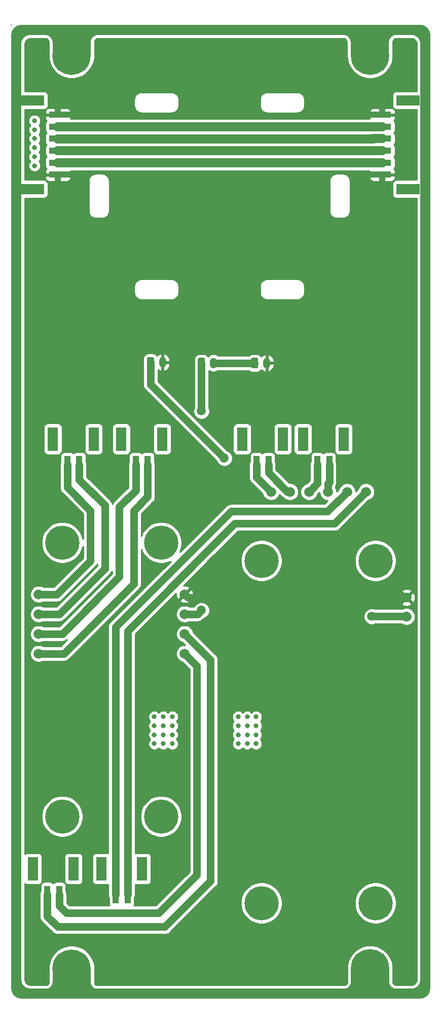
<source format=gbr>
%TF.GenerationSoftware,KiCad,Pcbnew,5.1.9-73d0e3b20d~88~ubuntu20.04.1*%
%TF.CreationDate,2021-04-18T23:10:17-05:00*%
%TF.ProjectId,COTS,434f5453-2e6b-4696-9361-645f70636258,rev?*%
%TF.SameCoordinates,Original*%
%TF.FileFunction,Copper,L1,Top*%
%TF.FilePolarity,Positive*%
%FSLAX46Y46*%
G04 Gerber Fmt 4.6, Leading zero omitted, Abs format (unit mm)*
G04 Created by KiCad (PCBNEW 5.1.9-73d0e3b20d~88~ubuntu20.04.1) date 2021-04-18 23:10:17*
%MOMM*%
%LPD*%
G01*
G04 APERTURE LIST*
%TA.AperFunction,NonConductor*%
%ADD10C,0.150000*%
%TD*%
%TA.AperFunction,NonConductor*%
%ADD11C,0.100000*%
%TD*%
%TA.AperFunction,NonConductor*%
%ADD12C,0.200000*%
%TD*%
%TA.AperFunction,NonConductor*%
%ADD13C,0.300000*%
%TD*%
%TA.AperFunction,ComponentPad*%
%ADD14C,3.600000*%
%TD*%
%TA.AperFunction,ConnectorPad*%
%ADD15C,5.700000*%
%TD*%
%TA.AperFunction,ComponentPad*%
%ADD16C,1.660000*%
%TD*%
%TA.AperFunction,SMDPad,CuDef*%
%ADD17R,3.000000X1.000000*%
%TD*%
%TA.AperFunction,SMDPad,CuDef*%
%ADD18R,4.000000X1.800000*%
%TD*%
%TA.AperFunction,SMDPad,CuDef*%
%ADD19R,1.800000X4.000000*%
%TD*%
%TA.AperFunction,SMDPad,CuDef*%
%ADD20R,1.000000X3.000000*%
%TD*%
%TA.AperFunction,ComponentPad*%
%ADD21C,6.400000*%
%TD*%
%TA.AperFunction,ComponentPad*%
%ADD22C,0.800000*%
%TD*%
%TA.AperFunction,ComponentPad*%
%ADD23O,1.200000X1.750000*%
%TD*%
%TA.AperFunction,ViaPad*%
%ADD24C,0.800000*%
%TD*%
%TA.AperFunction,ViaPad*%
%ADD25C,1.500000*%
%TD*%
%TA.AperFunction,Conductor*%
%ADD26C,0.250000*%
%TD*%
%TA.AperFunction,Conductor*%
%ADD27C,1.250000*%
%TD*%
%TA.AperFunction,Conductor*%
%ADD28C,1.500000*%
%TD*%
%TA.AperFunction,Conductor*%
%ADD29C,1.000000*%
%TD*%
%TA.AperFunction,Conductor*%
%ADD30C,0.254000*%
%TD*%
%TA.AperFunction,Conductor*%
%ADD31C,0.100000*%
%TD*%
G04 APERTURE END LIST*
D10*
G36*
X165900000Y-199800000D02*
G01*
X164400000Y-199800000D01*
X164400000Y-40600000D01*
X165900000Y-40600000D01*
X165900000Y-199800000D01*
G37*
X165900000Y-199800000D02*
X164400000Y-199800000D01*
X164400000Y-40600000D01*
X165900000Y-40600000D01*
X165900000Y-199800000D01*
G36*
X232700000Y-40500000D02*
G01*
X166000000Y-40500000D01*
X166000000Y-39000000D01*
X232700000Y-39000000D01*
X232700000Y-40500000D01*
G37*
X232700000Y-40500000D02*
X166000000Y-40500000D01*
X166000000Y-39000000D01*
X232700000Y-39000000D01*
X232700000Y-40500000D01*
X164400000Y-40600000D02*
G75*
G02*
X166000000Y-39000000I1600000J0D01*
G01*
X165900000Y-42100000D02*
G75*
G02*
X167500000Y-40500000I1600000J0D01*
G01*
G36*
X167400000Y-40500000D02*
G01*
X166900000Y-40600000D01*
X166500000Y-40800000D01*
X166200000Y-41100000D01*
X166000000Y-41500000D01*
X165900000Y-42100000D01*
X164400000Y-42100000D01*
X164400000Y-40600000D01*
X164500000Y-40200000D01*
X164700000Y-39800000D01*
X165000000Y-39400000D01*
X165600000Y-39100000D01*
X166000000Y-39000000D01*
X167400000Y-39000000D01*
X167400000Y-40500000D01*
G37*
X167400000Y-40500000D02*
X166900000Y-40600000D01*
X166500000Y-40800000D01*
X166200000Y-41100000D01*
X166000000Y-41500000D01*
X165900000Y-42100000D01*
X164400000Y-42100000D01*
X164400000Y-40600000D01*
X164500000Y-40200000D01*
X164700000Y-39800000D01*
X165000000Y-39400000D01*
X165600000Y-39100000D01*
X166000000Y-39000000D01*
X167400000Y-39000000D01*
X167400000Y-40500000D01*
X234250000Y-40600000D02*
G75*
G03*
X232650000Y-39000000I-1600000J0D01*
G01*
X232750000Y-42100000D02*
G75*
G03*
X231150000Y-40500000I-1600000J0D01*
G01*
D11*
G36*
X233050000Y-39100000D02*
G01*
X233650000Y-39400000D01*
X233950000Y-39800000D01*
X234150000Y-40200000D01*
X234250000Y-40600000D01*
X234250000Y-42100000D01*
X232750000Y-42100000D01*
X232650000Y-41500000D01*
X232450000Y-41100000D01*
X232150000Y-40800000D01*
X231750000Y-40600000D01*
X231250000Y-40500000D01*
X231250000Y-39000000D01*
X232650000Y-39000000D01*
X233050000Y-39100000D01*
G37*
X233050000Y-39100000D02*
X233650000Y-39400000D01*
X233950000Y-39800000D01*
X234150000Y-40200000D01*
X234250000Y-40600000D01*
X234250000Y-42100000D01*
X232750000Y-42100000D01*
X232650000Y-41500000D01*
X232450000Y-41100000D01*
X232150000Y-40800000D01*
X231750000Y-40600000D01*
X231250000Y-40500000D01*
X231250000Y-39000000D01*
X232650000Y-39000000D01*
X233050000Y-39100000D01*
D10*
G36*
X234222400Y-199800000D02*
G01*
X232722400Y-199800000D01*
X232750000Y-40600000D01*
X234250000Y-40600000D01*
X234222400Y-199800000D01*
G37*
X234222400Y-199800000D02*
X232722400Y-199800000D01*
X232750000Y-40600000D01*
X234250000Y-40600000D01*
X234222400Y-199800000D01*
X166000000Y-201400000D02*
G75*
G02*
X164400000Y-199800000I0J1600000D01*
G01*
X167500000Y-199900000D02*
G75*
G02*
X165900000Y-198300000I0J1600000D01*
G01*
G36*
X166000000Y-198900000D02*
G01*
X166200000Y-199300000D01*
X166500000Y-199600000D01*
X166900000Y-199800000D01*
X167500000Y-199900000D01*
X167500000Y-201400000D01*
X166000000Y-201400000D01*
X165600000Y-201300000D01*
X165200000Y-201100000D01*
X164800000Y-200800000D01*
X164500000Y-200200000D01*
X164400000Y-199800000D01*
X164400000Y-198400000D01*
X165900000Y-198400000D01*
X166000000Y-198900000D01*
G37*
X166000000Y-198900000D02*
X166200000Y-199300000D01*
X166500000Y-199600000D01*
X166900000Y-199800000D01*
X167500000Y-199900000D01*
X167500000Y-201400000D01*
X166000000Y-201400000D01*
X165600000Y-201300000D01*
X165200000Y-201100000D01*
X164800000Y-200800000D01*
X164500000Y-200200000D01*
X164400000Y-199800000D01*
X164400000Y-198400000D01*
X165900000Y-198400000D01*
X166000000Y-198900000D01*
G36*
X232700000Y-201400000D02*
G01*
X167500000Y-201400000D01*
X167500000Y-199900000D01*
X232700000Y-199900000D01*
X232700000Y-201400000D01*
G37*
X232700000Y-201400000D02*
X167500000Y-201400000D01*
X167500000Y-199900000D01*
X232700000Y-199900000D01*
X232700000Y-201400000D01*
X234250000Y-199800000D02*
G75*
G02*
X232650000Y-201400000I-1600000J0D01*
G01*
G36*
X234250000Y-199800000D02*
G01*
X234150000Y-200200000D01*
X233950000Y-200600000D01*
X233650000Y-201000000D01*
X233050000Y-201300000D01*
X232650000Y-201400000D01*
X231250000Y-201400000D01*
X231250000Y-199900000D01*
X231750000Y-199800000D01*
X232150000Y-199600000D01*
X232450000Y-199300000D01*
X232650000Y-198900000D01*
X232750000Y-198300000D01*
X234250000Y-198300000D01*
X234250000Y-199800000D01*
G37*
X234250000Y-199800000D02*
X234150000Y-200200000D01*
X233950000Y-200600000D01*
X233650000Y-201000000D01*
X233050000Y-201300000D01*
X232650000Y-201400000D01*
X231250000Y-201400000D01*
X231250000Y-199900000D01*
X231750000Y-199800000D01*
X232150000Y-199600000D01*
X232450000Y-199300000D01*
X232650000Y-198900000D01*
X232750000Y-198300000D01*
X234250000Y-198300000D01*
X234250000Y-199800000D01*
X232750000Y-198300000D02*
G75*
G02*
X231150000Y-199900000I-1600000J0D01*
G01*
D12*
G36*
X177500000Y-41200000D02*
G01*
X177500000Y-44100000D01*
X171300000Y-44100000D01*
X171300000Y-41200000D01*
X170400000Y-40200000D01*
X178500000Y-40100000D01*
X177500000Y-41200000D01*
G37*
X177500000Y-41200000D02*
X177500000Y-44100000D01*
X171300000Y-44100000D01*
X171300000Y-41200000D01*
X170400000Y-40200000D01*
X178500000Y-40100000D01*
X177500000Y-41200000D01*
D13*
X169900000Y-40400000D02*
G75*
G02*
X171400000Y-41900000I0J-1500000D01*
G01*
X177400000Y-41900000D02*
G75*
G02*
X178900000Y-40400000I1500000J0D01*
G01*
D12*
G36*
X227300000Y-41200000D02*
G01*
X227300000Y-44100000D01*
X221100000Y-44100000D01*
X221100000Y-41200000D01*
X220200000Y-40200000D01*
X228300000Y-40100000D01*
X227300000Y-41200000D01*
G37*
X227300000Y-41200000D02*
X227300000Y-44100000D01*
X221100000Y-44100000D01*
X221100000Y-41200000D01*
X220200000Y-40200000D01*
X228300000Y-40100000D01*
X227300000Y-41200000D01*
D13*
X219700000Y-40400000D02*
G75*
G02*
X221200000Y-41900000I0J-1500000D01*
G01*
X227200000Y-41900000D02*
G75*
G02*
X228700000Y-40400000I1500000J0D01*
G01*
D12*
G36*
X177500000Y-199300000D02*
G01*
X178400000Y-200300000D01*
X170300000Y-200400000D01*
X171300000Y-199300000D01*
X171300000Y-196400000D01*
X177500000Y-196400000D01*
X177500000Y-199300000D01*
G37*
X177500000Y-199300000D02*
X178400000Y-200300000D01*
X170300000Y-200400000D01*
X171300000Y-199300000D01*
X171300000Y-196400000D01*
X177500000Y-196400000D01*
X177500000Y-199300000D01*
D13*
X178900000Y-200100000D02*
G75*
G02*
X177400000Y-198600000I0J1500000D01*
G01*
X171400000Y-198600000D02*
G75*
G02*
X169900000Y-200100000I-1500000J0D01*
G01*
D12*
G36*
X227350000Y-199249200D02*
G01*
X228250000Y-200249200D01*
X220150000Y-200349200D01*
X221150000Y-199249200D01*
X221150000Y-196349200D01*
X227350000Y-196349200D01*
X227350000Y-199249200D01*
G37*
X227350000Y-199249200D02*
X228250000Y-200249200D01*
X220150000Y-200349200D01*
X221150000Y-199249200D01*
X221150000Y-196349200D01*
X227350000Y-196349200D01*
X227350000Y-199249200D01*
D13*
X228750000Y-200049200D02*
G75*
G02*
X227250000Y-198549200I0J1500000D01*
G01*
X221250000Y-198549200D02*
G75*
G02*
X219750000Y-200049200I-1500000J0D01*
G01*
D14*
%TO.P,A2,~*%
%TO.N,N/C*%
X206121000Y-185521600D03*
D15*
X206121000Y-185521600D03*
D14*
X225171000Y-185521600D03*
D15*
X225171000Y-185521600D03*
D14*
X206121000Y-128371600D03*
D15*
X206121000Y-128371600D03*
D14*
X225171000Y-128371600D03*
D15*
X225171000Y-128371600D03*
D16*
%TO.P,A2,2*%
%TO.N,SL_POWER_NEGATIVE*%
X230346000Y-134531100D03*
%TO.P,A2,1*%
%TO.N,TM_POWER_POSITIVE*%
X230346000Y-137706100D03*
%TO.P,A2,8*%
%TO.N,Net-(A2-Pad8)*%
X207708500Y-116872000D03*
%TO.P,A2,7*%
%TO.N,Net-(A2-Pad7)*%
X210883500Y-116872000D03*
%TO.P,A2,6*%
%TO.N,Net-(A2-Pad6)*%
X214058500Y-116872000D03*
%TO.P,A2,5*%
%TO.N,Net-(A2-Pad5)*%
X217233500Y-116872000D03*
%TO.P,A2,4*%
%TO.N,Net-(A2-Pad4)*%
X220408500Y-116872000D03*
%TO.P,A2,3*%
%TO.N,Net-(A2-Pad3)*%
X223583500Y-116872000D03*
%TD*%
D17*
%TO.P,J11,6*%
%TO.N,SL_POWER_NEGATIVE*%
X172120000Y-53920000D03*
%TO.P,J11,5*%
%TO.N,Net-(J10-Pad2)*%
X172120000Y-55920000D03*
%TO.P,J11,4*%
%TO.N,Net-(J10-Pad3)*%
X172120000Y-57920000D03*
%TO.P,J11,3*%
%TO.N,Net-(J10-Pad4)*%
X172120000Y-59920000D03*
D18*
%TO.P,J11,P2*%
%TO.N,Net-(J11-PadP2)*%
X167820000Y-51520000D03*
%TO.P,J11,P1*%
%TO.N,Net-(J11-PadP1)*%
X167820000Y-66320000D03*
D17*
%TO.P,J11,2*%
%TO.N,Net-(J10-Pad5)*%
X172120000Y-61920000D03*
%TO.P,J11,1*%
%TO.N,SL_POWER_NEGATIVE*%
X172120000Y-63920000D03*
%TD*%
%TO.P,J10,6*%
%TO.N,SL_POWER_NEGATIVE*%
X226320000Y-63920000D03*
%TO.P,J10,5*%
%TO.N,Net-(J10-Pad5)*%
X226320000Y-61920000D03*
%TO.P,J10,4*%
%TO.N,Net-(J10-Pad4)*%
X226320000Y-59920000D03*
%TO.P,J10,3*%
%TO.N,Net-(J10-Pad3)*%
X226320000Y-57920000D03*
D18*
%TO.P,J10,P2*%
%TO.N,Net-(J10-PadP2)*%
X230620000Y-66320000D03*
%TO.P,J10,P1*%
%TO.N,Net-(J10-PadP1)*%
X230620000Y-51520000D03*
D17*
%TO.P,J10,2*%
%TO.N,Net-(J10-Pad2)*%
X226320000Y-55920000D03*
%TO.P,J10,1*%
%TO.N,SL_POWER_NEGATIVE*%
X226320000Y-53920000D03*
%TD*%
D19*
%TO.P,J1,4*%
%TO.N,Net-(J1-Pad4)*%
X174723000Y-179800000D03*
%TO.P,J1,3*%
%TO.N,Net-(J1-Pad3)*%
X167923000Y-179800000D03*
D20*
%TO.P,J1,2*%
%TO.N,Net-(A1-Pad1)*%
X172323000Y-184100000D03*
%TO.P,J1,1*%
%TO.N,Net-(A1-Pad2)*%
X170323000Y-184100000D03*
%TD*%
D19*
%TO.P,J2,4*%
%TO.N,Net-(J2-Pad4)*%
X186153000Y-179800000D03*
%TO.P,J2,3*%
%TO.N,Net-(J2-Pad3)*%
X179353000Y-179800000D03*
D20*
%TO.P,J2,2*%
%TO.N,Net-(A2-Pad3)*%
X183753000Y-184100000D03*
%TO.P,J2,1*%
%TO.N,Net-(A2-Pad4)*%
X181753000Y-184100000D03*
%TD*%
D19*
%TO.P,J4,4*%
%TO.N,Net-(J4-Pad4)*%
X209682000Y-108052000D03*
%TO.P,J4,3*%
%TO.N,Net-(J4-Pad3)*%
X202882000Y-108052000D03*
D20*
%TO.P,J4,2*%
%TO.N,Net-(A2-Pad7)*%
X207282000Y-112352000D03*
%TO.P,J4,1*%
%TO.N,Net-(A2-Pad8)*%
X205282000Y-112352000D03*
%TD*%
D19*
%TO.P,J6,4*%
%TO.N,Net-(J6-Pad4)*%
X189512000Y-108052000D03*
%TO.P,J6,3*%
%TO.N,Net-(J6-Pad3)*%
X182712000Y-108052000D03*
D20*
%TO.P,J6,2*%
%TO.N,Net-(A1-Pad5)*%
X187112000Y-112352000D03*
%TO.P,J6,1*%
%TO.N,Net-(A1-Pad6)*%
X185112000Y-112352000D03*
%TD*%
%TO.P,J3,1*%
%TO.N,Net-(A2-Pad6)*%
X215442000Y-112352000D03*
%TO.P,J3,2*%
%TO.N,Net-(A2-Pad5)*%
X217442000Y-112352000D03*
D19*
%TO.P,J3,3*%
%TO.N,Net-(J3-Pad3)*%
X213042000Y-108052000D03*
%TO.P,J3,4*%
%TO.N,Net-(J3-Pad4)*%
X219842000Y-108052000D03*
%TD*%
%TO.P,J5,4*%
%TO.N,Net-(J5-Pad4)*%
X178082000Y-108052000D03*
%TO.P,J5,3*%
%TO.N,Net-(J5-Pad3)*%
X171282000Y-108052000D03*
D20*
%TO.P,J5,2*%
%TO.N,Net-(A1-Pad7)*%
X175682000Y-112352000D03*
%TO.P,J5,1*%
%TO.N,Net-(A1-Pad8)*%
X173682000Y-112352000D03*
%TD*%
D14*
%TO.P,A1,~*%
%TO.N,N/C*%
X189357000Y-125349000D03*
D15*
X189357000Y-125349000D03*
D14*
X172847000Y-125349000D03*
D15*
X172847000Y-125349000D03*
D14*
X189357000Y-171069000D03*
D15*
X189357000Y-171069000D03*
D14*
X172847000Y-171069000D03*
D15*
X172847000Y-171069000D03*
D16*
%TO.P,A1,4*%
%TO.N,SL_POWER_NEGATIVE*%
X193290000Y-133985000D03*
%TO.P,A1,3*%
%TO.N,SL_POWER_POSITIVE*%
X193290000Y-137287000D03*
%TO.P,A1,2*%
%TO.N,Net-(A1-Pad2)*%
X193290000Y-140589000D03*
%TO.P,A1,1*%
%TO.N,Net-(A1-Pad1)*%
X193290000Y-143891000D03*
%TO.P,A1,8*%
%TO.N,Net-(A1-Pad8)*%
X168914000Y-133985000D03*
%TO.P,A1,7*%
%TO.N,Net-(A1-Pad7)*%
X168914000Y-137287000D03*
%TO.P,A1,6*%
%TO.N,Net-(A1-Pad6)*%
X168914000Y-140589000D03*
%TO.P,A1,5*%
%TO.N,Net-(A1-Pad5)*%
X168914000Y-143891000D03*
%TD*%
D21*
%TO.P,REF\u002A\u002A,*%
%TO.N,*%
X224250000Y-196400000D03*
D22*
%TO.P,REF\u002A\u002A,1*%
%TO.N,N/C*%
X226650000Y-196349200D03*
X225947056Y-198046256D03*
X224250000Y-198749200D03*
X222552944Y-198046256D03*
X221850000Y-196349200D03*
X222552944Y-194652144D03*
X224250000Y-193949200D03*
X225947056Y-194652144D03*
%TD*%
D21*
%TO.P,REF\u002A\u002A,*%
%TO.N,*%
X174400000Y-196450800D03*
D22*
%TO.P,REF\u002A\u002A,1*%
%TO.N,N/C*%
X176800000Y-196400000D03*
X176097056Y-198097056D03*
X174400000Y-198800000D03*
X172702944Y-198097056D03*
X172000000Y-196400000D03*
X172702944Y-194702944D03*
X174400000Y-194000000D03*
X176097056Y-194702944D03*
%TD*%
D21*
%TO.P,REF\u002A\u002A,*%
%TO.N,*%
X174400000Y-44050800D03*
D22*
%TO.P,REF\u002A\u002A,1*%
%TO.N,N/C*%
X176800000Y-44000000D03*
X176097056Y-45697056D03*
X174400000Y-46400000D03*
X172702944Y-45697056D03*
X172000000Y-44000000D03*
X172702944Y-42302944D03*
X174400000Y-41600000D03*
X176097056Y-42302944D03*
%TD*%
D21*
%TO.P,REF\u002A\u002A,*%
%TO.N,*%
X224250000Y-44050800D03*
D22*
%TO.P,REF\u002A\u002A,1*%
%TO.N,N/C*%
X226650000Y-44000000D03*
X225947056Y-45697056D03*
X224250000Y-46400000D03*
X222552944Y-45697056D03*
X221850000Y-44000000D03*
X222552944Y-42302944D03*
X224250000Y-41600000D03*
X225947056Y-42302944D03*
%TD*%
D23*
%TO.P,J9,2*%
%TO.N,SL_POWER_NEGATIVE*%
X189579000Y-95250000D03*
%TO.P,J9,1*%
%TO.N,TM_POWER_POSITIVE*%
%TA.AperFunction,ComponentPad*%
G36*
G01*
X186979000Y-95875001D02*
X186979000Y-94624999D01*
G75*
G02*
X187228999Y-94375000I249999J0D01*
G01*
X187929001Y-94375000D01*
G75*
G02*
X188179000Y-94624999I0J-249999D01*
G01*
X188179000Y-95875001D01*
G75*
G02*
X187929001Y-96125000I-249999J0D01*
G01*
X187228999Y-96125000D01*
G75*
G02*
X186979000Y-95875001I0J249999D01*
G01*
G37*
%TD.AperFunction*%
%TD*%
%TO.P,J8,2*%
%TO.N,SL_POWER_NEGATIVE*%
X206978000Y-95377000D03*
%TO.P,J8,1*%
%TO.N,Net-(J7-Pad2)*%
%TA.AperFunction,ComponentPad*%
G36*
G01*
X204378000Y-96002001D02*
X204378000Y-94751999D01*
G75*
G02*
X204627999Y-94502000I249999J0D01*
G01*
X205328001Y-94502000D01*
G75*
G02*
X205578000Y-94751999I0J-249999D01*
G01*
X205578000Y-96002001D01*
G75*
G02*
X205328001Y-96252000I-249999J0D01*
G01*
X204627999Y-96252000D01*
G75*
G02*
X204378000Y-96002001I0J249999D01*
G01*
G37*
%TD.AperFunction*%
%TD*%
%TO.P,J7,2*%
%TO.N,Net-(J7-Pad2)*%
X198088000Y-95377000D03*
%TO.P,J7,1*%
%TO.N,SL_POWER_POSITIVE*%
%TA.AperFunction,ComponentPad*%
G36*
G01*
X195488000Y-96002001D02*
X195488000Y-94751999D01*
G75*
G02*
X195737999Y-94502000I249999J0D01*
G01*
X196438001Y-94502000D01*
G75*
G02*
X196688000Y-94751999I0J-249999D01*
G01*
X196688000Y-96002001D01*
G75*
G02*
X196438001Y-96252000I-249999J0D01*
G01*
X195737999Y-96252000D01*
G75*
G02*
X195488000Y-96002001I0J249999D01*
G01*
G37*
%TD.AperFunction*%
%TD*%
D24*
%TO.N,*%
X168220000Y-57920000D03*
X168220000Y-56420000D03*
X168220000Y-60920000D03*
X168220000Y-62420000D03*
X168220000Y-54920000D03*
X168220000Y-59420000D03*
X189720000Y-154420000D03*
X188220000Y-157420000D03*
X191220000Y-158920000D03*
X188220000Y-158920000D03*
X191220000Y-155920000D03*
X189720000Y-157420000D03*
X189720000Y-158920000D03*
X189720000Y-155920000D03*
X191220000Y-154420000D03*
X188220000Y-154420000D03*
X191220000Y-157420000D03*
X188220000Y-155920000D03*
X203720000Y-154420000D03*
X202220000Y-157420000D03*
X205220000Y-158920000D03*
X202220000Y-158920000D03*
X205220000Y-155920000D03*
X203720000Y-157420000D03*
X203720000Y-158920000D03*
X203720000Y-155920000D03*
X205220000Y-154420000D03*
X202220000Y-154420000D03*
X205220000Y-157420000D03*
X202220000Y-155920000D03*
%TO.N,SL_POWER_NEGATIVE*%
X230120000Y-55220000D03*
D25*
%TO.N,SL_POWER_POSITIVE*%
X196088000Y-103378000D03*
X196088000Y-136652000D03*
%TO.N,TM_POWER_POSITIVE*%
X199898000Y-111252000D03*
X224536000Y-137668000D03*
D24*
%TO.N,SL_POWER_NEGATIVE*%
X230120000Y-56720000D03*
X230120000Y-58220000D03*
X230120000Y-59720000D03*
X230120000Y-61220000D03*
X230120000Y-62720000D03*
%TD*%
D26*
%TO.N,*%
X164320000Y-38920000D02*
X164320000Y-38920000D01*
X164320000Y-38920000D02*
X164320000Y-38920000D01*
D27*
%TO.N,SL_POWER_NEGATIVE*%
X193836100Y-134531100D02*
X193290000Y-133985000D01*
X230346000Y-134531100D02*
X193836100Y-134531100D01*
%TO.N,SL_POWER_POSITIVE*%
X196088000Y-103378000D02*
X196088000Y-95377000D01*
X193290000Y-137287000D02*
X195453000Y-137287000D01*
X195453000Y-137287000D02*
X196088000Y-136652000D01*
D28*
X196088000Y-136652000D02*
X196088000Y-136652000D01*
D27*
%TO.N,Net-(A1-Pad2)*%
X197612000Y-144911000D02*
X193290000Y-140589000D01*
X197612000Y-181855177D02*
X197612000Y-144911000D01*
X189983177Y-189484000D02*
X197612000Y-181855177D01*
X172085000Y-189484000D02*
X189983177Y-189484000D01*
X170323000Y-187722000D02*
X172085000Y-189484000D01*
X170323000Y-184100000D02*
X170323000Y-187722000D01*
%TO.N,Net-(A1-Pad1)*%
X195326000Y-145927000D02*
X193290000Y-143891000D01*
X195326000Y-180848000D02*
X195326000Y-145927000D01*
X188976000Y-187198000D02*
X195326000Y-180848000D01*
X173545500Y-187198000D02*
X188976000Y-187198000D01*
X172323000Y-185975500D02*
X173545500Y-187198000D01*
X172323000Y-184100000D02*
X172323000Y-185975500D01*
%TO.N,Net-(A1-Pad8)*%
X173690000Y-116159000D02*
X173690000Y-112360000D01*
X173690000Y-112360000D02*
X173682000Y-112352000D01*
X177546000Y-120015000D02*
X173690000Y-116159000D01*
X171958000Y-133985000D02*
X177546000Y-128397000D01*
X177546000Y-128397000D02*
X177546000Y-120015000D01*
X168914000Y-133985000D02*
X171958000Y-133985000D01*
%TO.N,Net-(A1-Pad7)*%
X175670000Y-112364000D02*
X175682000Y-112352000D01*
X175670000Y-114837000D02*
X175670000Y-112364000D01*
X179959000Y-119126000D02*
X175670000Y-114837000D01*
X179959000Y-129667000D02*
X179959000Y-119126000D01*
X172339000Y-137287000D02*
X179959000Y-129667000D01*
X168914000Y-137287000D02*
X172339000Y-137287000D01*
%TO.N,Net-(A1-Pad6)*%
X185120000Y-116632000D02*
X185120000Y-112360000D01*
X182372000Y-119380000D02*
X185120000Y-116632000D01*
X182372000Y-131064000D02*
X182372000Y-119380000D01*
X172847000Y-140589000D02*
X182372000Y-131064000D01*
X185120000Y-112360000D02*
X185112000Y-112352000D01*
X168914000Y-140589000D02*
X172847000Y-140589000D01*
%TO.N,Net-(A1-Pad5)*%
X187110000Y-112354000D02*
X187112000Y-112352000D01*
X187110000Y-117690000D02*
X187110000Y-112354000D01*
X184785000Y-120015000D02*
X187110000Y-117690000D01*
X184785000Y-132207000D02*
X184785000Y-120015000D01*
X173101000Y-143891000D02*
X184785000Y-132207000D01*
X168914000Y-143891000D02*
X173101000Y-143891000D01*
%TO.N,TM_POWER_POSITIVE*%
X187579000Y-95250000D02*
X187579000Y-98679000D01*
X187579000Y-98679000D02*
X187579000Y-98933000D01*
X187579000Y-98933000D02*
X199898000Y-111252000D01*
D28*
X199898000Y-111252000D02*
X199898000Y-111252000D01*
X230307900Y-137668000D02*
X230346000Y-137706100D01*
D27*
X224536000Y-137668000D02*
X230307900Y-137668000D01*
%TO.N,Net-(A2-Pad8)*%
X207708500Y-116872000D02*
X205282000Y-114445500D01*
X205282000Y-114445500D02*
X205282000Y-112352000D01*
%TO.N,Net-(A2-Pad7)*%
X207282000Y-113682000D02*
X207282000Y-112352000D01*
X210472000Y-116872000D02*
X207282000Y-113682000D01*
X210883500Y-116872000D02*
X210472000Y-116872000D01*
%TO.N,Net-(A2-Pad6)*%
X214058500Y-116872000D02*
X215440000Y-115490500D01*
X215440000Y-112354000D02*
X215442000Y-112352000D01*
X215440000Y-115490500D02*
X215440000Y-112354000D01*
%TO.N,Net-(A2-Pad5)*%
X217233500Y-116872000D02*
X217233500Y-115466500D01*
X217442000Y-115258000D02*
X217442000Y-112352000D01*
X217233500Y-115466500D02*
X217442000Y-115258000D01*
%TO.N,Net-(A2-Pad4)*%
X217138500Y-120142000D02*
X220408500Y-116872000D01*
X201041000Y-120142000D02*
X217138500Y-120142000D01*
X181753000Y-139430000D02*
X201041000Y-120142000D01*
X181753000Y-184100000D02*
X181753000Y-139430000D01*
%TO.N,Net-(A2-Pad3)*%
X201676000Y-122174000D02*
X218281500Y-122174000D01*
X218281500Y-122174000D02*
X223583500Y-116872000D01*
X183753000Y-140097000D02*
X201676000Y-122174000D01*
X183753000Y-184100000D02*
X183753000Y-140097000D01*
%TO.N,Net-(J7-Pad2)*%
X198088000Y-95377000D02*
X204978000Y-95377000D01*
D28*
%TO.N,Net-(J10-Pad5)*%
X172102000Y-61932000D02*
X224812000Y-61932000D01*
X224824000Y-61920000D02*
X224812000Y-61932000D01*
X226320000Y-61920000D02*
X224824000Y-61920000D01*
%TO.N,Net-(J10-Pad4)*%
X172102000Y-59932000D02*
X224812000Y-59932000D01*
X224824000Y-59920000D02*
X224812000Y-59932000D01*
X226320000Y-59920000D02*
X224824000Y-59920000D01*
%TO.N,Net-(J10-Pad3)*%
X172102000Y-57932000D02*
X224812000Y-57932000D01*
X224824000Y-57920000D02*
X224812000Y-57932000D01*
X226320000Y-57920000D02*
X224824000Y-57920000D01*
%TO.N,Net-(J10-Pad2)*%
X172102000Y-55932000D02*
X224812000Y-55932000D01*
X224824000Y-55920000D02*
X224812000Y-55932000D01*
X226320000Y-55920000D02*
X224824000Y-55920000D01*
D29*
%TO.N,SL_POWER_NEGATIVE*%
X226320000Y-63920000D02*
X226320000Y-65470000D01*
X226320000Y-63920000D02*
X223730000Y-63920000D01*
X226320000Y-53920000D02*
X223850000Y-53920000D01*
X226320000Y-53920000D02*
X226320000Y-52210000D01*
X172120000Y-63920000D02*
X174670000Y-63920000D01*
X172120000Y-63920000D02*
X172120000Y-65440000D01*
X172120000Y-53920000D02*
X172120000Y-52270000D01*
X172120000Y-53920000D02*
X175180000Y-53920000D01*
%TD*%
D30*
%TO.N,SL_POWER_NEGATIVE*%
X170171030Y-41242430D02*
X170293595Y-41307599D01*
X170401160Y-41395327D01*
X170489643Y-41502285D01*
X170555660Y-41624381D01*
X170565000Y-41654553D01*
X170565000Y-44428515D01*
X170712377Y-45169428D01*
X171001467Y-45867354D01*
X171421161Y-46495470D01*
X171955330Y-47029639D01*
X172583446Y-47449333D01*
X173281372Y-47738423D01*
X174022285Y-47885800D01*
X174777715Y-47885800D01*
X175518628Y-47738423D01*
X176216554Y-47449333D01*
X176844670Y-47029639D01*
X177378839Y-46495470D01*
X177798533Y-45867354D01*
X178087623Y-45169428D01*
X178235000Y-44428515D01*
X178235000Y-41653580D01*
X178242430Y-41628970D01*
X178307599Y-41506405D01*
X178395327Y-41398840D01*
X178502285Y-41310357D01*
X178624381Y-41244340D01*
X178735315Y-41210000D01*
X219863617Y-41210000D01*
X219971030Y-41242430D01*
X220093595Y-41307599D01*
X220201160Y-41395327D01*
X220289643Y-41502285D01*
X220355660Y-41624381D01*
X220365000Y-41654553D01*
X220365000Y-44100000D01*
X220371751Y-44168852D01*
X220378019Y-44237725D01*
X220378746Y-44240197D01*
X220378998Y-44242762D01*
X220398989Y-44308975D01*
X220415000Y-44363376D01*
X220415000Y-44428515D01*
X220562377Y-45169428D01*
X220851467Y-45867354D01*
X221271161Y-46495470D01*
X221805330Y-47029639D01*
X222433446Y-47449333D01*
X223131372Y-47738423D01*
X223872285Y-47885800D01*
X224627715Y-47885800D01*
X225368628Y-47738423D01*
X226066554Y-47449333D01*
X226694670Y-47029639D01*
X227228839Y-46495470D01*
X227648533Y-45867354D01*
X227937623Y-45169428D01*
X228085000Y-44428515D01*
X228085000Y-43673085D01*
X228035000Y-43421718D01*
X228035000Y-41653580D01*
X228042430Y-41628970D01*
X228107599Y-41506405D01*
X228195327Y-41398840D01*
X228302285Y-41310357D01*
X228424381Y-41244340D01*
X228535315Y-41210000D01*
X231115279Y-41210000D01*
X231322207Y-41230290D01*
X231487856Y-41280302D01*
X231640634Y-41361536D01*
X231774727Y-41470899D01*
X231885019Y-41604220D01*
X231967318Y-41756428D01*
X232018487Y-41921728D01*
X232039736Y-42123893D01*
X232038373Y-49981928D01*
X228620000Y-49981928D01*
X228495518Y-49994188D01*
X228375820Y-50030498D01*
X228265506Y-50089463D01*
X228168815Y-50168815D01*
X228089463Y-50265506D01*
X228030498Y-50375820D01*
X227994188Y-50495518D01*
X227981928Y-50620000D01*
X227981928Y-52420000D01*
X227994188Y-52544482D01*
X228030498Y-52664180D01*
X228089463Y-52774494D01*
X228168815Y-52871185D01*
X228265506Y-52950537D01*
X228375820Y-53009502D01*
X228495518Y-53045812D01*
X228620000Y-53058072D01*
X232037840Y-53058072D01*
X232035808Y-64781928D01*
X228620000Y-64781928D01*
X228495518Y-64794188D01*
X228375820Y-64830498D01*
X228265506Y-64889463D01*
X228168815Y-64968815D01*
X228089463Y-65065506D01*
X228030498Y-65175820D01*
X227994188Y-65295518D01*
X227981928Y-65420000D01*
X227981928Y-67220000D01*
X227994188Y-67344482D01*
X228030498Y-67464180D01*
X228089463Y-67574494D01*
X228168815Y-67671185D01*
X228265506Y-67750537D01*
X228375820Y-67809502D01*
X228495518Y-67845812D01*
X228620000Y-67858072D01*
X232035274Y-67858072D01*
X232012642Y-198405386D01*
X231979070Y-198606814D01*
X231969699Y-198637853D01*
X231888464Y-198790634D01*
X231779103Y-198924724D01*
X231645780Y-199035019D01*
X231493569Y-199117319D01*
X231403141Y-199145311D01*
X231241839Y-199177572D01*
X231123593Y-199190000D01*
X228447430Y-199190000D01*
X228356405Y-199141601D01*
X228248839Y-199053872D01*
X228160358Y-198946917D01*
X228094338Y-198824815D01*
X228085000Y-198794649D01*
X228085000Y-196022285D01*
X227937623Y-195281372D01*
X227648533Y-194583446D01*
X227228839Y-193955330D01*
X226694670Y-193421161D01*
X226066554Y-193001467D01*
X225368628Y-192712377D01*
X224627715Y-192565000D01*
X223872285Y-192565000D01*
X223131372Y-192712377D01*
X222433446Y-193001467D01*
X221805330Y-193421161D01*
X221271161Y-193955330D01*
X220851467Y-194583446D01*
X220562377Y-195281372D01*
X220415000Y-196022285D01*
X220415000Y-198795622D01*
X220407570Y-198820229D01*
X220342401Y-198942795D01*
X220254672Y-199050361D01*
X220147717Y-199138842D01*
X220053102Y-199190000D01*
X178503461Y-199190000D01*
X178398839Y-199104672D01*
X178310358Y-198997717D01*
X178244338Y-198875615D01*
X178235000Y-198845449D01*
X178235000Y-196073085D01*
X178087623Y-195332172D01*
X177798533Y-194634246D01*
X177378839Y-194006130D01*
X176844670Y-193471961D01*
X176216554Y-193052267D01*
X175518628Y-192763177D01*
X174777715Y-192615800D01*
X174022285Y-192615800D01*
X173281372Y-192763177D01*
X172583446Y-193052267D01*
X171955330Y-193471961D01*
X171421161Y-194006130D01*
X171001467Y-194634246D01*
X170712377Y-195332172D01*
X170565000Y-196073085D01*
X170565000Y-198846422D01*
X170557570Y-198871029D01*
X170492401Y-198993595D01*
X170404672Y-199101161D01*
X170297717Y-199189642D01*
X170297054Y-199190000D01*
X167558763Y-199190000D01*
X167193186Y-199129070D01*
X167162147Y-199119699D01*
X167009366Y-199038464D01*
X166875276Y-198929103D01*
X166764981Y-198795780D01*
X166682681Y-198643569D01*
X166654689Y-198553141D01*
X166622428Y-198391839D01*
X166610000Y-198273593D01*
X166610000Y-182282523D01*
X166668506Y-182330537D01*
X166778820Y-182389502D01*
X166898518Y-182425812D01*
X167023000Y-182438072D01*
X168823000Y-182438072D01*
X168947482Y-182425812D01*
X169067180Y-182389502D01*
X169177494Y-182330537D01*
X169274185Y-182251185D01*
X169353537Y-182154494D01*
X169412502Y-182044180D01*
X169448812Y-181924482D01*
X169461072Y-181800000D01*
X169461072Y-177800000D01*
X173184928Y-177800000D01*
X173184928Y-181800000D01*
X173197188Y-181924482D01*
X173233498Y-182044180D01*
X173292463Y-182154494D01*
X173371815Y-182251185D01*
X173468506Y-182330537D01*
X173578820Y-182389502D01*
X173698518Y-182425812D01*
X173823000Y-182438072D01*
X175623000Y-182438072D01*
X175747482Y-182425812D01*
X175867180Y-182389502D01*
X175977494Y-182330537D01*
X176074185Y-182251185D01*
X176153537Y-182154494D01*
X176212502Y-182044180D01*
X176248812Y-181924482D01*
X176261072Y-181800000D01*
X176261072Y-177800000D01*
X176248812Y-177675518D01*
X176212502Y-177555820D01*
X176153537Y-177445506D01*
X176074185Y-177348815D01*
X175977494Y-177269463D01*
X175867180Y-177210498D01*
X175747482Y-177174188D01*
X175623000Y-177161928D01*
X173823000Y-177161928D01*
X173698518Y-177174188D01*
X173578820Y-177210498D01*
X173468506Y-177269463D01*
X173371815Y-177348815D01*
X173292463Y-177445506D01*
X173233498Y-177555820D01*
X173197188Y-177675518D01*
X173184928Y-177800000D01*
X169461072Y-177800000D01*
X169448812Y-177675518D01*
X169412502Y-177555820D01*
X169353537Y-177445506D01*
X169274185Y-177348815D01*
X169177494Y-177269463D01*
X169067180Y-177210498D01*
X168947482Y-177174188D01*
X168823000Y-177161928D01*
X167023000Y-177161928D01*
X166898518Y-177174188D01*
X166778820Y-177210498D01*
X166668506Y-177269463D01*
X166610000Y-177317477D01*
X166610000Y-170725758D01*
X169362000Y-170725758D01*
X169362000Y-171412242D01*
X169495927Y-172085537D01*
X169758633Y-172719766D01*
X170140024Y-173290558D01*
X170625442Y-173775976D01*
X171196234Y-174157367D01*
X171830463Y-174420073D01*
X172503758Y-174554000D01*
X173190242Y-174554000D01*
X173863537Y-174420073D01*
X174497766Y-174157367D01*
X175068558Y-173775976D01*
X175553976Y-173290558D01*
X175935367Y-172719766D01*
X176198073Y-172085537D01*
X176332000Y-171412242D01*
X176332000Y-170725758D01*
X176198073Y-170052463D01*
X175935367Y-169418234D01*
X175553976Y-168847442D01*
X175068558Y-168362024D01*
X174497766Y-167980633D01*
X173863537Y-167717927D01*
X173190242Y-167584000D01*
X172503758Y-167584000D01*
X171830463Y-167717927D01*
X171196234Y-167980633D01*
X170625442Y-168362024D01*
X170140024Y-168847442D01*
X169758633Y-169418234D01*
X169495927Y-170052463D01*
X169362000Y-170725758D01*
X166610000Y-170725758D01*
X166610000Y-133840710D01*
X167449000Y-133840710D01*
X167449000Y-134129290D01*
X167505299Y-134412325D01*
X167615733Y-134678938D01*
X167776060Y-134918883D01*
X167980117Y-135122940D01*
X168220062Y-135283267D01*
X168486675Y-135393701D01*
X168769710Y-135450000D01*
X169058290Y-135450000D01*
X169341325Y-135393701D01*
X169607938Y-135283267D01*
X169665208Y-135245000D01*
X171896117Y-135245000D01*
X171958000Y-135251095D01*
X172019883Y-135245000D01*
X172019893Y-135245000D01*
X172205003Y-135226768D01*
X172442514Y-135154720D01*
X172661405Y-135037720D01*
X172853265Y-134880265D01*
X172892724Y-134832184D01*
X178393191Y-129331718D01*
X178441265Y-129292265D01*
X178598720Y-129100405D01*
X178699000Y-128912795D01*
X178699000Y-129145091D01*
X171817092Y-136027000D01*
X169665208Y-136027000D01*
X169607938Y-135988733D01*
X169341325Y-135878299D01*
X169058290Y-135822000D01*
X168769710Y-135822000D01*
X168486675Y-135878299D01*
X168220062Y-135988733D01*
X167980117Y-136149060D01*
X167776060Y-136353117D01*
X167615733Y-136593062D01*
X167505299Y-136859675D01*
X167449000Y-137142710D01*
X167449000Y-137431290D01*
X167505299Y-137714325D01*
X167615733Y-137980938D01*
X167776060Y-138220883D01*
X167980117Y-138424940D01*
X168220062Y-138585267D01*
X168486675Y-138695701D01*
X168769710Y-138752000D01*
X169058290Y-138752000D01*
X169341325Y-138695701D01*
X169607938Y-138585267D01*
X169665208Y-138547000D01*
X172277117Y-138547000D01*
X172339000Y-138553095D01*
X172400883Y-138547000D01*
X172400893Y-138547000D01*
X172586003Y-138528768D01*
X172823514Y-138456720D01*
X173042405Y-138339720D01*
X173234265Y-138182265D01*
X173273724Y-138134184D01*
X180806191Y-130601718D01*
X180854265Y-130562265D01*
X181011720Y-130370405D01*
X181112000Y-130182795D01*
X181112000Y-130542091D01*
X172325092Y-139329000D01*
X169665208Y-139329000D01*
X169607938Y-139290733D01*
X169341325Y-139180299D01*
X169058290Y-139124000D01*
X168769710Y-139124000D01*
X168486675Y-139180299D01*
X168220062Y-139290733D01*
X167980117Y-139451060D01*
X167776060Y-139655117D01*
X167615733Y-139895062D01*
X167505299Y-140161675D01*
X167449000Y-140444710D01*
X167449000Y-140733290D01*
X167505299Y-141016325D01*
X167615733Y-141282938D01*
X167776060Y-141522883D01*
X167980117Y-141726940D01*
X168220062Y-141887267D01*
X168486675Y-141997701D01*
X168769710Y-142054000D01*
X169058290Y-142054000D01*
X169341325Y-141997701D01*
X169607938Y-141887267D01*
X169665208Y-141849000D01*
X172785117Y-141849000D01*
X172847000Y-141855095D01*
X172908883Y-141849000D01*
X172908893Y-141849000D01*
X173094003Y-141830768D01*
X173331514Y-141758720D01*
X173550405Y-141641720D01*
X173650598Y-141559494D01*
X172579092Y-142631000D01*
X169665208Y-142631000D01*
X169607938Y-142592733D01*
X169341325Y-142482299D01*
X169058290Y-142426000D01*
X168769710Y-142426000D01*
X168486675Y-142482299D01*
X168220062Y-142592733D01*
X167980117Y-142753060D01*
X167776060Y-142957117D01*
X167615733Y-143197062D01*
X167505299Y-143463675D01*
X167449000Y-143746710D01*
X167449000Y-144035290D01*
X167505299Y-144318325D01*
X167615733Y-144584938D01*
X167776060Y-144824883D01*
X167980117Y-145028940D01*
X168220062Y-145189267D01*
X168486675Y-145299701D01*
X168769710Y-145356000D01*
X169058290Y-145356000D01*
X169341325Y-145299701D01*
X169607938Y-145189267D01*
X169665208Y-145151000D01*
X173039117Y-145151000D01*
X173101000Y-145157095D01*
X173162883Y-145151000D01*
X173162893Y-145151000D01*
X173348003Y-145132768D01*
X173585514Y-145060720D01*
X173804405Y-144943720D01*
X173996265Y-144786265D01*
X174035724Y-144738184D01*
X185632191Y-133141718D01*
X185680265Y-133102265D01*
X185837720Y-132910405D01*
X185954720Y-132691514D01*
X186026768Y-132454003D01*
X186045000Y-132268893D01*
X186045000Y-132268884D01*
X186051095Y-132207001D01*
X186045000Y-132145118D01*
X186045000Y-126459868D01*
X186268633Y-126999766D01*
X186650024Y-127570558D01*
X187135442Y-128055976D01*
X187706234Y-128437367D01*
X188340463Y-128700073D01*
X189013758Y-128834000D01*
X189700242Y-128834000D01*
X190373537Y-128700073D01*
X190932582Y-128468509D01*
X180905811Y-138495281D01*
X180857736Y-138534735D01*
X180818282Y-138582810D01*
X180818281Y-138582811D01*
X180700280Y-138726595D01*
X180583280Y-138945487D01*
X180511233Y-139182997D01*
X180486905Y-139430000D01*
X180493001Y-139491893D01*
X180493000Y-177209230D01*
X180377482Y-177174188D01*
X180253000Y-177161928D01*
X178453000Y-177161928D01*
X178328518Y-177174188D01*
X178208820Y-177210498D01*
X178098506Y-177269463D01*
X178001815Y-177348815D01*
X177922463Y-177445506D01*
X177863498Y-177555820D01*
X177827188Y-177675518D01*
X177814928Y-177800000D01*
X177814928Y-181800000D01*
X177827188Y-181924482D01*
X177863498Y-182044180D01*
X177922463Y-182154494D01*
X178001815Y-182251185D01*
X178098506Y-182330537D01*
X178208820Y-182389502D01*
X178328518Y-182425812D01*
X178453000Y-182438072D01*
X180253000Y-182438072D01*
X180377482Y-182425812D01*
X180493000Y-182390770D01*
X180493000Y-184161892D01*
X180511232Y-184347002D01*
X180583280Y-184584513D01*
X180614928Y-184643722D01*
X180614928Y-185600000D01*
X180627188Y-185724482D01*
X180663498Y-185844180D01*
X180713647Y-185938000D01*
X174067409Y-185938000D01*
X173583000Y-185453592D01*
X173583000Y-184038107D01*
X173564768Y-183852997D01*
X173492720Y-183615486D01*
X173461072Y-183556277D01*
X173461072Y-182600000D01*
X173448812Y-182475518D01*
X173412502Y-182355820D01*
X173353537Y-182245506D01*
X173274185Y-182148815D01*
X173177494Y-182069463D01*
X173067180Y-182010498D01*
X172947482Y-181974188D01*
X172823000Y-181961928D01*
X171823000Y-181961928D01*
X171698518Y-181974188D01*
X171578820Y-182010498D01*
X171468506Y-182069463D01*
X171371815Y-182148815D01*
X171323000Y-182208296D01*
X171274185Y-182148815D01*
X171177494Y-182069463D01*
X171067180Y-182010498D01*
X170947482Y-181974188D01*
X170823000Y-181961928D01*
X169823000Y-181961928D01*
X169698518Y-181974188D01*
X169578820Y-182010498D01*
X169468506Y-182069463D01*
X169371815Y-182148815D01*
X169292463Y-182245506D01*
X169233498Y-182355820D01*
X169197188Y-182475518D01*
X169184928Y-182600000D01*
X169184928Y-183556278D01*
X169153280Y-183615487D01*
X169081232Y-183852998D01*
X169063000Y-184038108D01*
X169063001Y-187660107D01*
X169056905Y-187722000D01*
X169081233Y-187969003D01*
X169153280Y-188206513D01*
X169270280Y-188425405D01*
X169388281Y-188569189D01*
X169427736Y-188617265D01*
X169475811Y-188656719D01*
X171150281Y-190331190D01*
X171189735Y-190379265D01*
X171381595Y-190536720D01*
X171600486Y-190653720D01*
X171837997Y-190725768D01*
X172023107Y-190744000D01*
X172023116Y-190744000D01*
X172084999Y-190750095D01*
X172146882Y-190744000D01*
X189921294Y-190744000D01*
X189983177Y-190750095D01*
X190045060Y-190744000D01*
X190045070Y-190744000D01*
X190230180Y-190725768D01*
X190467691Y-190653720D01*
X190686582Y-190536720D01*
X190878442Y-190379265D01*
X190917901Y-190331184D01*
X196070727Y-185178358D01*
X202636000Y-185178358D01*
X202636000Y-185864842D01*
X202769927Y-186538137D01*
X203032633Y-187172366D01*
X203414024Y-187743158D01*
X203899442Y-188228576D01*
X204470234Y-188609967D01*
X205104463Y-188872673D01*
X205777758Y-189006600D01*
X206464242Y-189006600D01*
X207137537Y-188872673D01*
X207771766Y-188609967D01*
X208342558Y-188228576D01*
X208827976Y-187743158D01*
X209209367Y-187172366D01*
X209472073Y-186538137D01*
X209606000Y-185864842D01*
X209606000Y-185178358D01*
X221686000Y-185178358D01*
X221686000Y-185864842D01*
X221819927Y-186538137D01*
X222082633Y-187172366D01*
X222464024Y-187743158D01*
X222949442Y-188228576D01*
X223520234Y-188609967D01*
X224154463Y-188872673D01*
X224827758Y-189006600D01*
X225514242Y-189006600D01*
X226187537Y-188872673D01*
X226821766Y-188609967D01*
X227392558Y-188228576D01*
X227877976Y-187743158D01*
X228259367Y-187172366D01*
X228522073Y-186538137D01*
X228656000Y-185864842D01*
X228656000Y-185178358D01*
X228522073Y-184505063D01*
X228259367Y-183870834D01*
X227877976Y-183300042D01*
X227392558Y-182814624D01*
X226821766Y-182433233D01*
X226187537Y-182170527D01*
X225514242Y-182036600D01*
X224827758Y-182036600D01*
X224154463Y-182170527D01*
X223520234Y-182433233D01*
X222949442Y-182814624D01*
X222464024Y-183300042D01*
X222082633Y-183870834D01*
X221819927Y-184505063D01*
X221686000Y-185178358D01*
X209606000Y-185178358D01*
X209472073Y-184505063D01*
X209209367Y-183870834D01*
X208827976Y-183300042D01*
X208342558Y-182814624D01*
X207771766Y-182433233D01*
X207137537Y-182170527D01*
X206464242Y-182036600D01*
X205777758Y-182036600D01*
X205104463Y-182170527D01*
X204470234Y-182433233D01*
X203899442Y-182814624D01*
X203414024Y-183300042D01*
X203032633Y-183870834D01*
X202769927Y-184505063D01*
X202636000Y-185178358D01*
X196070727Y-185178358D01*
X198459191Y-182789895D01*
X198507265Y-182750442D01*
X198550129Y-182698212D01*
X198664720Y-182558583D01*
X198781720Y-182339691D01*
X198808568Y-182251185D01*
X198853768Y-182102180D01*
X198872000Y-181917070D01*
X198872000Y-181917060D01*
X198878095Y-181855177D01*
X198872000Y-181793294D01*
X198872000Y-154318061D01*
X201185000Y-154318061D01*
X201185000Y-154521939D01*
X201224774Y-154721898D01*
X201302795Y-154910256D01*
X201416063Y-155079774D01*
X201506289Y-155170000D01*
X201416063Y-155260226D01*
X201302795Y-155429744D01*
X201224774Y-155618102D01*
X201185000Y-155818061D01*
X201185000Y-156021939D01*
X201224774Y-156221898D01*
X201302795Y-156410256D01*
X201416063Y-156579774D01*
X201506289Y-156670000D01*
X201416063Y-156760226D01*
X201302795Y-156929744D01*
X201224774Y-157118102D01*
X201185000Y-157318061D01*
X201185000Y-157521939D01*
X201224774Y-157721898D01*
X201302795Y-157910256D01*
X201416063Y-158079774D01*
X201506289Y-158170000D01*
X201416063Y-158260226D01*
X201302795Y-158429744D01*
X201224774Y-158618102D01*
X201185000Y-158818061D01*
X201185000Y-159021939D01*
X201224774Y-159221898D01*
X201302795Y-159410256D01*
X201416063Y-159579774D01*
X201560226Y-159723937D01*
X201729744Y-159837205D01*
X201918102Y-159915226D01*
X202118061Y-159955000D01*
X202321939Y-159955000D01*
X202521898Y-159915226D01*
X202710256Y-159837205D01*
X202879774Y-159723937D01*
X202970000Y-159633711D01*
X203060226Y-159723937D01*
X203229744Y-159837205D01*
X203418102Y-159915226D01*
X203618061Y-159955000D01*
X203821939Y-159955000D01*
X204021898Y-159915226D01*
X204210256Y-159837205D01*
X204379774Y-159723937D01*
X204470000Y-159633711D01*
X204560226Y-159723937D01*
X204729744Y-159837205D01*
X204918102Y-159915226D01*
X205118061Y-159955000D01*
X205321939Y-159955000D01*
X205521898Y-159915226D01*
X205710256Y-159837205D01*
X205879774Y-159723937D01*
X206023937Y-159579774D01*
X206137205Y-159410256D01*
X206215226Y-159221898D01*
X206255000Y-159021939D01*
X206255000Y-158818061D01*
X206215226Y-158618102D01*
X206137205Y-158429744D01*
X206023937Y-158260226D01*
X205933711Y-158170000D01*
X206023937Y-158079774D01*
X206137205Y-157910256D01*
X206215226Y-157721898D01*
X206255000Y-157521939D01*
X206255000Y-157318061D01*
X206215226Y-157118102D01*
X206137205Y-156929744D01*
X206023937Y-156760226D01*
X205933711Y-156670000D01*
X206023937Y-156579774D01*
X206137205Y-156410256D01*
X206215226Y-156221898D01*
X206255000Y-156021939D01*
X206255000Y-155818061D01*
X206215226Y-155618102D01*
X206137205Y-155429744D01*
X206023937Y-155260226D01*
X205933711Y-155170000D01*
X206023937Y-155079774D01*
X206137205Y-154910256D01*
X206215226Y-154721898D01*
X206255000Y-154521939D01*
X206255000Y-154318061D01*
X206215226Y-154118102D01*
X206137205Y-153929744D01*
X206023937Y-153760226D01*
X205879774Y-153616063D01*
X205710256Y-153502795D01*
X205521898Y-153424774D01*
X205321939Y-153385000D01*
X205118061Y-153385000D01*
X204918102Y-153424774D01*
X204729744Y-153502795D01*
X204560226Y-153616063D01*
X204470000Y-153706289D01*
X204379774Y-153616063D01*
X204210256Y-153502795D01*
X204021898Y-153424774D01*
X203821939Y-153385000D01*
X203618061Y-153385000D01*
X203418102Y-153424774D01*
X203229744Y-153502795D01*
X203060226Y-153616063D01*
X202970000Y-153706289D01*
X202879774Y-153616063D01*
X202710256Y-153502795D01*
X202521898Y-153424774D01*
X202321939Y-153385000D01*
X202118061Y-153385000D01*
X201918102Y-153424774D01*
X201729744Y-153502795D01*
X201560226Y-153616063D01*
X201416063Y-153760226D01*
X201302795Y-153929744D01*
X201224774Y-154118102D01*
X201185000Y-154318061D01*
X198872000Y-154318061D01*
X198872000Y-144972882D01*
X198878095Y-144910999D01*
X198872000Y-144849116D01*
X198872000Y-144849107D01*
X198853768Y-144663997D01*
X198781720Y-144426486D01*
X198723907Y-144318325D01*
X198664720Y-144207594D01*
X198546719Y-144063810D01*
X198507265Y-144015735D01*
X198459190Y-143976281D01*
X194712139Y-140229230D01*
X194698701Y-140161675D01*
X194588267Y-139895062D01*
X194427940Y-139655117D01*
X194223883Y-139451060D01*
X193983938Y-139290733D01*
X193717325Y-139180299D01*
X193434290Y-139124000D01*
X193145710Y-139124000D01*
X192862675Y-139180299D01*
X192596062Y-139290733D01*
X192356117Y-139451060D01*
X192152060Y-139655117D01*
X191991733Y-139895062D01*
X191881299Y-140161675D01*
X191825000Y-140444710D01*
X191825000Y-140733290D01*
X191881299Y-141016325D01*
X191991733Y-141282938D01*
X192152060Y-141522883D01*
X192356117Y-141726940D01*
X192596062Y-141887267D01*
X192862675Y-141997701D01*
X192930230Y-142011139D01*
X193345092Y-142426000D01*
X193145710Y-142426000D01*
X192862675Y-142482299D01*
X192596062Y-142592733D01*
X192356117Y-142753060D01*
X192152060Y-142957117D01*
X191991733Y-143197062D01*
X191881299Y-143463675D01*
X191825000Y-143746710D01*
X191825000Y-144035290D01*
X191881299Y-144318325D01*
X191991733Y-144584938D01*
X192152060Y-144824883D01*
X192356117Y-145028940D01*
X192596062Y-145189267D01*
X192862675Y-145299701D01*
X192930230Y-145313139D01*
X194066001Y-146448910D01*
X194066000Y-180326091D01*
X188454092Y-185938000D01*
X184792353Y-185938000D01*
X184842502Y-185844180D01*
X184878812Y-185724482D01*
X184891072Y-185600000D01*
X184891072Y-184643723D01*
X184922720Y-184584514D01*
X184994768Y-184347003D01*
X185013000Y-184161893D01*
X185013000Y-182390770D01*
X185128518Y-182425812D01*
X185253000Y-182438072D01*
X187053000Y-182438072D01*
X187177482Y-182425812D01*
X187297180Y-182389502D01*
X187407494Y-182330537D01*
X187504185Y-182251185D01*
X187583537Y-182154494D01*
X187642502Y-182044180D01*
X187678812Y-181924482D01*
X187691072Y-181800000D01*
X187691072Y-177800000D01*
X187678812Y-177675518D01*
X187642502Y-177555820D01*
X187583537Y-177445506D01*
X187504185Y-177348815D01*
X187407494Y-177269463D01*
X187297180Y-177210498D01*
X187177482Y-177174188D01*
X187053000Y-177161928D01*
X185253000Y-177161928D01*
X185128518Y-177174188D01*
X185013000Y-177209230D01*
X185013000Y-170725758D01*
X185872000Y-170725758D01*
X185872000Y-171412242D01*
X186005927Y-172085537D01*
X186268633Y-172719766D01*
X186650024Y-173290558D01*
X187135442Y-173775976D01*
X187706234Y-174157367D01*
X188340463Y-174420073D01*
X189013758Y-174554000D01*
X189700242Y-174554000D01*
X190373537Y-174420073D01*
X191007766Y-174157367D01*
X191578558Y-173775976D01*
X192063976Y-173290558D01*
X192445367Y-172719766D01*
X192708073Y-172085537D01*
X192842000Y-171412242D01*
X192842000Y-170725758D01*
X192708073Y-170052463D01*
X192445367Y-169418234D01*
X192063976Y-168847442D01*
X191578558Y-168362024D01*
X191007766Y-167980633D01*
X190373537Y-167717927D01*
X189700242Y-167584000D01*
X189013758Y-167584000D01*
X188340463Y-167717927D01*
X187706234Y-167980633D01*
X187135442Y-168362024D01*
X186650024Y-168847442D01*
X186268633Y-169418234D01*
X186005927Y-170052463D01*
X185872000Y-170725758D01*
X185013000Y-170725758D01*
X185013000Y-154318061D01*
X187185000Y-154318061D01*
X187185000Y-154521939D01*
X187224774Y-154721898D01*
X187302795Y-154910256D01*
X187416063Y-155079774D01*
X187506289Y-155170000D01*
X187416063Y-155260226D01*
X187302795Y-155429744D01*
X187224774Y-155618102D01*
X187185000Y-155818061D01*
X187185000Y-156021939D01*
X187224774Y-156221898D01*
X187302795Y-156410256D01*
X187416063Y-156579774D01*
X187506289Y-156670000D01*
X187416063Y-156760226D01*
X187302795Y-156929744D01*
X187224774Y-157118102D01*
X187185000Y-157318061D01*
X187185000Y-157521939D01*
X187224774Y-157721898D01*
X187302795Y-157910256D01*
X187416063Y-158079774D01*
X187506289Y-158170000D01*
X187416063Y-158260226D01*
X187302795Y-158429744D01*
X187224774Y-158618102D01*
X187185000Y-158818061D01*
X187185000Y-159021939D01*
X187224774Y-159221898D01*
X187302795Y-159410256D01*
X187416063Y-159579774D01*
X187560226Y-159723937D01*
X187729744Y-159837205D01*
X187918102Y-159915226D01*
X188118061Y-159955000D01*
X188321939Y-159955000D01*
X188521898Y-159915226D01*
X188710256Y-159837205D01*
X188879774Y-159723937D01*
X188970000Y-159633711D01*
X189060226Y-159723937D01*
X189229744Y-159837205D01*
X189418102Y-159915226D01*
X189618061Y-159955000D01*
X189821939Y-159955000D01*
X190021898Y-159915226D01*
X190210256Y-159837205D01*
X190379774Y-159723937D01*
X190470000Y-159633711D01*
X190560226Y-159723937D01*
X190729744Y-159837205D01*
X190918102Y-159915226D01*
X191118061Y-159955000D01*
X191321939Y-159955000D01*
X191521898Y-159915226D01*
X191710256Y-159837205D01*
X191879774Y-159723937D01*
X192023937Y-159579774D01*
X192137205Y-159410256D01*
X192215226Y-159221898D01*
X192255000Y-159021939D01*
X192255000Y-158818061D01*
X192215226Y-158618102D01*
X192137205Y-158429744D01*
X192023937Y-158260226D01*
X191933711Y-158170000D01*
X192023937Y-158079774D01*
X192137205Y-157910256D01*
X192215226Y-157721898D01*
X192255000Y-157521939D01*
X192255000Y-157318061D01*
X192215226Y-157118102D01*
X192137205Y-156929744D01*
X192023937Y-156760226D01*
X191933711Y-156670000D01*
X192023937Y-156579774D01*
X192137205Y-156410256D01*
X192215226Y-156221898D01*
X192255000Y-156021939D01*
X192255000Y-155818061D01*
X192215226Y-155618102D01*
X192137205Y-155429744D01*
X192023937Y-155260226D01*
X191933711Y-155170000D01*
X192023937Y-155079774D01*
X192137205Y-154910256D01*
X192215226Y-154721898D01*
X192255000Y-154521939D01*
X192255000Y-154318061D01*
X192215226Y-154118102D01*
X192137205Y-153929744D01*
X192023937Y-153760226D01*
X191879774Y-153616063D01*
X191710256Y-153502795D01*
X191521898Y-153424774D01*
X191321939Y-153385000D01*
X191118061Y-153385000D01*
X190918102Y-153424774D01*
X190729744Y-153502795D01*
X190560226Y-153616063D01*
X190470000Y-153706289D01*
X190379774Y-153616063D01*
X190210256Y-153502795D01*
X190021898Y-153424774D01*
X189821939Y-153385000D01*
X189618061Y-153385000D01*
X189418102Y-153424774D01*
X189229744Y-153502795D01*
X189060226Y-153616063D01*
X188970000Y-153706289D01*
X188879774Y-153616063D01*
X188710256Y-153502795D01*
X188521898Y-153424774D01*
X188321939Y-153385000D01*
X188118061Y-153385000D01*
X187918102Y-153424774D01*
X187729744Y-153502795D01*
X187560226Y-153616063D01*
X187416063Y-153760226D01*
X187302795Y-153929744D01*
X187224774Y-154118102D01*
X187185000Y-154318061D01*
X185013000Y-154318061D01*
X185013000Y-140618908D01*
X188489198Y-137142710D01*
X191825000Y-137142710D01*
X191825000Y-137431290D01*
X191881299Y-137714325D01*
X191991733Y-137980938D01*
X192152060Y-138220883D01*
X192356117Y-138424940D01*
X192596062Y-138585267D01*
X192862675Y-138695701D01*
X193145710Y-138752000D01*
X193434290Y-138752000D01*
X193717325Y-138695701D01*
X193983938Y-138585267D01*
X194041208Y-138547000D01*
X195391117Y-138547000D01*
X195453000Y-138553095D01*
X195514883Y-138547000D01*
X195514893Y-138547000D01*
X195700003Y-138528768D01*
X195937514Y-138456720D01*
X196156405Y-138339720D01*
X196348265Y-138182265D01*
X196387724Y-138134184D01*
X196568278Y-137953630D01*
X196620581Y-137937764D01*
X196680877Y-137905535D01*
X196744043Y-137879371D01*
X196800890Y-137841387D01*
X196861188Y-137809157D01*
X196914040Y-137765783D01*
X196970886Y-137727799D01*
X197019231Y-137679454D01*
X197072081Y-137636081D01*
X197115454Y-137583231D01*
X197163799Y-137534886D01*
X197166002Y-137531589D01*
X223151000Y-137531589D01*
X223151000Y-137804411D01*
X223204225Y-138071989D01*
X223308629Y-138324043D01*
X223460201Y-138550886D01*
X223653114Y-138743799D01*
X223879957Y-138895371D01*
X224132011Y-138999775D01*
X224399589Y-139053000D01*
X224672411Y-139053000D01*
X224939989Y-138999775D01*
X225113269Y-138928000D01*
X229537771Y-138928000D01*
X229652062Y-139004367D01*
X229918675Y-139114801D01*
X230201710Y-139171100D01*
X230490290Y-139171100D01*
X230773325Y-139114801D01*
X231039938Y-139004367D01*
X231279883Y-138844040D01*
X231483940Y-138639983D01*
X231644267Y-138400038D01*
X231754701Y-138133425D01*
X231811000Y-137850390D01*
X231811000Y-137561810D01*
X231754701Y-137278775D01*
X231644267Y-137012162D01*
X231483940Y-136772217D01*
X231279883Y-136568160D01*
X231039938Y-136407833D01*
X230773325Y-136297399D01*
X230490290Y-136241100D01*
X230201710Y-136241100D01*
X229918675Y-136297399D01*
X229652062Y-136407833D01*
X229651812Y-136408000D01*
X225113269Y-136408000D01*
X224939989Y-136336225D01*
X224672411Y-136283000D01*
X224399589Y-136283000D01*
X224132011Y-136336225D01*
X223879957Y-136440629D01*
X223653114Y-136592201D01*
X223460201Y-136785114D01*
X223308629Y-137011957D01*
X223204225Y-137264011D01*
X223151000Y-137531589D01*
X197166002Y-137531589D01*
X197201783Y-137478040D01*
X197245157Y-137425188D01*
X197277387Y-137364890D01*
X197315371Y-137308043D01*
X197341535Y-137244877D01*
X197373764Y-137184581D01*
X197393611Y-137119155D01*
X197419775Y-137055989D01*
X197433114Y-136988932D01*
X197452960Y-136923507D01*
X197459661Y-136855470D01*
X197473000Y-136788411D01*
X197473000Y-136720037D01*
X197479701Y-136652000D01*
X197473000Y-136583963D01*
X197473000Y-136515589D01*
X197459661Y-136448530D01*
X197452960Y-136380493D01*
X197433114Y-136315068D01*
X197419775Y-136248011D01*
X197393611Y-136184845D01*
X197373764Y-136119419D01*
X197341535Y-136059123D01*
X197315371Y-135995957D01*
X197277387Y-135939110D01*
X197245157Y-135878812D01*
X197201783Y-135825960D01*
X197163799Y-135769114D01*
X197115454Y-135720769D01*
X197072081Y-135667919D01*
X197019231Y-135624546D01*
X196970886Y-135576201D01*
X196924523Y-135545221D01*
X229511484Y-135545221D01*
X229586699Y-135792253D01*
X229847327Y-135916152D01*
X230127119Y-135986825D01*
X230415323Y-136001555D01*
X230700862Y-135959776D01*
X230972765Y-135863095D01*
X231105301Y-135792253D01*
X231180516Y-135545221D01*
X230346000Y-134710705D01*
X229511484Y-135545221D01*
X196924523Y-135545221D01*
X196914040Y-135538217D01*
X196861188Y-135494843D01*
X196800890Y-135462613D01*
X196744043Y-135424629D01*
X196680877Y-135398465D01*
X196620581Y-135366236D01*
X196555155Y-135346389D01*
X196491989Y-135320225D01*
X196424932Y-135306886D01*
X196359507Y-135287040D01*
X196291470Y-135280339D01*
X196224411Y-135267000D01*
X195951589Y-135267000D01*
X195884530Y-135280339D01*
X195816493Y-135287040D01*
X195751068Y-135306886D01*
X195684011Y-135320225D01*
X195620845Y-135346389D01*
X195555419Y-135366236D01*
X195495123Y-135398465D01*
X195431957Y-135424629D01*
X195375110Y-135462613D01*
X195314812Y-135494843D01*
X195261960Y-135538217D01*
X195205114Y-135576201D01*
X195156769Y-135624546D01*
X195103919Y-135667919D01*
X195060546Y-135720769D01*
X195012201Y-135769114D01*
X194974217Y-135825960D01*
X194930843Y-135878812D01*
X194898613Y-135939110D01*
X194860629Y-135995957D01*
X194847771Y-136027000D01*
X194041208Y-136027000D01*
X193983938Y-135988733D01*
X193717325Y-135878299D01*
X193434290Y-135822000D01*
X193145710Y-135822000D01*
X192862675Y-135878299D01*
X192596062Y-135988733D01*
X192356117Y-136149060D01*
X192152060Y-136353117D01*
X191991733Y-136593062D01*
X191881299Y-136859675D01*
X191825000Y-137142710D01*
X188489198Y-137142710D01*
X190632787Y-134999121D01*
X192455484Y-134999121D01*
X192530699Y-135246153D01*
X192791327Y-135370052D01*
X193071119Y-135440725D01*
X193359323Y-135455455D01*
X193644862Y-135413676D01*
X193916765Y-135316995D01*
X194049301Y-135246153D01*
X194124516Y-134999121D01*
X193290000Y-134164605D01*
X192455484Y-134999121D01*
X190632787Y-134999121D01*
X191832578Y-133799331D01*
X191819545Y-134054323D01*
X191861324Y-134339862D01*
X191958005Y-134611765D01*
X192028847Y-134744301D01*
X192275879Y-134819516D01*
X193110395Y-133985000D01*
X193469605Y-133985000D01*
X194304121Y-134819516D01*
X194551153Y-134744301D01*
X194619550Y-134600423D01*
X228875545Y-134600423D01*
X228917324Y-134885962D01*
X229014005Y-135157865D01*
X229084847Y-135290401D01*
X229331879Y-135365616D01*
X230166395Y-134531100D01*
X230525605Y-134531100D01*
X231360121Y-135365616D01*
X231607153Y-135290401D01*
X231731052Y-135029773D01*
X231801725Y-134749981D01*
X231816455Y-134461777D01*
X231774676Y-134176238D01*
X231677995Y-133904335D01*
X231607153Y-133771799D01*
X231360121Y-133696584D01*
X230525605Y-134531100D01*
X230166395Y-134531100D01*
X229331879Y-133696584D01*
X229084847Y-133771799D01*
X228960948Y-134032427D01*
X228890275Y-134312219D01*
X228875545Y-134600423D01*
X194619550Y-134600423D01*
X194675052Y-134483673D01*
X194745725Y-134203881D01*
X194760455Y-133915677D01*
X194718676Y-133630138D01*
X194678440Y-133516979D01*
X229511484Y-133516979D01*
X230346000Y-134351495D01*
X231180516Y-133516979D01*
X231105301Y-133269947D01*
X230844673Y-133146048D01*
X230564881Y-133075375D01*
X230276677Y-133060645D01*
X229991138Y-133102424D01*
X229719235Y-133199105D01*
X229586699Y-133269947D01*
X229511484Y-133516979D01*
X194678440Y-133516979D01*
X194621995Y-133358235D01*
X194551153Y-133225699D01*
X194304121Y-133150484D01*
X193469605Y-133985000D01*
X193110395Y-133985000D01*
X193096253Y-133970858D01*
X193275858Y-133791253D01*
X193290000Y-133805395D01*
X194124516Y-132970879D01*
X194049301Y-132723847D01*
X193788673Y-132599948D01*
X193508881Y-132529275D01*
X193220677Y-132514545D01*
X193099656Y-132532252D01*
X197603550Y-128028358D01*
X202636000Y-128028358D01*
X202636000Y-128714842D01*
X202769927Y-129388137D01*
X203032633Y-130022366D01*
X203414024Y-130593158D01*
X203899442Y-131078576D01*
X204470234Y-131459967D01*
X205104463Y-131722673D01*
X205777758Y-131856600D01*
X206464242Y-131856600D01*
X207137537Y-131722673D01*
X207771766Y-131459967D01*
X208342558Y-131078576D01*
X208827976Y-130593158D01*
X209209367Y-130022366D01*
X209472073Y-129388137D01*
X209606000Y-128714842D01*
X209606000Y-128028358D01*
X221686000Y-128028358D01*
X221686000Y-128714842D01*
X221819927Y-129388137D01*
X222082633Y-130022366D01*
X222464024Y-130593158D01*
X222949442Y-131078576D01*
X223520234Y-131459967D01*
X224154463Y-131722673D01*
X224827758Y-131856600D01*
X225514242Y-131856600D01*
X226187537Y-131722673D01*
X226821766Y-131459967D01*
X227392558Y-131078576D01*
X227877976Y-130593158D01*
X228259367Y-130022366D01*
X228522073Y-129388137D01*
X228656000Y-128714842D01*
X228656000Y-128028358D01*
X228522073Y-127355063D01*
X228259367Y-126720834D01*
X227877976Y-126150042D01*
X227392558Y-125664624D01*
X226821766Y-125283233D01*
X226187537Y-125020527D01*
X225514242Y-124886600D01*
X224827758Y-124886600D01*
X224154463Y-125020527D01*
X223520234Y-125283233D01*
X222949442Y-125664624D01*
X222464024Y-126150042D01*
X222082633Y-126720834D01*
X221819927Y-127355063D01*
X221686000Y-128028358D01*
X209606000Y-128028358D01*
X209472073Y-127355063D01*
X209209367Y-126720834D01*
X208827976Y-126150042D01*
X208342558Y-125664624D01*
X207771766Y-125283233D01*
X207137537Y-125020527D01*
X206464242Y-124886600D01*
X205777758Y-124886600D01*
X205104463Y-125020527D01*
X204470234Y-125283233D01*
X203899442Y-125664624D01*
X203414024Y-126150042D01*
X203032633Y-126720834D01*
X202769927Y-127355063D01*
X202636000Y-128028358D01*
X197603550Y-128028358D01*
X202197909Y-123434000D01*
X218219617Y-123434000D01*
X218281500Y-123440095D01*
X218343383Y-123434000D01*
X218343393Y-123434000D01*
X218528503Y-123415768D01*
X218766014Y-123343720D01*
X218984905Y-123226720D01*
X219176765Y-123069265D01*
X219216224Y-123021184D01*
X223943271Y-118294138D01*
X224010825Y-118280701D01*
X224277438Y-118170267D01*
X224517383Y-118009940D01*
X224721440Y-117805883D01*
X224881767Y-117565938D01*
X224992201Y-117299325D01*
X225048500Y-117016290D01*
X225048500Y-116727710D01*
X224992201Y-116444675D01*
X224881767Y-116178062D01*
X224721440Y-115938117D01*
X224517383Y-115734060D01*
X224277438Y-115573733D01*
X224010825Y-115463299D01*
X223727790Y-115407000D01*
X223439210Y-115407000D01*
X223156175Y-115463299D01*
X222889562Y-115573733D01*
X222649617Y-115734060D01*
X222445560Y-115938117D01*
X222285233Y-116178062D01*
X222174799Y-116444675D01*
X222161362Y-116512229D01*
X221873500Y-116800091D01*
X221873500Y-116727710D01*
X221817201Y-116444675D01*
X221706767Y-116178062D01*
X221546440Y-115938117D01*
X221342383Y-115734060D01*
X221102438Y-115573733D01*
X220835825Y-115463299D01*
X220552790Y-115407000D01*
X220264210Y-115407000D01*
X219981175Y-115463299D01*
X219714562Y-115573733D01*
X219474617Y-115734060D01*
X219270560Y-115938117D01*
X219110233Y-116178062D01*
X218999799Y-116444675D01*
X218986362Y-116512230D01*
X218698500Y-116800091D01*
X218698500Y-116727710D01*
X218642201Y-116444675D01*
X218531767Y-116178062D01*
X218493500Y-116120792D01*
X218493500Y-115962892D01*
X218494720Y-115961405D01*
X218611720Y-115742514D01*
X218683768Y-115505003D01*
X218702000Y-115319893D01*
X218702000Y-115319892D01*
X218708096Y-115258000D01*
X218702000Y-115196107D01*
X218702000Y-112290107D01*
X218683768Y-112104997D01*
X218611720Y-111867486D01*
X218580072Y-111808277D01*
X218580072Y-110852000D01*
X218567812Y-110727518D01*
X218531502Y-110607820D01*
X218472537Y-110497506D01*
X218393185Y-110400815D01*
X218296494Y-110321463D01*
X218186180Y-110262498D01*
X218066482Y-110226188D01*
X217942000Y-110213928D01*
X216942000Y-110213928D01*
X216817518Y-110226188D01*
X216697820Y-110262498D01*
X216587506Y-110321463D01*
X216490815Y-110400815D01*
X216442000Y-110460296D01*
X216393185Y-110400815D01*
X216296494Y-110321463D01*
X216186180Y-110262498D01*
X216066482Y-110226188D01*
X215942000Y-110213928D01*
X214942000Y-110213928D01*
X214817518Y-110226188D01*
X214697820Y-110262498D01*
X214587506Y-110321463D01*
X214490815Y-110400815D01*
X214411463Y-110497506D01*
X214352498Y-110607820D01*
X214316188Y-110727518D01*
X214303928Y-110852000D01*
X214303928Y-111806536D01*
X214270280Y-111869487D01*
X214198233Y-112106997D01*
X214173905Y-112354000D01*
X214180001Y-112415893D01*
X214180000Y-114968591D01*
X213698730Y-115449861D01*
X213631175Y-115463299D01*
X213364562Y-115573733D01*
X213124617Y-115734060D01*
X212920560Y-115938117D01*
X212760233Y-116178062D01*
X212649799Y-116444675D01*
X212593500Y-116727710D01*
X212593500Y-117016290D01*
X212649799Y-117299325D01*
X212760233Y-117565938D01*
X212920560Y-117805883D01*
X213124617Y-118009940D01*
X213364562Y-118170267D01*
X213631175Y-118280701D01*
X213914210Y-118337000D01*
X214202790Y-118337000D01*
X214485825Y-118280701D01*
X214752438Y-118170267D01*
X214992383Y-118009940D01*
X215196440Y-117805883D01*
X215356767Y-117565938D01*
X215467201Y-117299325D01*
X215480639Y-117231770D01*
X215768500Y-116943909D01*
X215768500Y-117016290D01*
X215824799Y-117299325D01*
X215935233Y-117565938D01*
X216095560Y-117805883D01*
X216299617Y-118009940D01*
X216539562Y-118170267D01*
X216806175Y-118280701D01*
X217089210Y-118337000D01*
X217161592Y-118337000D01*
X216616592Y-118882000D01*
X201102882Y-118882000D01*
X201040999Y-118875905D01*
X200979116Y-118882000D01*
X200979107Y-118882000D01*
X200793997Y-118900232D01*
X200556486Y-118972280D01*
X200337595Y-119089280D01*
X200145735Y-119246735D01*
X200106281Y-119294810D01*
X192476509Y-126924582D01*
X192708073Y-126365537D01*
X192842000Y-125692242D01*
X192842000Y-125005758D01*
X192708073Y-124332463D01*
X192445367Y-123698234D01*
X192063976Y-123127442D01*
X191578558Y-122642024D01*
X191007766Y-122260633D01*
X190373537Y-121997927D01*
X189700242Y-121864000D01*
X189013758Y-121864000D01*
X188340463Y-121997927D01*
X187706234Y-122260633D01*
X187135442Y-122642024D01*
X186650024Y-123127442D01*
X186268633Y-123698234D01*
X186045000Y-124238132D01*
X186045000Y-120536908D01*
X187957191Y-118624718D01*
X188005265Y-118585265D01*
X188162720Y-118393405D01*
X188279720Y-118174514D01*
X188351768Y-117937003D01*
X188370000Y-117751893D01*
X188370000Y-117751892D01*
X188376096Y-117690000D01*
X188370000Y-117628107D01*
X188370000Y-114445500D01*
X204015905Y-114445500D01*
X204022000Y-114507383D01*
X204022000Y-114507392D01*
X204040232Y-114692502D01*
X204102840Y-114898892D01*
X204112280Y-114930013D01*
X204229280Y-115148905D01*
X204287214Y-115219497D01*
X204386735Y-115340765D01*
X204434816Y-115380224D01*
X206286362Y-117231770D01*
X206299799Y-117299325D01*
X206410233Y-117565938D01*
X206570560Y-117805883D01*
X206774617Y-118009940D01*
X207014562Y-118170267D01*
X207281175Y-118280701D01*
X207564210Y-118337000D01*
X207852790Y-118337000D01*
X208135825Y-118280701D01*
X208402438Y-118170267D01*
X208642383Y-118009940D01*
X208846440Y-117805883D01*
X209006767Y-117565938D01*
X209117201Y-117299325D01*
X209117237Y-117299146D01*
X209537281Y-117719190D01*
X209576735Y-117767265D01*
X209768595Y-117924720D01*
X209987486Y-118041720D01*
X210005238Y-118047105D01*
X210189562Y-118170267D01*
X210456175Y-118280701D01*
X210739210Y-118337000D01*
X211027790Y-118337000D01*
X211310825Y-118280701D01*
X211577438Y-118170267D01*
X211817383Y-118009940D01*
X212021440Y-117805883D01*
X212181767Y-117565938D01*
X212292201Y-117299325D01*
X212348500Y-117016290D01*
X212348500Y-116727710D01*
X212292201Y-116444675D01*
X212181767Y-116178062D01*
X212021440Y-115938117D01*
X211817383Y-115734060D01*
X211577438Y-115573733D01*
X211310825Y-115463299D01*
X211027790Y-115407000D01*
X210788909Y-115407000D01*
X208542000Y-113160092D01*
X208542000Y-112290107D01*
X208523768Y-112104997D01*
X208451720Y-111867486D01*
X208420072Y-111808277D01*
X208420072Y-110852000D01*
X208407812Y-110727518D01*
X208371502Y-110607820D01*
X208312537Y-110497506D01*
X208233185Y-110400815D01*
X208136494Y-110321463D01*
X208026180Y-110262498D01*
X207906482Y-110226188D01*
X207782000Y-110213928D01*
X206782000Y-110213928D01*
X206657518Y-110226188D01*
X206537820Y-110262498D01*
X206427506Y-110321463D01*
X206330815Y-110400815D01*
X206282000Y-110460296D01*
X206233185Y-110400815D01*
X206136494Y-110321463D01*
X206026180Y-110262498D01*
X205906482Y-110226188D01*
X205782000Y-110213928D01*
X204782000Y-110213928D01*
X204657518Y-110226188D01*
X204537820Y-110262498D01*
X204427506Y-110321463D01*
X204330815Y-110400815D01*
X204251463Y-110497506D01*
X204192498Y-110607820D01*
X204156188Y-110727518D01*
X204143928Y-110852000D01*
X204143928Y-111808279D01*
X204112281Y-111867486D01*
X204040233Y-112104997D01*
X204022001Y-112290107D01*
X204022000Y-114383617D01*
X204015905Y-114445500D01*
X188370000Y-114445500D01*
X188370000Y-112434189D01*
X188378095Y-112352001D01*
X188353767Y-112104998D01*
X188281719Y-111867487D01*
X188250072Y-111808280D01*
X188250072Y-110852000D01*
X188237812Y-110727518D01*
X188201502Y-110607820D01*
X188142537Y-110497506D01*
X188063185Y-110400815D01*
X187966494Y-110321463D01*
X187856180Y-110262498D01*
X187736482Y-110226188D01*
X187612000Y-110213928D01*
X186612000Y-110213928D01*
X186487518Y-110226188D01*
X186367820Y-110262498D01*
X186257506Y-110321463D01*
X186160815Y-110400815D01*
X186112000Y-110460296D01*
X186063185Y-110400815D01*
X185966494Y-110321463D01*
X185856180Y-110262498D01*
X185736482Y-110226188D01*
X185612000Y-110213928D01*
X184612000Y-110213928D01*
X184487518Y-110226188D01*
X184367820Y-110262498D01*
X184257506Y-110321463D01*
X184160815Y-110400815D01*
X184081463Y-110497506D01*
X184022498Y-110607820D01*
X183986188Y-110727518D01*
X183973928Y-110852000D01*
X183973928Y-111808278D01*
X183942280Y-111867487D01*
X183870233Y-112104997D01*
X183845905Y-112352000D01*
X183860001Y-112495117D01*
X183860000Y-116110091D01*
X181524811Y-118445281D01*
X181476736Y-118484735D01*
X181437282Y-118532810D01*
X181437281Y-118532811D01*
X181319280Y-118676595D01*
X181202375Y-118895310D01*
X181200768Y-118878997D01*
X181128720Y-118641486D01*
X181098669Y-118585265D01*
X181011720Y-118422594D01*
X180893719Y-118278810D01*
X180854265Y-118230735D01*
X180806190Y-118191281D01*
X176930000Y-114315092D01*
X176930000Y-112535729D01*
X176948096Y-112352000D01*
X176923768Y-112104997D01*
X176851720Y-111867486D01*
X176820072Y-111808277D01*
X176820072Y-110852000D01*
X176807812Y-110727518D01*
X176771502Y-110607820D01*
X176712537Y-110497506D01*
X176633185Y-110400815D01*
X176536494Y-110321463D01*
X176426180Y-110262498D01*
X176306482Y-110226188D01*
X176182000Y-110213928D01*
X175182000Y-110213928D01*
X175057518Y-110226188D01*
X174937820Y-110262498D01*
X174827506Y-110321463D01*
X174730815Y-110400815D01*
X174682000Y-110460296D01*
X174633185Y-110400815D01*
X174536494Y-110321463D01*
X174426180Y-110262498D01*
X174306482Y-110226188D01*
X174182000Y-110213928D01*
X173182000Y-110213928D01*
X173057518Y-110226188D01*
X172937820Y-110262498D01*
X172827506Y-110321463D01*
X172730815Y-110400815D01*
X172651463Y-110497506D01*
X172592498Y-110607820D01*
X172556188Y-110727518D01*
X172543928Y-110852000D01*
X172543928Y-111808278D01*
X172512280Y-111867487D01*
X172440233Y-112104997D01*
X172415905Y-112352000D01*
X172430001Y-112495117D01*
X172430000Y-116097117D01*
X172423905Y-116159000D01*
X172430000Y-116220883D01*
X172430000Y-116220892D01*
X172448232Y-116406002D01*
X172489857Y-116543220D01*
X172520280Y-116643513D01*
X172637280Y-116862405D01*
X172650902Y-116879003D01*
X172794735Y-117054265D01*
X172842816Y-117093724D01*
X176286001Y-120536910D01*
X176286000Y-124774503D01*
X176198073Y-124332463D01*
X175935367Y-123698234D01*
X175553976Y-123127442D01*
X175068558Y-122642024D01*
X174497766Y-122260633D01*
X173863537Y-121997927D01*
X173190242Y-121864000D01*
X172503758Y-121864000D01*
X171830463Y-121997927D01*
X171196234Y-122260633D01*
X170625442Y-122642024D01*
X170140024Y-123127442D01*
X169758633Y-123698234D01*
X169495927Y-124332463D01*
X169362000Y-125005758D01*
X169362000Y-125692242D01*
X169495927Y-126365537D01*
X169758633Y-126999766D01*
X170140024Y-127570558D01*
X170625442Y-128055976D01*
X171196234Y-128437367D01*
X171830463Y-128700073D01*
X172503758Y-128834000D01*
X173190242Y-128834000D01*
X173863537Y-128700073D01*
X174497766Y-128437367D01*
X175068558Y-128055976D01*
X175553976Y-127570558D01*
X175935367Y-126999766D01*
X176198073Y-126365537D01*
X176286000Y-125923498D01*
X176286000Y-127875091D01*
X171436092Y-132725000D01*
X169665208Y-132725000D01*
X169607938Y-132686733D01*
X169341325Y-132576299D01*
X169058290Y-132520000D01*
X168769710Y-132520000D01*
X168486675Y-132576299D01*
X168220062Y-132686733D01*
X167980117Y-132847060D01*
X167776060Y-133051117D01*
X167615733Y-133291062D01*
X167505299Y-133557675D01*
X167449000Y-133840710D01*
X166610000Y-133840710D01*
X166610000Y-106052000D01*
X169743928Y-106052000D01*
X169743928Y-110052000D01*
X169756188Y-110176482D01*
X169792498Y-110296180D01*
X169851463Y-110406494D01*
X169930815Y-110503185D01*
X170027506Y-110582537D01*
X170137820Y-110641502D01*
X170257518Y-110677812D01*
X170382000Y-110690072D01*
X172182000Y-110690072D01*
X172306482Y-110677812D01*
X172426180Y-110641502D01*
X172536494Y-110582537D01*
X172633185Y-110503185D01*
X172712537Y-110406494D01*
X172771502Y-110296180D01*
X172807812Y-110176482D01*
X172820072Y-110052000D01*
X172820072Y-106052000D01*
X176543928Y-106052000D01*
X176543928Y-110052000D01*
X176556188Y-110176482D01*
X176592498Y-110296180D01*
X176651463Y-110406494D01*
X176730815Y-110503185D01*
X176827506Y-110582537D01*
X176937820Y-110641502D01*
X177057518Y-110677812D01*
X177182000Y-110690072D01*
X178982000Y-110690072D01*
X179106482Y-110677812D01*
X179226180Y-110641502D01*
X179336494Y-110582537D01*
X179433185Y-110503185D01*
X179512537Y-110406494D01*
X179571502Y-110296180D01*
X179607812Y-110176482D01*
X179620072Y-110052000D01*
X179620072Y-106052000D01*
X181173928Y-106052000D01*
X181173928Y-110052000D01*
X181186188Y-110176482D01*
X181222498Y-110296180D01*
X181281463Y-110406494D01*
X181360815Y-110503185D01*
X181457506Y-110582537D01*
X181567820Y-110641502D01*
X181687518Y-110677812D01*
X181812000Y-110690072D01*
X183612000Y-110690072D01*
X183736482Y-110677812D01*
X183856180Y-110641502D01*
X183966494Y-110582537D01*
X184063185Y-110503185D01*
X184142537Y-110406494D01*
X184201502Y-110296180D01*
X184237812Y-110176482D01*
X184250072Y-110052000D01*
X184250072Y-106052000D01*
X187973928Y-106052000D01*
X187973928Y-110052000D01*
X187986188Y-110176482D01*
X188022498Y-110296180D01*
X188081463Y-110406494D01*
X188160815Y-110503185D01*
X188257506Y-110582537D01*
X188367820Y-110641502D01*
X188487518Y-110677812D01*
X188612000Y-110690072D01*
X190412000Y-110690072D01*
X190536482Y-110677812D01*
X190656180Y-110641502D01*
X190766494Y-110582537D01*
X190863185Y-110503185D01*
X190942537Y-110406494D01*
X191001502Y-110296180D01*
X191037812Y-110176482D01*
X191050072Y-110052000D01*
X191050072Y-106052000D01*
X191037812Y-105927518D01*
X191001502Y-105807820D01*
X190942537Y-105697506D01*
X190863185Y-105600815D01*
X190766494Y-105521463D01*
X190656180Y-105462498D01*
X190536482Y-105426188D01*
X190412000Y-105413928D01*
X188612000Y-105413928D01*
X188487518Y-105426188D01*
X188367820Y-105462498D01*
X188257506Y-105521463D01*
X188160815Y-105600815D01*
X188081463Y-105697506D01*
X188022498Y-105807820D01*
X187986188Y-105927518D01*
X187973928Y-106052000D01*
X184250072Y-106052000D01*
X184237812Y-105927518D01*
X184201502Y-105807820D01*
X184142537Y-105697506D01*
X184063185Y-105600815D01*
X183966494Y-105521463D01*
X183856180Y-105462498D01*
X183736482Y-105426188D01*
X183612000Y-105413928D01*
X181812000Y-105413928D01*
X181687518Y-105426188D01*
X181567820Y-105462498D01*
X181457506Y-105521463D01*
X181360815Y-105600815D01*
X181281463Y-105697506D01*
X181222498Y-105807820D01*
X181186188Y-105927518D01*
X181173928Y-106052000D01*
X179620072Y-106052000D01*
X179607812Y-105927518D01*
X179571502Y-105807820D01*
X179512537Y-105697506D01*
X179433185Y-105600815D01*
X179336494Y-105521463D01*
X179226180Y-105462498D01*
X179106482Y-105426188D01*
X178982000Y-105413928D01*
X177182000Y-105413928D01*
X177057518Y-105426188D01*
X176937820Y-105462498D01*
X176827506Y-105521463D01*
X176730815Y-105600815D01*
X176651463Y-105697506D01*
X176592498Y-105807820D01*
X176556188Y-105927518D01*
X176543928Y-106052000D01*
X172820072Y-106052000D01*
X172807812Y-105927518D01*
X172771502Y-105807820D01*
X172712537Y-105697506D01*
X172633185Y-105600815D01*
X172536494Y-105521463D01*
X172426180Y-105462498D01*
X172306482Y-105426188D01*
X172182000Y-105413928D01*
X170382000Y-105413928D01*
X170257518Y-105426188D01*
X170137820Y-105462498D01*
X170027506Y-105521463D01*
X169930815Y-105600815D01*
X169851463Y-105697506D01*
X169792498Y-105807820D01*
X169756188Y-105927518D01*
X169743928Y-106052000D01*
X166610000Y-106052000D01*
X166610000Y-98933000D01*
X186312905Y-98933000D01*
X186319000Y-98994883D01*
X186319000Y-98994893D01*
X186337232Y-99180003D01*
X186409280Y-99417514D01*
X186526280Y-99636405D01*
X186683736Y-99828265D01*
X186731811Y-99867719D01*
X198596370Y-111732279D01*
X198612236Y-111784581D01*
X198644465Y-111844877D01*
X198670629Y-111908043D01*
X198708613Y-111964890D01*
X198740843Y-112025188D01*
X198784217Y-112078040D01*
X198822201Y-112134886D01*
X198870546Y-112183231D01*
X198913919Y-112236081D01*
X198966769Y-112279454D01*
X199015114Y-112327799D01*
X199071960Y-112365783D01*
X199124812Y-112409157D01*
X199185110Y-112441387D01*
X199241957Y-112479371D01*
X199305123Y-112505535D01*
X199365419Y-112537764D01*
X199430845Y-112557611D01*
X199494011Y-112583775D01*
X199561068Y-112597114D01*
X199626493Y-112616960D01*
X199694530Y-112623661D01*
X199761589Y-112637000D01*
X200034411Y-112637000D01*
X200101470Y-112623661D01*
X200169507Y-112616960D01*
X200234932Y-112597114D01*
X200301989Y-112583775D01*
X200365155Y-112557611D01*
X200430581Y-112537764D01*
X200490877Y-112505535D01*
X200554043Y-112479371D01*
X200610890Y-112441387D01*
X200671188Y-112409157D01*
X200724040Y-112365783D01*
X200780886Y-112327799D01*
X200829231Y-112279454D01*
X200882081Y-112236081D01*
X200925454Y-112183231D01*
X200973799Y-112134886D01*
X201011783Y-112078040D01*
X201055157Y-112025188D01*
X201087387Y-111964890D01*
X201125371Y-111908043D01*
X201151535Y-111844877D01*
X201183764Y-111784581D01*
X201203611Y-111719155D01*
X201229775Y-111655989D01*
X201243114Y-111588932D01*
X201262960Y-111523507D01*
X201269661Y-111455470D01*
X201283000Y-111388411D01*
X201283000Y-111320037D01*
X201289701Y-111252000D01*
X201283000Y-111183963D01*
X201283000Y-111115589D01*
X201269661Y-111048530D01*
X201262960Y-110980493D01*
X201243114Y-110915068D01*
X201229775Y-110848011D01*
X201203611Y-110784845D01*
X201183764Y-110719419D01*
X201151535Y-110659123D01*
X201125371Y-110595957D01*
X201087387Y-110539110D01*
X201055157Y-110478812D01*
X201011783Y-110425960D01*
X200973799Y-110369114D01*
X200925454Y-110320769D01*
X200882081Y-110267919D01*
X200829231Y-110224546D01*
X200780886Y-110176201D01*
X200724040Y-110138217D01*
X200671188Y-110094843D01*
X200610890Y-110062613D01*
X200554043Y-110024629D01*
X200490877Y-109998465D01*
X200430581Y-109966236D01*
X200378279Y-109950370D01*
X196479909Y-106052000D01*
X201343928Y-106052000D01*
X201343928Y-110052000D01*
X201356188Y-110176482D01*
X201392498Y-110296180D01*
X201451463Y-110406494D01*
X201530815Y-110503185D01*
X201627506Y-110582537D01*
X201737820Y-110641502D01*
X201857518Y-110677812D01*
X201982000Y-110690072D01*
X203782000Y-110690072D01*
X203906482Y-110677812D01*
X204026180Y-110641502D01*
X204136494Y-110582537D01*
X204233185Y-110503185D01*
X204312537Y-110406494D01*
X204371502Y-110296180D01*
X204407812Y-110176482D01*
X204420072Y-110052000D01*
X204420072Y-106052000D01*
X208143928Y-106052000D01*
X208143928Y-110052000D01*
X208156188Y-110176482D01*
X208192498Y-110296180D01*
X208251463Y-110406494D01*
X208330815Y-110503185D01*
X208427506Y-110582537D01*
X208537820Y-110641502D01*
X208657518Y-110677812D01*
X208782000Y-110690072D01*
X210582000Y-110690072D01*
X210706482Y-110677812D01*
X210826180Y-110641502D01*
X210936494Y-110582537D01*
X211033185Y-110503185D01*
X211112537Y-110406494D01*
X211171502Y-110296180D01*
X211207812Y-110176482D01*
X211220072Y-110052000D01*
X211220072Y-106052000D01*
X211503928Y-106052000D01*
X211503928Y-110052000D01*
X211516188Y-110176482D01*
X211552498Y-110296180D01*
X211611463Y-110406494D01*
X211690815Y-110503185D01*
X211787506Y-110582537D01*
X211897820Y-110641502D01*
X212017518Y-110677812D01*
X212142000Y-110690072D01*
X213942000Y-110690072D01*
X214066482Y-110677812D01*
X214186180Y-110641502D01*
X214296494Y-110582537D01*
X214393185Y-110503185D01*
X214472537Y-110406494D01*
X214531502Y-110296180D01*
X214567812Y-110176482D01*
X214580072Y-110052000D01*
X214580072Y-106052000D01*
X218303928Y-106052000D01*
X218303928Y-110052000D01*
X218316188Y-110176482D01*
X218352498Y-110296180D01*
X218411463Y-110406494D01*
X218490815Y-110503185D01*
X218587506Y-110582537D01*
X218697820Y-110641502D01*
X218817518Y-110677812D01*
X218942000Y-110690072D01*
X220742000Y-110690072D01*
X220866482Y-110677812D01*
X220986180Y-110641502D01*
X221096494Y-110582537D01*
X221193185Y-110503185D01*
X221272537Y-110406494D01*
X221331502Y-110296180D01*
X221367812Y-110176482D01*
X221380072Y-110052000D01*
X221380072Y-106052000D01*
X221367812Y-105927518D01*
X221331502Y-105807820D01*
X221272537Y-105697506D01*
X221193185Y-105600815D01*
X221096494Y-105521463D01*
X220986180Y-105462498D01*
X220866482Y-105426188D01*
X220742000Y-105413928D01*
X218942000Y-105413928D01*
X218817518Y-105426188D01*
X218697820Y-105462498D01*
X218587506Y-105521463D01*
X218490815Y-105600815D01*
X218411463Y-105697506D01*
X218352498Y-105807820D01*
X218316188Y-105927518D01*
X218303928Y-106052000D01*
X214580072Y-106052000D01*
X214567812Y-105927518D01*
X214531502Y-105807820D01*
X214472537Y-105697506D01*
X214393185Y-105600815D01*
X214296494Y-105521463D01*
X214186180Y-105462498D01*
X214066482Y-105426188D01*
X213942000Y-105413928D01*
X212142000Y-105413928D01*
X212017518Y-105426188D01*
X211897820Y-105462498D01*
X211787506Y-105521463D01*
X211690815Y-105600815D01*
X211611463Y-105697506D01*
X211552498Y-105807820D01*
X211516188Y-105927518D01*
X211503928Y-106052000D01*
X211220072Y-106052000D01*
X211207812Y-105927518D01*
X211171502Y-105807820D01*
X211112537Y-105697506D01*
X211033185Y-105600815D01*
X210936494Y-105521463D01*
X210826180Y-105462498D01*
X210706482Y-105426188D01*
X210582000Y-105413928D01*
X208782000Y-105413928D01*
X208657518Y-105426188D01*
X208537820Y-105462498D01*
X208427506Y-105521463D01*
X208330815Y-105600815D01*
X208251463Y-105697506D01*
X208192498Y-105807820D01*
X208156188Y-105927518D01*
X208143928Y-106052000D01*
X204420072Y-106052000D01*
X204407812Y-105927518D01*
X204371502Y-105807820D01*
X204312537Y-105697506D01*
X204233185Y-105600815D01*
X204136494Y-105521463D01*
X204026180Y-105462498D01*
X203906482Y-105426188D01*
X203782000Y-105413928D01*
X201982000Y-105413928D01*
X201857518Y-105426188D01*
X201737820Y-105462498D01*
X201627506Y-105521463D01*
X201530815Y-105600815D01*
X201451463Y-105697506D01*
X201392498Y-105807820D01*
X201356188Y-105927518D01*
X201343928Y-106052000D01*
X196479909Y-106052000D01*
X193669498Y-103241589D01*
X194703000Y-103241589D01*
X194703000Y-103514411D01*
X194756225Y-103781989D01*
X194860629Y-104034043D01*
X195012201Y-104260886D01*
X195205114Y-104453799D01*
X195431957Y-104605371D01*
X195684011Y-104709775D01*
X195951589Y-104763000D01*
X196224411Y-104763000D01*
X196491989Y-104709775D01*
X196744043Y-104605371D01*
X196970886Y-104453799D01*
X197163799Y-104260886D01*
X197315371Y-104034043D01*
X197419775Y-103781989D01*
X197473000Y-103514411D01*
X197473000Y-103241589D01*
X197419775Y-102974011D01*
X197348000Y-102800731D01*
X197348000Y-96642346D01*
X197398552Y-96683833D01*
X197613100Y-96798511D01*
X197845899Y-96869130D01*
X198088000Y-96892975D01*
X198330102Y-96869130D01*
X198562901Y-96798511D01*
X198777449Y-96683833D01*
X198834515Y-96637000D01*
X204008614Y-96637000D01*
X204134613Y-96740405D01*
X204288149Y-96822472D01*
X204454745Y-96873008D01*
X204627999Y-96890072D01*
X205328001Y-96890072D01*
X205501255Y-96873008D01*
X205667851Y-96822472D01*
X205821387Y-96740405D01*
X205955962Y-96629962D01*
X206066405Y-96495387D01*
X206068967Y-96490594D01*
X206194526Y-96615078D01*
X206397467Y-96749421D01*
X206622718Y-96841591D01*
X206660391Y-96845462D01*
X206851000Y-96720731D01*
X206851000Y-95504000D01*
X207105000Y-95504000D01*
X207105000Y-96720731D01*
X207295609Y-96845462D01*
X207333282Y-96841591D01*
X207558533Y-96749421D01*
X207761474Y-96615078D01*
X207934307Y-96443725D01*
X208070390Y-96241946D01*
X208164493Y-96017496D01*
X208213000Y-95779000D01*
X208213000Y-95504000D01*
X207105000Y-95504000D01*
X206851000Y-95504000D01*
X206831000Y-95504000D01*
X206831000Y-95250000D01*
X206851000Y-95250000D01*
X206851000Y-94033269D01*
X207105000Y-94033269D01*
X207105000Y-95250000D01*
X208213000Y-95250000D01*
X208213000Y-94975000D01*
X208164493Y-94736504D01*
X208070390Y-94512054D01*
X207934307Y-94310275D01*
X207761474Y-94138922D01*
X207558533Y-94004579D01*
X207333282Y-93912409D01*
X207295609Y-93908538D01*
X207105000Y-94033269D01*
X206851000Y-94033269D01*
X206660391Y-93908538D01*
X206622718Y-93912409D01*
X206397467Y-94004579D01*
X206194526Y-94138922D01*
X206068967Y-94263406D01*
X206066405Y-94258613D01*
X205955962Y-94124038D01*
X205821387Y-94013595D01*
X205667851Y-93931528D01*
X205501255Y-93880992D01*
X205328001Y-93863928D01*
X204627999Y-93863928D01*
X204454745Y-93880992D01*
X204288149Y-93931528D01*
X204134613Y-94013595D01*
X204008614Y-94117000D01*
X198834515Y-94117000D01*
X198777448Y-94070167D01*
X198562900Y-93955489D01*
X198330101Y-93884870D01*
X198088000Y-93861025D01*
X197845898Y-93884870D01*
X197613099Y-93955489D01*
X197398551Y-94070167D01*
X197210498Y-94224498D01*
X197178809Y-94263111D01*
X197176405Y-94258613D01*
X197065962Y-94124038D01*
X196931387Y-94013595D01*
X196777851Y-93931528D01*
X196611255Y-93880992D01*
X196438001Y-93863928D01*
X195737999Y-93863928D01*
X195564745Y-93880992D01*
X195398149Y-93931528D01*
X195244613Y-94013595D01*
X195110038Y-94124038D01*
X194999595Y-94258613D01*
X194917528Y-94412149D01*
X194866992Y-94578745D01*
X194849928Y-94751999D01*
X194849928Y-95117816D01*
X194846233Y-95129997D01*
X194828001Y-95315107D01*
X194828000Y-102800730D01*
X194756225Y-102974011D01*
X194703000Y-103241589D01*
X193669498Y-103241589D01*
X188839000Y-98411092D01*
X188839000Y-96516857D01*
X188998467Y-96622421D01*
X189223718Y-96714591D01*
X189261391Y-96718462D01*
X189452000Y-96593731D01*
X189452000Y-95377000D01*
X189706000Y-95377000D01*
X189706000Y-96593731D01*
X189896609Y-96718462D01*
X189934282Y-96714591D01*
X190159533Y-96622421D01*
X190362474Y-96488078D01*
X190535307Y-96316725D01*
X190671390Y-96114946D01*
X190765493Y-95890496D01*
X190814000Y-95652000D01*
X190814000Y-95377000D01*
X189706000Y-95377000D01*
X189452000Y-95377000D01*
X189432000Y-95377000D01*
X189432000Y-95123000D01*
X189452000Y-95123000D01*
X189452000Y-93906269D01*
X189706000Y-93906269D01*
X189706000Y-95123000D01*
X190814000Y-95123000D01*
X190814000Y-94848000D01*
X190765493Y-94609504D01*
X190671390Y-94385054D01*
X190535307Y-94183275D01*
X190362474Y-94011922D01*
X190159533Y-93877579D01*
X189934282Y-93785409D01*
X189896609Y-93781538D01*
X189706000Y-93906269D01*
X189452000Y-93906269D01*
X189261391Y-93781538D01*
X189223718Y-93785409D01*
X188998467Y-93877579D01*
X188795526Y-94011922D01*
X188669967Y-94136406D01*
X188667405Y-94131613D01*
X188556962Y-93997038D01*
X188422387Y-93886595D01*
X188268851Y-93804528D01*
X188102255Y-93753992D01*
X187929001Y-93736928D01*
X187228999Y-93736928D01*
X187055745Y-93753992D01*
X186889149Y-93804528D01*
X186735613Y-93886595D01*
X186601038Y-93997038D01*
X186490595Y-94131613D01*
X186408528Y-94285149D01*
X186357992Y-94451745D01*
X186340928Y-94624999D01*
X186340928Y-94990814D01*
X186337232Y-95002998D01*
X186319000Y-95188108D01*
X186319001Y-98617098D01*
X186319000Y-98617108D01*
X186319000Y-98871117D01*
X186312905Y-98933000D01*
X166610000Y-98933000D01*
X166610000Y-82543896D01*
X184835000Y-82543896D01*
X184835001Y-83616105D01*
X184838058Y-83647141D01*
X184838037Y-83650105D01*
X184839038Y-83660318D01*
X184844086Y-83708352D01*
X184845636Y-83724085D01*
X184845795Y-83724610D01*
X184849238Y-83757367D01*
X184862638Y-83822644D01*
X184875116Y-83888059D01*
X184878082Y-83897884D01*
X184906938Y-83991103D01*
X184932780Y-84052578D01*
X184957711Y-84114284D01*
X184962528Y-84123345D01*
X185008941Y-84209183D01*
X185046196Y-84264415D01*
X185082669Y-84320151D01*
X185089155Y-84328104D01*
X185151357Y-84403293D01*
X185198641Y-84450248D01*
X185245230Y-84497824D01*
X185253137Y-84504365D01*
X185253142Y-84504370D01*
X185253148Y-84504374D01*
X185328758Y-84566041D01*
X185384256Y-84602914D01*
X185439219Y-84640548D01*
X185448246Y-84645429D01*
X185534407Y-84691241D01*
X185596013Y-84716633D01*
X185657220Y-84742867D01*
X185667024Y-84745902D01*
X185667028Y-84745903D01*
X185667030Y-84745904D01*
X185667032Y-84745904D01*
X185760442Y-84774107D01*
X185825835Y-84787056D01*
X185890957Y-84800897D01*
X185901148Y-84801968D01*
X185901156Y-84801970D01*
X185901163Y-84801970D01*
X185997689Y-84811434D01*
X186033895Y-84815000D01*
X191106105Y-84815000D01*
X191137150Y-84811942D01*
X191140105Y-84811963D01*
X191150318Y-84810962D01*
X191198201Y-84805929D01*
X191214085Y-84804365D01*
X191214615Y-84804204D01*
X191247367Y-84800762D01*
X191312644Y-84787362D01*
X191378059Y-84774884D01*
X191387884Y-84771918D01*
X191481103Y-84743062D01*
X191542578Y-84717220D01*
X191604284Y-84692289D01*
X191613345Y-84687472D01*
X191699183Y-84641059D01*
X191754415Y-84603804D01*
X191810151Y-84567331D01*
X191818104Y-84560845D01*
X191893293Y-84498643D01*
X191940248Y-84451359D01*
X191987824Y-84404770D01*
X191994365Y-84396863D01*
X191994370Y-84396858D01*
X191994374Y-84396852D01*
X192056041Y-84321242D01*
X192092914Y-84265744D01*
X192130548Y-84210781D01*
X192135429Y-84201754D01*
X192181241Y-84115593D01*
X192206633Y-84053987D01*
X192232867Y-83992780D01*
X192235902Y-83982976D01*
X192264107Y-83889558D01*
X192277056Y-83824165D01*
X192290897Y-83759043D01*
X192291968Y-83748852D01*
X192291970Y-83748844D01*
X192291970Y-83748837D01*
X192301492Y-83651720D01*
X192305000Y-83616105D01*
X192305000Y-82543896D01*
X205835000Y-82543896D01*
X205835001Y-83616105D01*
X205838058Y-83647141D01*
X205838037Y-83650105D01*
X205839038Y-83660318D01*
X205844086Y-83708352D01*
X205845636Y-83724085D01*
X205845795Y-83724610D01*
X205849238Y-83757367D01*
X205862638Y-83822644D01*
X205875116Y-83888059D01*
X205878082Y-83897884D01*
X205906938Y-83991103D01*
X205932780Y-84052578D01*
X205957711Y-84114284D01*
X205962528Y-84123345D01*
X206008941Y-84209183D01*
X206046196Y-84264415D01*
X206082669Y-84320151D01*
X206089155Y-84328104D01*
X206151357Y-84403293D01*
X206198641Y-84450248D01*
X206245230Y-84497824D01*
X206253137Y-84504365D01*
X206253142Y-84504370D01*
X206253148Y-84504374D01*
X206328758Y-84566041D01*
X206384256Y-84602914D01*
X206439219Y-84640548D01*
X206448246Y-84645429D01*
X206534407Y-84691241D01*
X206596013Y-84716633D01*
X206657220Y-84742867D01*
X206667024Y-84745902D01*
X206667028Y-84745903D01*
X206667030Y-84745904D01*
X206667032Y-84745904D01*
X206760442Y-84774107D01*
X206825835Y-84787056D01*
X206890957Y-84800897D01*
X206901148Y-84801968D01*
X206901156Y-84801970D01*
X206901163Y-84801970D01*
X206997689Y-84811434D01*
X207033895Y-84815000D01*
X212106105Y-84815000D01*
X212137150Y-84811942D01*
X212140105Y-84811963D01*
X212150318Y-84810962D01*
X212198201Y-84805929D01*
X212214085Y-84804365D01*
X212214615Y-84804204D01*
X212247367Y-84800762D01*
X212312644Y-84787362D01*
X212378059Y-84774884D01*
X212387884Y-84771918D01*
X212481103Y-84743062D01*
X212542578Y-84717220D01*
X212604284Y-84692289D01*
X212613345Y-84687472D01*
X212699183Y-84641059D01*
X212754415Y-84603804D01*
X212810151Y-84567331D01*
X212818104Y-84560845D01*
X212893293Y-84498643D01*
X212940248Y-84451359D01*
X212987824Y-84404770D01*
X212994365Y-84396863D01*
X212994370Y-84396858D01*
X212994374Y-84396852D01*
X213056041Y-84321242D01*
X213092914Y-84265744D01*
X213130548Y-84210781D01*
X213135429Y-84201754D01*
X213181241Y-84115593D01*
X213206633Y-84053987D01*
X213232867Y-83992780D01*
X213235902Y-83982976D01*
X213264107Y-83889558D01*
X213277056Y-83824165D01*
X213290897Y-83759043D01*
X213291968Y-83748852D01*
X213291970Y-83748844D01*
X213291970Y-83748837D01*
X213301492Y-83651720D01*
X213305000Y-83616105D01*
X213305000Y-82543895D01*
X213301942Y-82512850D01*
X213301963Y-82509895D01*
X213300962Y-82499682D01*
X213295930Y-82451807D01*
X213294365Y-82435915D01*
X213294204Y-82435385D01*
X213290762Y-82402634D01*
X213277364Y-82337364D01*
X213264884Y-82271941D01*
X213261918Y-82262116D01*
X213233062Y-82168897D01*
X213207225Y-82107434D01*
X213182289Y-82045716D01*
X213177472Y-82036655D01*
X213131059Y-81950817D01*
X213093789Y-81895562D01*
X213057331Y-81839849D01*
X213050845Y-81831896D01*
X212988643Y-81756707D01*
X212941359Y-81709752D01*
X212894770Y-81662176D01*
X212886863Y-81655634D01*
X212811242Y-81593959D01*
X212755721Y-81557070D01*
X212700781Y-81519452D01*
X212691770Y-81514580D01*
X212691763Y-81514575D01*
X212691756Y-81514572D01*
X212691754Y-81514571D01*
X212605593Y-81468759D01*
X212543987Y-81443367D01*
X212482780Y-81417133D01*
X212472976Y-81414098D01*
X212472972Y-81414097D01*
X212472970Y-81414096D01*
X212472968Y-81414096D01*
X212379558Y-81385893D01*
X212314172Y-81372946D01*
X212249044Y-81359103D01*
X212238851Y-81358031D01*
X212238844Y-81358030D01*
X212238838Y-81358030D01*
X212142310Y-81348566D01*
X212106105Y-81345000D01*
X207033895Y-81345000D01*
X207002850Y-81348058D01*
X206999895Y-81348037D01*
X206989682Y-81349038D01*
X206941807Y-81354070D01*
X206925915Y-81355635D01*
X206925385Y-81355796D01*
X206892634Y-81359238D01*
X206827364Y-81372636D01*
X206761941Y-81385116D01*
X206752116Y-81388082D01*
X206658897Y-81416938D01*
X206597434Y-81442775D01*
X206535716Y-81467711D01*
X206526655Y-81472528D01*
X206440817Y-81518941D01*
X206385562Y-81556211D01*
X206329849Y-81592669D01*
X206321896Y-81599155D01*
X206246707Y-81661357D01*
X206199752Y-81708641D01*
X206152176Y-81755230D01*
X206145634Y-81763137D01*
X206083959Y-81838758D01*
X206047070Y-81894279D01*
X206009452Y-81949219D01*
X206004580Y-81958230D01*
X206004575Y-81958237D01*
X206004572Y-81958244D01*
X206004571Y-81958246D01*
X205958759Y-82044407D01*
X205933367Y-82106013D01*
X205907133Y-82167220D01*
X205904098Y-82177024D01*
X205875893Y-82270442D01*
X205862946Y-82335828D01*
X205849103Y-82400956D01*
X205848031Y-82411149D01*
X205848030Y-82411156D01*
X205848030Y-82411162D01*
X205838544Y-82507912D01*
X205835000Y-82543896D01*
X192305000Y-82543896D01*
X192305000Y-82543895D01*
X192301942Y-82512850D01*
X192301963Y-82509895D01*
X192300962Y-82499682D01*
X192295930Y-82451807D01*
X192294365Y-82435915D01*
X192294204Y-82435385D01*
X192290762Y-82402634D01*
X192277364Y-82337364D01*
X192264884Y-82271941D01*
X192261918Y-82262116D01*
X192233062Y-82168897D01*
X192207225Y-82107434D01*
X192182289Y-82045716D01*
X192177472Y-82036655D01*
X192131059Y-81950817D01*
X192093789Y-81895562D01*
X192057331Y-81839849D01*
X192050845Y-81831896D01*
X191988643Y-81756707D01*
X191941359Y-81709752D01*
X191894770Y-81662176D01*
X191886863Y-81655634D01*
X191811242Y-81593959D01*
X191755721Y-81557070D01*
X191700781Y-81519452D01*
X191691770Y-81514580D01*
X191691763Y-81514575D01*
X191691756Y-81514572D01*
X191691754Y-81514571D01*
X191605593Y-81468759D01*
X191543987Y-81443367D01*
X191482780Y-81417133D01*
X191472976Y-81414098D01*
X191472972Y-81414097D01*
X191472970Y-81414096D01*
X191472968Y-81414096D01*
X191379558Y-81385893D01*
X191314172Y-81372946D01*
X191249044Y-81359103D01*
X191238851Y-81358031D01*
X191238844Y-81358030D01*
X191238838Y-81358030D01*
X191142310Y-81348566D01*
X191106105Y-81345000D01*
X186033895Y-81345000D01*
X186002850Y-81348058D01*
X185999895Y-81348037D01*
X185989682Y-81349038D01*
X185941807Y-81354070D01*
X185925915Y-81355635D01*
X185925385Y-81355796D01*
X185892634Y-81359238D01*
X185827364Y-81372636D01*
X185761941Y-81385116D01*
X185752116Y-81388082D01*
X185658897Y-81416938D01*
X185597434Y-81442775D01*
X185535716Y-81467711D01*
X185526655Y-81472528D01*
X185440817Y-81518941D01*
X185385562Y-81556211D01*
X185329849Y-81592669D01*
X185321896Y-81599155D01*
X185246707Y-81661357D01*
X185199752Y-81708641D01*
X185152176Y-81755230D01*
X185145634Y-81763137D01*
X185083959Y-81838758D01*
X185047070Y-81894279D01*
X185009452Y-81949219D01*
X185004580Y-81958230D01*
X185004575Y-81958237D01*
X185004572Y-81958244D01*
X185004571Y-81958246D01*
X184958759Y-82044407D01*
X184933367Y-82106013D01*
X184907133Y-82167220D01*
X184904098Y-82177024D01*
X184875893Y-82270442D01*
X184862946Y-82335828D01*
X184849103Y-82400956D01*
X184848031Y-82411149D01*
X184848030Y-82411156D01*
X184848030Y-82411162D01*
X184838544Y-82507912D01*
X184835000Y-82543896D01*
X166610000Y-82543896D01*
X166610000Y-67858072D01*
X169820000Y-67858072D01*
X169944482Y-67845812D01*
X170064180Y-67809502D01*
X170174494Y-67750537D01*
X170271185Y-67671185D01*
X170350537Y-67574494D01*
X170409502Y-67464180D01*
X170445812Y-67344482D01*
X170458072Y-67220000D01*
X170458072Y-65420000D01*
X170445812Y-65295518D01*
X170409502Y-65175820D01*
X170350537Y-65065506D01*
X170271185Y-64968815D01*
X170174494Y-64889463D01*
X170064180Y-64830498D01*
X169944482Y-64794188D01*
X169820000Y-64781928D01*
X166610000Y-64781928D01*
X166610000Y-64420000D01*
X169981928Y-64420000D01*
X169994188Y-64544482D01*
X170030498Y-64664180D01*
X170089463Y-64774494D01*
X170168815Y-64871185D01*
X170265506Y-64950537D01*
X170375820Y-65009502D01*
X170495518Y-65045812D01*
X170620000Y-65058072D01*
X171834250Y-65055000D01*
X171993000Y-64896250D01*
X171993000Y-64047000D01*
X172247000Y-64047000D01*
X172247000Y-64896250D01*
X172405750Y-65055000D01*
X173620000Y-65058072D01*
X173744482Y-65045812D01*
X173864180Y-65009502D01*
X173974494Y-64950537D01*
X173982586Y-64943896D01*
X177224750Y-64943896D01*
X177224751Y-70016105D01*
X177227808Y-70047141D01*
X177227787Y-70050105D01*
X177228788Y-70060318D01*
X177233836Y-70108352D01*
X177235386Y-70124085D01*
X177235545Y-70124610D01*
X177238988Y-70157367D01*
X177252388Y-70222644D01*
X177264866Y-70288059D01*
X177267832Y-70297884D01*
X177296688Y-70391103D01*
X177322530Y-70452578D01*
X177347461Y-70514284D01*
X177352278Y-70523345D01*
X177398691Y-70609183D01*
X177435946Y-70664415D01*
X177472419Y-70720151D01*
X177478905Y-70728104D01*
X177541107Y-70803293D01*
X177588391Y-70850248D01*
X177634980Y-70897824D01*
X177642887Y-70904365D01*
X177642892Y-70904370D01*
X177642898Y-70904374D01*
X177718508Y-70966041D01*
X177774006Y-71002914D01*
X177828969Y-71040548D01*
X177837996Y-71045429D01*
X177924157Y-71091241D01*
X177985763Y-71116633D01*
X178046970Y-71142867D01*
X178056774Y-71145902D01*
X178056778Y-71145903D01*
X178056780Y-71145904D01*
X178056782Y-71145904D01*
X178150192Y-71174107D01*
X178215585Y-71187056D01*
X178280707Y-71200897D01*
X178290898Y-71201968D01*
X178290906Y-71201970D01*
X178290913Y-71201970D01*
X178387439Y-71211434D01*
X178423645Y-71215000D01*
X179495855Y-71215000D01*
X179526900Y-71211942D01*
X179529855Y-71211963D01*
X179540068Y-71210962D01*
X179587951Y-71205929D01*
X179603835Y-71204365D01*
X179604365Y-71204204D01*
X179637117Y-71200762D01*
X179702394Y-71187362D01*
X179767809Y-71174884D01*
X179777634Y-71171918D01*
X179870853Y-71143062D01*
X179932328Y-71117220D01*
X179994034Y-71092289D01*
X180003095Y-71087472D01*
X180088933Y-71041059D01*
X180144165Y-71003804D01*
X180199901Y-70967331D01*
X180207854Y-70960845D01*
X180283043Y-70898643D01*
X180329998Y-70851359D01*
X180377574Y-70804770D01*
X180384115Y-70796863D01*
X180384120Y-70796858D01*
X180384124Y-70796852D01*
X180445791Y-70721242D01*
X180482664Y-70665744D01*
X180520298Y-70610781D01*
X180525179Y-70601754D01*
X180570991Y-70515593D01*
X180596383Y-70453987D01*
X180622617Y-70392780D01*
X180625652Y-70382976D01*
X180653857Y-70289558D01*
X180666806Y-70224165D01*
X180680647Y-70159043D01*
X180681718Y-70148852D01*
X180681720Y-70148844D01*
X180681720Y-70148837D01*
X180691242Y-70051720D01*
X180694750Y-70016105D01*
X180694750Y-64943896D01*
X217445250Y-64943896D01*
X217445251Y-70016105D01*
X217448308Y-70047141D01*
X217448287Y-70050105D01*
X217449288Y-70060318D01*
X217454336Y-70108352D01*
X217455886Y-70124085D01*
X217456045Y-70124610D01*
X217459488Y-70157367D01*
X217472888Y-70222644D01*
X217485366Y-70288059D01*
X217488332Y-70297884D01*
X217517188Y-70391103D01*
X217543030Y-70452578D01*
X217567961Y-70514284D01*
X217572778Y-70523345D01*
X217619191Y-70609183D01*
X217656446Y-70664415D01*
X217692919Y-70720151D01*
X217699405Y-70728104D01*
X217761607Y-70803293D01*
X217808891Y-70850248D01*
X217855480Y-70897824D01*
X217863387Y-70904365D01*
X217863392Y-70904370D01*
X217863398Y-70904374D01*
X217939008Y-70966041D01*
X217994506Y-71002914D01*
X218049469Y-71040548D01*
X218058496Y-71045429D01*
X218144657Y-71091241D01*
X218206263Y-71116633D01*
X218267470Y-71142867D01*
X218277274Y-71145902D01*
X218277278Y-71145903D01*
X218277280Y-71145904D01*
X218277282Y-71145904D01*
X218370692Y-71174107D01*
X218436085Y-71187056D01*
X218501207Y-71200897D01*
X218511398Y-71201968D01*
X218511406Y-71201970D01*
X218511413Y-71201970D01*
X218607939Y-71211434D01*
X218644145Y-71215000D01*
X219716355Y-71215000D01*
X219747400Y-71211942D01*
X219750355Y-71211963D01*
X219760568Y-71210962D01*
X219808451Y-71205929D01*
X219824335Y-71204365D01*
X219824865Y-71204204D01*
X219857617Y-71200762D01*
X219922894Y-71187362D01*
X219988309Y-71174884D01*
X219998134Y-71171918D01*
X220091353Y-71143062D01*
X220152828Y-71117220D01*
X220214534Y-71092289D01*
X220223595Y-71087472D01*
X220309433Y-71041059D01*
X220364665Y-71003804D01*
X220420401Y-70967331D01*
X220428354Y-70960845D01*
X220503543Y-70898643D01*
X220550498Y-70851359D01*
X220598074Y-70804770D01*
X220604615Y-70796863D01*
X220604620Y-70796858D01*
X220604624Y-70796852D01*
X220666291Y-70721242D01*
X220703164Y-70665744D01*
X220740798Y-70610781D01*
X220745679Y-70601754D01*
X220791491Y-70515593D01*
X220816883Y-70453987D01*
X220843117Y-70392780D01*
X220846152Y-70382976D01*
X220874357Y-70289558D01*
X220887306Y-70224165D01*
X220901147Y-70159043D01*
X220902218Y-70148852D01*
X220902220Y-70148844D01*
X220902220Y-70148837D01*
X220911742Y-70051720D01*
X220915250Y-70016105D01*
X220915250Y-64943895D01*
X220912192Y-64912850D01*
X220912213Y-64909895D01*
X220911212Y-64899682D01*
X220906180Y-64851807D01*
X220904615Y-64835915D01*
X220904454Y-64835385D01*
X220901012Y-64802634D01*
X220887614Y-64737364D01*
X220875134Y-64671941D01*
X220872168Y-64662116D01*
X220843312Y-64568897D01*
X220817475Y-64507434D01*
X220792539Y-64445716D01*
X220787722Y-64436655D01*
X220778717Y-64420000D01*
X224181928Y-64420000D01*
X224194188Y-64544482D01*
X224230498Y-64664180D01*
X224289463Y-64774494D01*
X224368815Y-64871185D01*
X224465506Y-64950537D01*
X224575820Y-65009502D01*
X224695518Y-65045812D01*
X224820000Y-65058072D01*
X226034250Y-65055000D01*
X226193000Y-64896250D01*
X226193000Y-64047000D01*
X226447000Y-64047000D01*
X226447000Y-64896250D01*
X226605750Y-65055000D01*
X227820000Y-65058072D01*
X227944482Y-65045812D01*
X228064180Y-65009502D01*
X228174494Y-64950537D01*
X228271185Y-64871185D01*
X228350537Y-64774494D01*
X228409502Y-64664180D01*
X228445812Y-64544482D01*
X228458072Y-64420000D01*
X228455000Y-64205750D01*
X228296250Y-64047000D01*
X226447000Y-64047000D01*
X226193000Y-64047000D01*
X224343750Y-64047000D01*
X224185000Y-64205750D01*
X224181928Y-64420000D01*
X220778717Y-64420000D01*
X220741309Y-64350817D01*
X220704039Y-64295562D01*
X220667581Y-64239849D01*
X220661095Y-64231896D01*
X220598893Y-64156707D01*
X220551609Y-64109752D01*
X220505020Y-64062176D01*
X220497113Y-64055634D01*
X220421492Y-63993959D01*
X220365971Y-63957070D01*
X220311031Y-63919452D01*
X220302020Y-63914580D01*
X220302013Y-63914575D01*
X220302006Y-63914572D01*
X220302004Y-63914571D01*
X220215843Y-63868759D01*
X220154237Y-63843367D01*
X220093030Y-63817133D01*
X220083226Y-63814098D01*
X220083222Y-63814097D01*
X220083220Y-63814096D01*
X220083218Y-63814096D01*
X219989808Y-63785893D01*
X219924422Y-63772946D01*
X219859294Y-63759103D01*
X219849101Y-63758031D01*
X219849094Y-63758030D01*
X219849088Y-63758030D01*
X219752560Y-63748566D01*
X219716355Y-63745000D01*
X218644145Y-63745000D01*
X218613100Y-63748058D01*
X218610145Y-63748037D01*
X218599932Y-63749038D01*
X218552057Y-63754070D01*
X218536165Y-63755635D01*
X218535635Y-63755796D01*
X218502884Y-63759238D01*
X218437614Y-63772636D01*
X218372191Y-63785116D01*
X218362366Y-63788082D01*
X218269147Y-63816938D01*
X218207684Y-63842775D01*
X218145966Y-63867711D01*
X218136905Y-63872528D01*
X218051067Y-63918941D01*
X217995812Y-63956211D01*
X217940099Y-63992669D01*
X217932146Y-63999155D01*
X217856957Y-64061357D01*
X217810002Y-64108641D01*
X217762426Y-64155230D01*
X217755884Y-64163137D01*
X217694209Y-64238758D01*
X217657320Y-64294279D01*
X217619702Y-64349219D01*
X217614830Y-64358230D01*
X217614825Y-64358237D01*
X217614822Y-64358244D01*
X217614821Y-64358246D01*
X217569009Y-64444407D01*
X217543617Y-64506013D01*
X217517383Y-64567220D01*
X217514348Y-64577024D01*
X217486143Y-64670442D01*
X217473196Y-64735828D01*
X217459353Y-64800956D01*
X217458281Y-64811149D01*
X217458280Y-64811156D01*
X217458280Y-64811162D01*
X217448794Y-64907912D01*
X217445250Y-64943896D01*
X180694750Y-64943896D01*
X180694750Y-64943895D01*
X180691692Y-64912850D01*
X180691713Y-64909895D01*
X180690712Y-64899682D01*
X180685680Y-64851807D01*
X180684115Y-64835915D01*
X180683954Y-64835385D01*
X180680512Y-64802634D01*
X180667114Y-64737364D01*
X180654634Y-64671941D01*
X180651668Y-64662116D01*
X180622812Y-64568897D01*
X180596975Y-64507434D01*
X180572039Y-64445716D01*
X180567222Y-64436655D01*
X180520809Y-64350817D01*
X180483539Y-64295562D01*
X180447081Y-64239849D01*
X180440595Y-64231896D01*
X180378393Y-64156707D01*
X180331109Y-64109752D01*
X180284520Y-64062176D01*
X180276613Y-64055634D01*
X180200992Y-63993959D01*
X180145471Y-63957070D01*
X180090531Y-63919452D01*
X180081520Y-63914580D01*
X180081513Y-63914575D01*
X180081506Y-63914572D01*
X180081504Y-63914571D01*
X179995343Y-63868759D01*
X179933737Y-63843367D01*
X179872530Y-63817133D01*
X179862726Y-63814098D01*
X179862722Y-63814097D01*
X179862720Y-63814096D01*
X179862718Y-63814096D01*
X179769308Y-63785893D01*
X179703922Y-63772946D01*
X179638794Y-63759103D01*
X179628601Y-63758031D01*
X179628594Y-63758030D01*
X179628588Y-63758030D01*
X179532060Y-63748566D01*
X179495855Y-63745000D01*
X178423645Y-63745000D01*
X178392600Y-63748058D01*
X178389645Y-63748037D01*
X178379432Y-63749038D01*
X178331557Y-63754070D01*
X178315665Y-63755635D01*
X178315135Y-63755796D01*
X178282384Y-63759238D01*
X178217114Y-63772636D01*
X178151691Y-63785116D01*
X178141866Y-63788082D01*
X178048647Y-63816938D01*
X177987184Y-63842775D01*
X177925466Y-63867711D01*
X177916405Y-63872528D01*
X177830567Y-63918941D01*
X177775312Y-63956211D01*
X177719599Y-63992669D01*
X177711646Y-63999155D01*
X177636457Y-64061357D01*
X177589502Y-64108641D01*
X177541926Y-64155230D01*
X177535384Y-64163137D01*
X177473709Y-64238758D01*
X177436820Y-64294279D01*
X177399202Y-64349219D01*
X177394330Y-64358230D01*
X177394325Y-64358237D01*
X177394322Y-64358244D01*
X177394321Y-64358246D01*
X177348509Y-64444407D01*
X177323117Y-64506013D01*
X177296883Y-64567220D01*
X177293848Y-64577024D01*
X177265643Y-64670442D01*
X177252696Y-64735828D01*
X177238853Y-64800956D01*
X177237781Y-64811149D01*
X177237780Y-64811156D01*
X177237780Y-64811162D01*
X177228294Y-64907912D01*
X177224750Y-64943896D01*
X173982586Y-64943896D01*
X174071185Y-64871185D01*
X174150537Y-64774494D01*
X174209502Y-64664180D01*
X174245812Y-64544482D01*
X174258072Y-64420000D01*
X174255000Y-64205750D01*
X174096250Y-64047000D01*
X172247000Y-64047000D01*
X171993000Y-64047000D01*
X170143750Y-64047000D01*
X169985000Y-64205750D01*
X169981928Y-64420000D01*
X166610000Y-64420000D01*
X166610000Y-54818061D01*
X167185000Y-54818061D01*
X167185000Y-55021939D01*
X167224774Y-55221898D01*
X167302795Y-55410256D01*
X167416063Y-55579774D01*
X167506289Y-55670000D01*
X167416063Y-55760226D01*
X167302795Y-55929744D01*
X167224774Y-56118102D01*
X167185000Y-56318061D01*
X167185000Y-56521939D01*
X167224774Y-56721898D01*
X167302795Y-56910256D01*
X167416063Y-57079774D01*
X167506289Y-57170000D01*
X167416063Y-57260226D01*
X167302795Y-57429744D01*
X167224774Y-57618102D01*
X167185000Y-57818061D01*
X167185000Y-58021939D01*
X167224774Y-58221898D01*
X167302795Y-58410256D01*
X167416063Y-58579774D01*
X167506289Y-58670000D01*
X167416063Y-58760226D01*
X167302795Y-58929744D01*
X167224774Y-59118102D01*
X167185000Y-59318061D01*
X167185000Y-59521939D01*
X167224774Y-59721898D01*
X167302795Y-59910256D01*
X167416063Y-60079774D01*
X167506289Y-60170000D01*
X167416063Y-60260226D01*
X167302795Y-60429744D01*
X167224774Y-60618102D01*
X167185000Y-60818061D01*
X167185000Y-61021939D01*
X167224774Y-61221898D01*
X167302795Y-61410256D01*
X167416063Y-61579774D01*
X167506289Y-61670000D01*
X167416063Y-61760226D01*
X167302795Y-61929744D01*
X167224774Y-62118102D01*
X167185000Y-62318061D01*
X167185000Y-62521939D01*
X167224774Y-62721898D01*
X167302795Y-62910256D01*
X167416063Y-63079774D01*
X167560226Y-63223937D01*
X167729744Y-63337205D01*
X167918102Y-63415226D01*
X168118061Y-63455000D01*
X168321939Y-63455000D01*
X168521898Y-63415226D01*
X168710256Y-63337205D01*
X168879774Y-63223937D01*
X169023937Y-63079774D01*
X169137205Y-62910256D01*
X169215226Y-62721898D01*
X169255000Y-62521939D01*
X169255000Y-62318061D01*
X169215226Y-62118102D01*
X169137205Y-61929744D01*
X169023937Y-61760226D01*
X168933711Y-61670000D01*
X169023937Y-61579774D01*
X169137205Y-61410256D01*
X169215226Y-61221898D01*
X169255000Y-61021939D01*
X169255000Y-60818061D01*
X169215226Y-60618102D01*
X169137205Y-60429744D01*
X169023937Y-60260226D01*
X168933711Y-60170000D01*
X169023937Y-60079774D01*
X169137205Y-59910256D01*
X169215226Y-59721898D01*
X169255000Y-59521939D01*
X169255000Y-59318061D01*
X169215226Y-59118102D01*
X169137205Y-58929744D01*
X169023937Y-58760226D01*
X168933711Y-58670000D01*
X169023937Y-58579774D01*
X169137205Y-58410256D01*
X169215226Y-58221898D01*
X169255000Y-58021939D01*
X169255000Y-57818061D01*
X169215226Y-57618102D01*
X169137205Y-57429744D01*
X169023937Y-57260226D01*
X168933711Y-57170000D01*
X169023937Y-57079774D01*
X169137205Y-56910256D01*
X169215226Y-56721898D01*
X169255000Y-56521939D01*
X169255000Y-56318061D01*
X169215226Y-56118102D01*
X169137205Y-55929744D01*
X169023937Y-55760226D01*
X168933711Y-55670000D01*
X169023937Y-55579774D01*
X169137205Y-55410256D01*
X169215226Y-55221898D01*
X169255000Y-55021939D01*
X169255000Y-54818061D01*
X169215226Y-54618102D01*
X169137205Y-54429744D01*
X169130695Y-54420000D01*
X169981928Y-54420000D01*
X169994188Y-54544482D01*
X170030498Y-54664180D01*
X170089463Y-54774494D01*
X170168815Y-54871185D01*
X170228296Y-54920000D01*
X170168815Y-54968815D01*
X170089463Y-55065506D01*
X170030498Y-55175820D01*
X169994188Y-55295518D01*
X169981928Y-55420000D01*
X169981928Y-56420000D01*
X169994188Y-56544482D01*
X170030498Y-56664180D01*
X170089463Y-56774494D01*
X170168815Y-56871185D01*
X170228296Y-56920000D01*
X170168815Y-56968815D01*
X170089463Y-57065506D01*
X170030498Y-57175820D01*
X169994188Y-57295518D01*
X169981928Y-57420000D01*
X169981928Y-58420000D01*
X169994188Y-58544482D01*
X170030498Y-58664180D01*
X170089463Y-58774494D01*
X170168815Y-58871185D01*
X170228296Y-58920000D01*
X170168815Y-58968815D01*
X170089463Y-59065506D01*
X170030498Y-59175820D01*
X169994188Y-59295518D01*
X169981928Y-59420000D01*
X169981928Y-60420000D01*
X169994188Y-60544482D01*
X170030498Y-60664180D01*
X170089463Y-60774494D01*
X170168815Y-60871185D01*
X170228296Y-60920000D01*
X170168815Y-60968815D01*
X170089463Y-61065506D01*
X170030498Y-61175820D01*
X169994188Y-61295518D01*
X169981928Y-61420000D01*
X169981928Y-62420000D01*
X169994188Y-62544482D01*
X170030498Y-62664180D01*
X170089463Y-62774494D01*
X170168815Y-62871185D01*
X170228296Y-62920000D01*
X170168815Y-62968815D01*
X170089463Y-63065506D01*
X170030498Y-63175820D01*
X169994188Y-63295518D01*
X169981928Y-63420000D01*
X169985000Y-63634250D01*
X170143750Y-63793000D01*
X171993000Y-63793000D01*
X171993000Y-63773000D01*
X172247000Y-63773000D01*
X172247000Y-63793000D01*
X174096250Y-63793000D01*
X174255000Y-63634250D01*
X174258072Y-63420000D01*
X174247928Y-63317000D01*
X224192072Y-63317000D01*
X224181928Y-63420000D01*
X224185000Y-63634250D01*
X224343750Y-63793000D01*
X226193000Y-63793000D01*
X226193000Y-63773000D01*
X226447000Y-63773000D01*
X226447000Y-63793000D01*
X228296250Y-63793000D01*
X228455000Y-63634250D01*
X228458072Y-63420000D01*
X228445812Y-63295518D01*
X228409502Y-63175820D01*
X228350537Y-63065506D01*
X228271185Y-62968815D01*
X228211704Y-62920000D01*
X228271185Y-62871185D01*
X228350537Y-62774494D01*
X228409502Y-62664180D01*
X228445812Y-62544482D01*
X228458072Y-62420000D01*
X228458072Y-61420000D01*
X228445812Y-61295518D01*
X228409502Y-61175820D01*
X228350537Y-61065506D01*
X228271185Y-60968815D01*
X228211704Y-60920000D01*
X228271185Y-60871185D01*
X228350537Y-60774494D01*
X228409502Y-60664180D01*
X228445812Y-60544482D01*
X228458072Y-60420000D01*
X228458072Y-59420000D01*
X228445812Y-59295518D01*
X228409502Y-59175820D01*
X228350537Y-59065506D01*
X228271185Y-58968815D01*
X228211704Y-58920000D01*
X228271185Y-58871185D01*
X228350537Y-58774494D01*
X228409502Y-58664180D01*
X228445812Y-58544482D01*
X228458072Y-58420000D01*
X228458072Y-57420000D01*
X228445812Y-57295518D01*
X228409502Y-57175820D01*
X228350537Y-57065506D01*
X228271185Y-56968815D01*
X228211704Y-56920000D01*
X228271185Y-56871185D01*
X228350537Y-56774494D01*
X228409502Y-56664180D01*
X228445812Y-56544482D01*
X228458072Y-56420000D01*
X228458072Y-55420000D01*
X228445812Y-55295518D01*
X228409502Y-55175820D01*
X228350537Y-55065506D01*
X228271185Y-54968815D01*
X228211704Y-54920000D01*
X228271185Y-54871185D01*
X228350537Y-54774494D01*
X228409502Y-54664180D01*
X228445812Y-54544482D01*
X228458072Y-54420000D01*
X228455000Y-54205750D01*
X228296250Y-54047000D01*
X226447000Y-54047000D01*
X226447000Y-54067000D01*
X226193000Y-54067000D01*
X226193000Y-54047000D01*
X224343750Y-54047000D01*
X224185000Y-54205750D01*
X224181928Y-54420000D01*
X224194188Y-54544482D01*
X224194952Y-54547000D01*
X174245048Y-54547000D01*
X174245812Y-54544482D01*
X174258072Y-54420000D01*
X174255000Y-54205750D01*
X174096250Y-54047000D01*
X172247000Y-54047000D01*
X172247000Y-54067000D01*
X171993000Y-54067000D01*
X171993000Y-54047000D01*
X170143750Y-54047000D01*
X169985000Y-54205750D01*
X169981928Y-54420000D01*
X169130695Y-54420000D01*
X169023937Y-54260226D01*
X168879774Y-54116063D01*
X168710256Y-54002795D01*
X168521898Y-53924774D01*
X168321939Y-53885000D01*
X168118061Y-53885000D01*
X167918102Y-53924774D01*
X167729744Y-54002795D01*
X167560226Y-54116063D01*
X167416063Y-54260226D01*
X167302795Y-54429744D01*
X167224774Y-54618102D01*
X167185000Y-54818061D01*
X166610000Y-54818061D01*
X166610000Y-53420000D01*
X169981928Y-53420000D01*
X169985000Y-53634250D01*
X170143750Y-53793000D01*
X171993000Y-53793000D01*
X171993000Y-52943750D01*
X172247000Y-52943750D01*
X172247000Y-53793000D01*
X174096250Y-53793000D01*
X174255000Y-53634250D01*
X174258072Y-53420000D01*
X174245812Y-53295518D01*
X174209502Y-53175820D01*
X174150537Y-53065506D01*
X174071185Y-52968815D01*
X173974494Y-52889463D01*
X173864180Y-52830498D01*
X173744482Y-52794188D01*
X173620000Y-52781928D01*
X172405750Y-52785000D01*
X172247000Y-52943750D01*
X171993000Y-52943750D01*
X171834250Y-52785000D01*
X170620000Y-52781928D01*
X170495518Y-52794188D01*
X170375820Y-52830498D01*
X170265506Y-52889463D01*
X170168815Y-52968815D01*
X170089463Y-53065506D01*
X170030498Y-53175820D01*
X169994188Y-53295518D01*
X169981928Y-53420000D01*
X166610000Y-53420000D01*
X166610000Y-53058072D01*
X169820000Y-53058072D01*
X169944482Y-53045812D01*
X170064180Y-53009502D01*
X170174494Y-52950537D01*
X170271185Y-52871185D01*
X170350537Y-52774494D01*
X170409502Y-52664180D01*
X170445812Y-52544482D01*
X170458072Y-52420000D01*
X170458072Y-52416104D01*
X184835000Y-52416104D01*
X184838058Y-52447149D01*
X184838037Y-52450105D01*
X184839038Y-52460318D01*
X184844072Y-52508216D01*
X184845635Y-52524084D01*
X184845796Y-52524613D01*
X184849238Y-52557367D01*
X184862638Y-52622644D01*
X184875116Y-52688059D01*
X184878082Y-52697884D01*
X184906938Y-52791103D01*
X184932780Y-52852578D01*
X184957711Y-52914284D01*
X184962528Y-52923345D01*
X185008941Y-53009183D01*
X185046196Y-53064415D01*
X185082669Y-53120151D01*
X185089155Y-53128104D01*
X185151357Y-53203293D01*
X185198641Y-53250248D01*
X185245230Y-53297824D01*
X185253137Y-53304365D01*
X185253142Y-53304370D01*
X185253148Y-53304374D01*
X185328758Y-53366041D01*
X185384256Y-53402914D01*
X185439219Y-53440548D01*
X185448246Y-53445429D01*
X185534407Y-53491241D01*
X185596013Y-53516633D01*
X185657220Y-53542867D01*
X185667024Y-53545902D01*
X185667028Y-53545903D01*
X185667030Y-53545904D01*
X185667032Y-53545904D01*
X185760442Y-53574107D01*
X185825835Y-53587056D01*
X185890957Y-53600897D01*
X185901148Y-53601968D01*
X185901156Y-53601970D01*
X185901163Y-53601970D01*
X185997689Y-53611434D01*
X186033895Y-53615000D01*
X191106105Y-53615000D01*
X191137150Y-53611942D01*
X191140105Y-53611963D01*
X191150318Y-53610962D01*
X191198201Y-53605929D01*
X191214085Y-53604365D01*
X191214615Y-53604204D01*
X191247367Y-53600762D01*
X191312644Y-53587362D01*
X191378059Y-53574884D01*
X191387884Y-53571918D01*
X191481103Y-53543062D01*
X191542578Y-53517220D01*
X191604284Y-53492289D01*
X191613345Y-53487472D01*
X191699183Y-53441059D01*
X191754415Y-53403804D01*
X191810151Y-53367331D01*
X191818104Y-53360845D01*
X191893293Y-53298643D01*
X191940248Y-53251359D01*
X191987824Y-53204770D01*
X191994365Y-53196863D01*
X191994370Y-53196858D01*
X191994374Y-53196852D01*
X192056041Y-53121242D01*
X192092914Y-53065744D01*
X192130548Y-53010781D01*
X192135429Y-53001754D01*
X192181241Y-52915593D01*
X192206633Y-52853987D01*
X192232867Y-52792780D01*
X192235902Y-52782976D01*
X192264107Y-52689558D01*
X192277056Y-52624165D01*
X192290897Y-52559043D01*
X192291968Y-52548852D01*
X192291970Y-52548844D01*
X192291970Y-52548837D01*
X192301492Y-52451720D01*
X192305000Y-52416105D01*
X192305000Y-52416104D01*
X205835000Y-52416104D01*
X205838058Y-52447149D01*
X205838037Y-52450105D01*
X205839038Y-52460318D01*
X205844072Y-52508216D01*
X205845635Y-52524084D01*
X205845796Y-52524613D01*
X205849238Y-52557367D01*
X205862638Y-52622644D01*
X205875116Y-52688059D01*
X205878082Y-52697884D01*
X205906938Y-52791103D01*
X205932780Y-52852578D01*
X205957711Y-52914284D01*
X205962528Y-52923345D01*
X206008941Y-53009183D01*
X206046196Y-53064415D01*
X206082669Y-53120151D01*
X206089155Y-53128104D01*
X206151357Y-53203293D01*
X206198641Y-53250248D01*
X206245230Y-53297824D01*
X206253137Y-53304365D01*
X206253142Y-53304370D01*
X206253148Y-53304374D01*
X206328758Y-53366041D01*
X206384256Y-53402914D01*
X206439219Y-53440548D01*
X206448246Y-53445429D01*
X206534407Y-53491241D01*
X206596013Y-53516633D01*
X206657220Y-53542867D01*
X206667024Y-53545902D01*
X206667028Y-53545903D01*
X206667030Y-53545904D01*
X206667032Y-53545904D01*
X206760442Y-53574107D01*
X206825835Y-53587056D01*
X206890957Y-53600897D01*
X206901148Y-53601968D01*
X206901156Y-53601970D01*
X206901163Y-53601970D01*
X206997689Y-53611434D01*
X207033895Y-53615000D01*
X212106105Y-53615000D01*
X212137150Y-53611942D01*
X212140105Y-53611963D01*
X212150318Y-53610962D01*
X212198201Y-53605929D01*
X212214085Y-53604365D01*
X212214615Y-53604204D01*
X212247367Y-53600762D01*
X212312644Y-53587362D01*
X212378059Y-53574884D01*
X212387884Y-53571918D01*
X212481103Y-53543062D01*
X212542578Y-53517220D01*
X212604284Y-53492289D01*
X212613345Y-53487472D01*
X212699183Y-53441059D01*
X212730403Y-53420000D01*
X224181928Y-53420000D01*
X224185000Y-53634250D01*
X224343750Y-53793000D01*
X226193000Y-53793000D01*
X226193000Y-52943750D01*
X226447000Y-52943750D01*
X226447000Y-53793000D01*
X228296250Y-53793000D01*
X228455000Y-53634250D01*
X228458072Y-53420000D01*
X228445812Y-53295518D01*
X228409502Y-53175820D01*
X228350537Y-53065506D01*
X228271185Y-52968815D01*
X228174494Y-52889463D01*
X228064180Y-52830498D01*
X227944482Y-52794188D01*
X227820000Y-52781928D01*
X226605750Y-52785000D01*
X226447000Y-52943750D01*
X226193000Y-52943750D01*
X226034250Y-52785000D01*
X224820000Y-52781928D01*
X224695518Y-52794188D01*
X224575820Y-52830498D01*
X224465506Y-52889463D01*
X224368815Y-52968815D01*
X224289463Y-53065506D01*
X224230498Y-53175820D01*
X224194188Y-53295518D01*
X224181928Y-53420000D01*
X212730403Y-53420000D01*
X212754415Y-53403804D01*
X212810151Y-53367331D01*
X212818104Y-53360845D01*
X212893293Y-53298643D01*
X212940248Y-53251359D01*
X212987824Y-53204770D01*
X212994365Y-53196863D01*
X212994370Y-53196858D01*
X212994374Y-53196852D01*
X213056041Y-53121242D01*
X213092914Y-53065744D01*
X213130548Y-53010781D01*
X213135429Y-53001754D01*
X213181241Y-52915593D01*
X213206633Y-52853987D01*
X213232867Y-52792780D01*
X213235902Y-52782976D01*
X213264107Y-52689558D01*
X213277056Y-52624165D01*
X213290897Y-52559043D01*
X213291968Y-52548852D01*
X213291970Y-52548844D01*
X213291970Y-52548837D01*
X213301492Y-52451720D01*
X213305000Y-52416105D01*
X213305000Y-51343895D01*
X213301942Y-51312850D01*
X213301963Y-51309895D01*
X213300962Y-51299682D01*
X213295930Y-51251807D01*
X213294365Y-51235915D01*
X213294204Y-51235385D01*
X213290762Y-51202634D01*
X213277364Y-51137364D01*
X213264884Y-51071941D01*
X213261918Y-51062116D01*
X213233062Y-50968897D01*
X213207225Y-50907434D01*
X213182289Y-50845716D01*
X213177472Y-50836655D01*
X213131059Y-50750817D01*
X213093789Y-50695562D01*
X213057331Y-50639849D01*
X213050845Y-50631896D01*
X212988643Y-50556707D01*
X212941359Y-50509752D01*
X212894770Y-50462176D01*
X212886863Y-50455634D01*
X212811242Y-50393959D01*
X212755721Y-50357070D01*
X212700781Y-50319452D01*
X212691770Y-50314580D01*
X212691763Y-50314575D01*
X212691756Y-50314572D01*
X212691754Y-50314571D01*
X212605593Y-50268759D01*
X212543987Y-50243367D01*
X212482780Y-50217133D01*
X212472976Y-50214098D01*
X212472972Y-50214097D01*
X212472970Y-50214096D01*
X212472968Y-50214096D01*
X212379558Y-50185893D01*
X212314172Y-50172946D01*
X212249044Y-50159103D01*
X212238851Y-50158031D01*
X212238844Y-50158030D01*
X212238838Y-50158030D01*
X212142310Y-50148566D01*
X212106105Y-50145000D01*
X207033895Y-50145000D01*
X207002850Y-50148058D01*
X206999895Y-50148037D01*
X206989682Y-50149038D01*
X206941807Y-50154070D01*
X206925915Y-50155635D01*
X206925385Y-50155796D01*
X206892634Y-50159238D01*
X206827364Y-50172636D01*
X206761941Y-50185116D01*
X206752116Y-50188082D01*
X206658897Y-50216938D01*
X206597434Y-50242775D01*
X206535716Y-50267711D01*
X206526655Y-50272528D01*
X206440817Y-50318941D01*
X206385562Y-50356211D01*
X206329849Y-50392669D01*
X206321896Y-50399155D01*
X206246707Y-50461357D01*
X206199752Y-50508641D01*
X206152176Y-50555230D01*
X206145634Y-50563137D01*
X206083959Y-50638758D01*
X206047070Y-50694279D01*
X206009452Y-50749219D01*
X206004580Y-50758230D01*
X206004575Y-50758237D01*
X206004572Y-50758244D01*
X206004571Y-50758246D01*
X205958759Y-50844407D01*
X205933367Y-50906013D01*
X205907133Y-50967220D01*
X205904098Y-50977024D01*
X205875893Y-51070442D01*
X205862946Y-51135828D01*
X205849103Y-51200956D01*
X205848031Y-51211149D01*
X205848030Y-51211156D01*
X205848030Y-51211162D01*
X205838508Y-51308280D01*
X205838508Y-51308287D01*
X205835001Y-51343895D01*
X205835000Y-52416104D01*
X192305000Y-52416104D01*
X192305000Y-51343895D01*
X192301942Y-51312850D01*
X192301963Y-51309895D01*
X192300962Y-51299682D01*
X192295930Y-51251807D01*
X192294365Y-51235915D01*
X192294204Y-51235385D01*
X192290762Y-51202634D01*
X192277364Y-51137364D01*
X192264884Y-51071941D01*
X192261918Y-51062116D01*
X192233062Y-50968897D01*
X192207225Y-50907434D01*
X192182289Y-50845716D01*
X192177472Y-50836655D01*
X192131059Y-50750817D01*
X192093789Y-50695562D01*
X192057331Y-50639849D01*
X192050845Y-50631896D01*
X191988643Y-50556707D01*
X191941359Y-50509752D01*
X191894770Y-50462176D01*
X191886863Y-50455634D01*
X191811242Y-50393959D01*
X191755721Y-50357070D01*
X191700781Y-50319452D01*
X191691770Y-50314580D01*
X191691763Y-50314575D01*
X191691756Y-50314572D01*
X191691754Y-50314571D01*
X191605593Y-50268759D01*
X191543987Y-50243367D01*
X191482780Y-50217133D01*
X191472976Y-50214098D01*
X191472972Y-50214097D01*
X191472970Y-50214096D01*
X191472968Y-50214096D01*
X191379558Y-50185893D01*
X191314172Y-50172946D01*
X191249044Y-50159103D01*
X191238851Y-50158031D01*
X191238844Y-50158030D01*
X191238838Y-50158030D01*
X191142310Y-50148566D01*
X191106105Y-50145000D01*
X186033895Y-50145000D01*
X186002850Y-50148058D01*
X185999895Y-50148037D01*
X185989682Y-50149038D01*
X185941807Y-50154070D01*
X185925915Y-50155635D01*
X185925385Y-50155796D01*
X185892634Y-50159238D01*
X185827364Y-50172636D01*
X185761941Y-50185116D01*
X185752116Y-50188082D01*
X185658897Y-50216938D01*
X185597434Y-50242775D01*
X185535716Y-50267711D01*
X185526655Y-50272528D01*
X185440817Y-50318941D01*
X185385562Y-50356211D01*
X185329849Y-50392669D01*
X185321896Y-50399155D01*
X185246707Y-50461357D01*
X185199752Y-50508641D01*
X185152176Y-50555230D01*
X185145634Y-50563137D01*
X185083959Y-50638758D01*
X185047070Y-50694279D01*
X185009452Y-50749219D01*
X185004580Y-50758230D01*
X185004575Y-50758237D01*
X185004572Y-50758244D01*
X185004571Y-50758246D01*
X184958759Y-50844407D01*
X184933367Y-50906013D01*
X184907133Y-50967220D01*
X184904098Y-50977024D01*
X184875893Y-51070442D01*
X184862946Y-51135828D01*
X184849103Y-51200956D01*
X184848031Y-51211149D01*
X184848030Y-51211156D01*
X184848030Y-51211162D01*
X184838508Y-51308280D01*
X184838508Y-51308287D01*
X184835001Y-51343895D01*
X184835000Y-52416104D01*
X170458072Y-52416104D01*
X170458072Y-50620000D01*
X170445812Y-50495518D01*
X170409502Y-50375820D01*
X170350537Y-50265506D01*
X170271185Y-50168815D01*
X170174494Y-50089463D01*
X170064180Y-50030498D01*
X169944482Y-49994188D01*
X169820000Y-49981928D01*
X166610000Y-49981928D01*
X166610000Y-42158763D01*
X166670930Y-41793187D01*
X166680302Y-41762144D01*
X166761536Y-41609366D01*
X166870899Y-41475273D01*
X167004220Y-41364981D01*
X167156428Y-41282682D01*
X167246858Y-41254689D01*
X167408162Y-41222428D01*
X167526407Y-41210000D01*
X170063617Y-41210000D01*
X170171030Y-41242430D01*
%TA.AperFunction,Conductor*%
D31*
G36*
X170171030Y-41242430D02*
G01*
X170293595Y-41307599D01*
X170401160Y-41395327D01*
X170489643Y-41502285D01*
X170555660Y-41624381D01*
X170565000Y-41654553D01*
X170565000Y-44428515D01*
X170712377Y-45169428D01*
X171001467Y-45867354D01*
X171421161Y-46495470D01*
X171955330Y-47029639D01*
X172583446Y-47449333D01*
X173281372Y-47738423D01*
X174022285Y-47885800D01*
X174777715Y-47885800D01*
X175518628Y-47738423D01*
X176216554Y-47449333D01*
X176844670Y-47029639D01*
X177378839Y-46495470D01*
X177798533Y-45867354D01*
X178087623Y-45169428D01*
X178235000Y-44428515D01*
X178235000Y-41653580D01*
X178242430Y-41628970D01*
X178307599Y-41506405D01*
X178395327Y-41398840D01*
X178502285Y-41310357D01*
X178624381Y-41244340D01*
X178735315Y-41210000D01*
X219863617Y-41210000D01*
X219971030Y-41242430D01*
X220093595Y-41307599D01*
X220201160Y-41395327D01*
X220289643Y-41502285D01*
X220355660Y-41624381D01*
X220365000Y-41654553D01*
X220365000Y-44100000D01*
X220371751Y-44168852D01*
X220378019Y-44237725D01*
X220378746Y-44240197D01*
X220378998Y-44242762D01*
X220398989Y-44308975D01*
X220415000Y-44363376D01*
X220415000Y-44428515D01*
X220562377Y-45169428D01*
X220851467Y-45867354D01*
X221271161Y-46495470D01*
X221805330Y-47029639D01*
X222433446Y-47449333D01*
X223131372Y-47738423D01*
X223872285Y-47885800D01*
X224627715Y-47885800D01*
X225368628Y-47738423D01*
X226066554Y-47449333D01*
X226694670Y-47029639D01*
X227228839Y-46495470D01*
X227648533Y-45867354D01*
X227937623Y-45169428D01*
X228085000Y-44428515D01*
X228085000Y-43673085D01*
X228035000Y-43421718D01*
X228035000Y-41653580D01*
X228042430Y-41628970D01*
X228107599Y-41506405D01*
X228195327Y-41398840D01*
X228302285Y-41310357D01*
X228424381Y-41244340D01*
X228535315Y-41210000D01*
X231115279Y-41210000D01*
X231322207Y-41230290D01*
X231487856Y-41280302D01*
X231640634Y-41361536D01*
X231774727Y-41470899D01*
X231885019Y-41604220D01*
X231967318Y-41756428D01*
X232018487Y-41921728D01*
X232039736Y-42123893D01*
X232038373Y-49981928D01*
X228620000Y-49981928D01*
X228495518Y-49994188D01*
X228375820Y-50030498D01*
X228265506Y-50089463D01*
X228168815Y-50168815D01*
X228089463Y-50265506D01*
X228030498Y-50375820D01*
X227994188Y-50495518D01*
X227981928Y-50620000D01*
X227981928Y-52420000D01*
X227994188Y-52544482D01*
X228030498Y-52664180D01*
X228089463Y-52774494D01*
X228168815Y-52871185D01*
X228265506Y-52950537D01*
X228375820Y-53009502D01*
X228495518Y-53045812D01*
X228620000Y-53058072D01*
X232037840Y-53058072D01*
X232035808Y-64781928D01*
X228620000Y-64781928D01*
X228495518Y-64794188D01*
X228375820Y-64830498D01*
X228265506Y-64889463D01*
X228168815Y-64968815D01*
X228089463Y-65065506D01*
X228030498Y-65175820D01*
X227994188Y-65295518D01*
X227981928Y-65420000D01*
X227981928Y-67220000D01*
X227994188Y-67344482D01*
X228030498Y-67464180D01*
X228089463Y-67574494D01*
X228168815Y-67671185D01*
X228265506Y-67750537D01*
X228375820Y-67809502D01*
X228495518Y-67845812D01*
X228620000Y-67858072D01*
X232035274Y-67858072D01*
X232012642Y-198405386D01*
X231979070Y-198606814D01*
X231969699Y-198637853D01*
X231888464Y-198790634D01*
X231779103Y-198924724D01*
X231645780Y-199035019D01*
X231493569Y-199117319D01*
X231403141Y-199145311D01*
X231241839Y-199177572D01*
X231123593Y-199190000D01*
X228447430Y-199190000D01*
X228356405Y-199141601D01*
X228248839Y-199053872D01*
X228160358Y-198946917D01*
X228094338Y-198824815D01*
X228085000Y-198794649D01*
X228085000Y-196022285D01*
X227937623Y-195281372D01*
X227648533Y-194583446D01*
X227228839Y-193955330D01*
X226694670Y-193421161D01*
X226066554Y-193001467D01*
X225368628Y-192712377D01*
X224627715Y-192565000D01*
X223872285Y-192565000D01*
X223131372Y-192712377D01*
X222433446Y-193001467D01*
X221805330Y-193421161D01*
X221271161Y-193955330D01*
X220851467Y-194583446D01*
X220562377Y-195281372D01*
X220415000Y-196022285D01*
X220415000Y-198795622D01*
X220407570Y-198820229D01*
X220342401Y-198942795D01*
X220254672Y-199050361D01*
X220147717Y-199138842D01*
X220053102Y-199190000D01*
X178503461Y-199190000D01*
X178398839Y-199104672D01*
X178310358Y-198997717D01*
X178244338Y-198875615D01*
X178235000Y-198845449D01*
X178235000Y-196073085D01*
X178087623Y-195332172D01*
X177798533Y-194634246D01*
X177378839Y-194006130D01*
X176844670Y-193471961D01*
X176216554Y-193052267D01*
X175518628Y-192763177D01*
X174777715Y-192615800D01*
X174022285Y-192615800D01*
X173281372Y-192763177D01*
X172583446Y-193052267D01*
X171955330Y-193471961D01*
X171421161Y-194006130D01*
X171001467Y-194634246D01*
X170712377Y-195332172D01*
X170565000Y-196073085D01*
X170565000Y-198846422D01*
X170557570Y-198871029D01*
X170492401Y-198993595D01*
X170404672Y-199101161D01*
X170297717Y-199189642D01*
X170297054Y-199190000D01*
X167558763Y-199190000D01*
X167193186Y-199129070D01*
X167162147Y-199119699D01*
X167009366Y-199038464D01*
X166875276Y-198929103D01*
X166764981Y-198795780D01*
X166682681Y-198643569D01*
X166654689Y-198553141D01*
X166622428Y-198391839D01*
X166610000Y-198273593D01*
X166610000Y-182282523D01*
X166668506Y-182330537D01*
X166778820Y-182389502D01*
X166898518Y-182425812D01*
X167023000Y-182438072D01*
X168823000Y-182438072D01*
X168947482Y-182425812D01*
X169067180Y-182389502D01*
X169177494Y-182330537D01*
X169274185Y-182251185D01*
X169353537Y-182154494D01*
X169412502Y-182044180D01*
X169448812Y-181924482D01*
X169461072Y-181800000D01*
X169461072Y-177800000D01*
X173184928Y-177800000D01*
X173184928Y-181800000D01*
X173197188Y-181924482D01*
X173233498Y-182044180D01*
X173292463Y-182154494D01*
X173371815Y-182251185D01*
X173468506Y-182330537D01*
X173578820Y-182389502D01*
X173698518Y-182425812D01*
X173823000Y-182438072D01*
X175623000Y-182438072D01*
X175747482Y-182425812D01*
X175867180Y-182389502D01*
X175977494Y-182330537D01*
X176074185Y-182251185D01*
X176153537Y-182154494D01*
X176212502Y-182044180D01*
X176248812Y-181924482D01*
X176261072Y-181800000D01*
X176261072Y-177800000D01*
X176248812Y-177675518D01*
X176212502Y-177555820D01*
X176153537Y-177445506D01*
X176074185Y-177348815D01*
X175977494Y-177269463D01*
X175867180Y-177210498D01*
X175747482Y-177174188D01*
X175623000Y-177161928D01*
X173823000Y-177161928D01*
X173698518Y-177174188D01*
X173578820Y-177210498D01*
X173468506Y-177269463D01*
X173371815Y-177348815D01*
X173292463Y-177445506D01*
X173233498Y-177555820D01*
X173197188Y-177675518D01*
X173184928Y-177800000D01*
X169461072Y-177800000D01*
X169448812Y-177675518D01*
X169412502Y-177555820D01*
X169353537Y-177445506D01*
X169274185Y-177348815D01*
X169177494Y-177269463D01*
X169067180Y-177210498D01*
X168947482Y-177174188D01*
X168823000Y-177161928D01*
X167023000Y-177161928D01*
X166898518Y-177174188D01*
X166778820Y-177210498D01*
X166668506Y-177269463D01*
X166610000Y-177317477D01*
X166610000Y-170725758D01*
X169362000Y-170725758D01*
X169362000Y-171412242D01*
X169495927Y-172085537D01*
X169758633Y-172719766D01*
X170140024Y-173290558D01*
X170625442Y-173775976D01*
X171196234Y-174157367D01*
X171830463Y-174420073D01*
X172503758Y-174554000D01*
X173190242Y-174554000D01*
X173863537Y-174420073D01*
X174497766Y-174157367D01*
X175068558Y-173775976D01*
X175553976Y-173290558D01*
X175935367Y-172719766D01*
X176198073Y-172085537D01*
X176332000Y-171412242D01*
X176332000Y-170725758D01*
X176198073Y-170052463D01*
X175935367Y-169418234D01*
X175553976Y-168847442D01*
X175068558Y-168362024D01*
X174497766Y-167980633D01*
X173863537Y-167717927D01*
X173190242Y-167584000D01*
X172503758Y-167584000D01*
X171830463Y-167717927D01*
X171196234Y-167980633D01*
X170625442Y-168362024D01*
X170140024Y-168847442D01*
X169758633Y-169418234D01*
X169495927Y-170052463D01*
X169362000Y-170725758D01*
X166610000Y-170725758D01*
X166610000Y-133840710D01*
X167449000Y-133840710D01*
X167449000Y-134129290D01*
X167505299Y-134412325D01*
X167615733Y-134678938D01*
X167776060Y-134918883D01*
X167980117Y-135122940D01*
X168220062Y-135283267D01*
X168486675Y-135393701D01*
X168769710Y-135450000D01*
X169058290Y-135450000D01*
X169341325Y-135393701D01*
X169607938Y-135283267D01*
X169665208Y-135245000D01*
X171896117Y-135245000D01*
X171958000Y-135251095D01*
X172019883Y-135245000D01*
X172019893Y-135245000D01*
X172205003Y-135226768D01*
X172442514Y-135154720D01*
X172661405Y-135037720D01*
X172853265Y-134880265D01*
X172892724Y-134832184D01*
X178393191Y-129331718D01*
X178441265Y-129292265D01*
X178598720Y-129100405D01*
X178699000Y-128912795D01*
X178699000Y-129145091D01*
X171817092Y-136027000D01*
X169665208Y-136027000D01*
X169607938Y-135988733D01*
X169341325Y-135878299D01*
X169058290Y-135822000D01*
X168769710Y-135822000D01*
X168486675Y-135878299D01*
X168220062Y-135988733D01*
X167980117Y-136149060D01*
X167776060Y-136353117D01*
X167615733Y-136593062D01*
X167505299Y-136859675D01*
X167449000Y-137142710D01*
X167449000Y-137431290D01*
X167505299Y-137714325D01*
X167615733Y-137980938D01*
X167776060Y-138220883D01*
X167980117Y-138424940D01*
X168220062Y-138585267D01*
X168486675Y-138695701D01*
X168769710Y-138752000D01*
X169058290Y-138752000D01*
X169341325Y-138695701D01*
X169607938Y-138585267D01*
X169665208Y-138547000D01*
X172277117Y-138547000D01*
X172339000Y-138553095D01*
X172400883Y-138547000D01*
X172400893Y-138547000D01*
X172586003Y-138528768D01*
X172823514Y-138456720D01*
X173042405Y-138339720D01*
X173234265Y-138182265D01*
X173273724Y-138134184D01*
X180806191Y-130601718D01*
X180854265Y-130562265D01*
X181011720Y-130370405D01*
X181112000Y-130182795D01*
X181112000Y-130542091D01*
X172325092Y-139329000D01*
X169665208Y-139329000D01*
X169607938Y-139290733D01*
X169341325Y-139180299D01*
X169058290Y-139124000D01*
X168769710Y-139124000D01*
X168486675Y-139180299D01*
X168220062Y-139290733D01*
X167980117Y-139451060D01*
X167776060Y-139655117D01*
X167615733Y-139895062D01*
X167505299Y-140161675D01*
X167449000Y-140444710D01*
X167449000Y-140733290D01*
X167505299Y-141016325D01*
X167615733Y-141282938D01*
X167776060Y-141522883D01*
X167980117Y-141726940D01*
X168220062Y-141887267D01*
X168486675Y-141997701D01*
X168769710Y-142054000D01*
X169058290Y-142054000D01*
X169341325Y-141997701D01*
X169607938Y-141887267D01*
X169665208Y-141849000D01*
X172785117Y-141849000D01*
X172847000Y-141855095D01*
X172908883Y-141849000D01*
X172908893Y-141849000D01*
X173094003Y-141830768D01*
X173331514Y-141758720D01*
X173550405Y-141641720D01*
X173650598Y-141559494D01*
X172579092Y-142631000D01*
X169665208Y-142631000D01*
X169607938Y-142592733D01*
X169341325Y-142482299D01*
X169058290Y-142426000D01*
X168769710Y-142426000D01*
X168486675Y-142482299D01*
X168220062Y-142592733D01*
X167980117Y-142753060D01*
X167776060Y-142957117D01*
X167615733Y-143197062D01*
X167505299Y-143463675D01*
X167449000Y-143746710D01*
X167449000Y-144035290D01*
X167505299Y-144318325D01*
X167615733Y-144584938D01*
X167776060Y-144824883D01*
X167980117Y-145028940D01*
X168220062Y-145189267D01*
X168486675Y-145299701D01*
X168769710Y-145356000D01*
X169058290Y-145356000D01*
X169341325Y-145299701D01*
X169607938Y-145189267D01*
X169665208Y-145151000D01*
X173039117Y-145151000D01*
X173101000Y-145157095D01*
X173162883Y-145151000D01*
X173162893Y-145151000D01*
X173348003Y-145132768D01*
X173585514Y-145060720D01*
X173804405Y-144943720D01*
X173996265Y-144786265D01*
X174035724Y-144738184D01*
X185632191Y-133141718D01*
X185680265Y-133102265D01*
X185837720Y-132910405D01*
X185954720Y-132691514D01*
X186026768Y-132454003D01*
X186045000Y-132268893D01*
X186045000Y-132268884D01*
X186051095Y-132207001D01*
X186045000Y-132145118D01*
X186045000Y-126459868D01*
X186268633Y-126999766D01*
X186650024Y-127570558D01*
X187135442Y-128055976D01*
X187706234Y-128437367D01*
X188340463Y-128700073D01*
X189013758Y-128834000D01*
X189700242Y-128834000D01*
X190373537Y-128700073D01*
X190932582Y-128468509D01*
X180905811Y-138495281D01*
X180857736Y-138534735D01*
X180818282Y-138582810D01*
X180818281Y-138582811D01*
X180700280Y-138726595D01*
X180583280Y-138945487D01*
X180511233Y-139182997D01*
X180486905Y-139430000D01*
X180493001Y-139491893D01*
X180493000Y-177209230D01*
X180377482Y-177174188D01*
X180253000Y-177161928D01*
X178453000Y-177161928D01*
X178328518Y-177174188D01*
X178208820Y-177210498D01*
X178098506Y-177269463D01*
X178001815Y-177348815D01*
X177922463Y-177445506D01*
X177863498Y-177555820D01*
X177827188Y-177675518D01*
X177814928Y-177800000D01*
X177814928Y-181800000D01*
X177827188Y-181924482D01*
X177863498Y-182044180D01*
X177922463Y-182154494D01*
X178001815Y-182251185D01*
X178098506Y-182330537D01*
X178208820Y-182389502D01*
X178328518Y-182425812D01*
X178453000Y-182438072D01*
X180253000Y-182438072D01*
X180377482Y-182425812D01*
X180493000Y-182390770D01*
X180493000Y-184161892D01*
X180511232Y-184347002D01*
X180583280Y-184584513D01*
X180614928Y-184643722D01*
X180614928Y-185600000D01*
X180627188Y-185724482D01*
X180663498Y-185844180D01*
X180713647Y-185938000D01*
X174067409Y-185938000D01*
X173583000Y-185453592D01*
X173583000Y-184038107D01*
X173564768Y-183852997D01*
X173492720Y-183615486D01*
X173461072Y-183556277D01*
X173461072Y-182600000D01*
X173448812Y-182475518D01*
X173412502Y-182355820D01*
X173353537Y-182245506D01*
X173274185Y-182148815D01*
X173177494Y-182069463D01*
X173067180Y-182010498D01*
X172947482Y-181974188D01*
X172823000Y-181961928D01*
X171823000Y-181961928D01*
X171698518Y-181974188D01*
X171578820Y-182010498D01*
X171468506Y-182069463D01*
X171371815Y-182148815D01*
X171323000Y-182208296D01*
X171274185Y-182148815D01*
X171177494Y-182069463D01*
X171067180Y-182010498D01*
X170947482Y-181974188D01*
X170823000Y-181961928D01*
X169823000Y-181961928D01*
X169698518Y-181974188D01*
X169578820Y-182010498D01*
X169468506Y-182069463D01*
X169371815Y-182148815D01*
X169292463Y-182245506D01*
X169233498Y-182355820D01*
X169197188Y-182475518D01*
X169184928Y-182600000D01*
X169184928Y-183556278D01*
X169153280Y-183615487D01*
X169081232Y-183852998D01*
X169063000Y-184038108D01*
X169063001Y-187660107D01*
X169056905Y-187722000D01*
X169081233Y-187969003D01*
X169153280Y-188206513D01*
X169270280Y-188425405D01*
X169388281Y-188569189D01*
X169427736Y-188617265D01*
X169475811Y-188656719D01*
X171150281Y-190331190D01*
X171189735Y-190379265D01*
X171381595Y-190536720D01*
X171600486Y-190653720D01*
X171837997Y-190725768D01*
X172023107Y-190744000D01*
X172023116Y-190744000D01*
X172084999Y-190750095D01*
X172146882Y-190744000D01*
X189921294Y-190744000D01*
X189983177Y-190750095D01*
X190045060Y-190744000D01*
X190045070Y-190744000D01*
X190230180Y-190725768D01*
X190467691Y-190653720D01*
X190686582Y-190536720D01*
X190878442Y-190379265D01*
X190917901Y-190331184D01*
X196070727Y-185178358D01*
X202636000Y-185178358D01*
X202636000Y-185864842D01*
X202769927Y-186538137D01*
X203032633Y-187172366D01*
X203414024Y-187743158D01*
X203899442Y-188228576D01*
X204470234Y-188609967D01*
X205104463Y-188872673D01*
X205777758Y-189006600D01*
X206464242Y-189006600D01*
X207137537Y-188872673D01*
X207771766Y-188609967D01*
X208342558Y-188228576D01*
X208827976Y-187743158D01*
X209209367Y-187172366D01*
X209472073Y-186538137D01*
X209606000Y-185864842D01*
X209606000Y-185178358D01*
X221686000Y-185178358D01*
X221686000Y-185864842D01*
X221819927Y-186538137D01*
X222082633Y-187172366D01*
X222464024Y-187743158D01*
X222949442Y-188228576D01*
X223520234Y-188609967D01*
X224154463Y-188872673D01*
X224827758Y-189006600D01*
X225514242Y-189006600D01*
X226187537Y-188872673D01*
X226821766Y-188609967D01*
X227392558Y-188228576D01*
X227877976Y-187743158D01*
X228259367Y-187172366D01*
X228522073Y-186538137D01*
X228656000Y-185864842D01*
X228656000Y-185178358D01*
X228522073Y-184505063D01*
X228259367Y-183870834D01*
X227877976Y-183300042D01*
X227392558Y-182814624D01*
X226821766Y-182433233D01*
X226187537Y-182170527D01*
X225514242Y-182036600D01*
X224827758Y-182036600D01*
X224154463Y-182170527D01*
X223520234Y-182433233D01*
X222949442Y-182814624D01*
X222464024Y-183300042D01*
X222082633Y-183870834D01*
X221819927Y-184505063D01*
X221686000Y-185178358D01*
X209606000Y-185178358D01*
X209472073Y-184505063D01*
X209209367Y-183870834D01*
X208827976Y-183300042D01*
X208342558Y-182814624D01*
X207771766Y-182433233D01*
X207137537Y-182170527D01*
X206464242Y-182036600D01*
X205777758Y-182036600D01*
X205104463Y-182170527D01*
X204470234Y-182433233D01*
X203899442Y-182814624D01*
X203414024Y-183300042D01*
X203032633Y-183870834D01*
X202769927Y-184505063D01*
X202636000Y-185178358D01*
X196070727Y-185178358D01*
X198459191Y-182789895D01*
X198507265Y-182750442D01*
X198550129Y-182698212D01*
X198664720Y-182558583D01*
X198781720Y-182339691D01*
X198808568Y-182251185D01*
X198853768Y-182102180D01*
X198872000Y-181917070D01*
X198872000Y-181917060D01*
X198878095Y-181855177D01*
X198872000Y-181793294D01*
X198872000Y-154318061D01*
X201185000Y-154318061D01*
X201185000Y-154521939D01*
X201224774Y-154721898D01*
X201302795Y-154910256D01*
X201416063Y-155079774D01*
X201506289Y-155170000D01*
X201416063Y-155260226D01*
X201302795Y-155429744D01*
X201224774Y-155618102D01*
X201185000Y-155818061D01*
X201185000Y-156021939D01*
X201224774Y-156221898D01*
X201302795Y-156410256D01*
X201416063Y-156579774D01*
X201506289Y-156670000D01*
X201416063Y-156760226D01*
X201302795Y-156929744D01*
X201224774Y-157118102D01*
X201185000Y-157318061D01*
X201185000Y-157521939D01*
X201224774Y-157721898D01*
X201302795Y-157910256D01*
X201416063Y-158079774D01*
X201506289Y-158170000D01*
X201416063Y-158260226D01*
X201302795Y-158429744D01*
X201224774Y-158618102D01*
X201185000Y-158818061D01*
X201185000Y-159021939D01*
X201224774Y-159221898D01*
X201302795Y-159410256D01*
X201416063Y-159579774D01*
X201560226Y-159723937D01*
X201729744Y-159837205D01*
X201918102Y-159915226D01*
X202118061Y-159955000D01*
X202321939Y-159955000D01*
X202521898Y-159915226D01*
X202710256Y-159837205D01*
X202879774Y-159723937D01*
X202970000Y-159633711D01*
X203060226Y-159723937D01*
X203229744Y-159837205D01*
X203418102Y-159915226D01*
X203618061Y-159955000D01*
X203821939Y-159955000D01*
X204021898Y-159915226D01*
X204210256Y-159837205D01*
X204379774Y-159723937D01*
X204470000Y-159633711D01*
X204560226Y-159723937D01*
X204729744Y-159837205D01*
X204918102Y-159915226D01*
X205118061Y-159955000D01*
X205321939Y-159955000D01*
X205521898Y-159915226D01*
X205710256Y-159837205D01*
X205879774Y-159723937D01*
X206023937Y-159579774D01*
X206137205Y-159410256D01*
X206215226Y-159221898D01*
X206255000Y-159021939D01*
X206255000Y-158818061D01*
X206215226Y-158618102D01*
X206137205Y-158429744D01*
X206023937Y-158260226D01*
X205933711Y-158170000D01*
X206023937Y-158079774D01*
X206137205Y-157910256D01*
X206215226Y-157721898D01*
X206255000Y-157521939D01*
X206255000Y-157318061D01*
X206215226Y-157118102D01*
X206137205Y-156929744D01*
X206023937Y-156760226D01*
X205933711Y-156670000D01*
X206023937Y-156579774D01*
X206137205Y-156410256D01*
X206215226Y-156221898D01*
X206255000Y-156021939D01*
X206255000Y-155818061D01*
X206215226Y-155618102D01*
X206137205Y-155429744D01*
X206023937Y-155260226D01*
X205933711Y-155170000D01*
X206023937Y-155079774D01*
X206137205Y-154910256D01*
X206215226Y-154721898D01*
X206255000Y-154521939D01*
X206255000Y-154318061D01*
X206215226Y-154118102D01*
X206137205Y-153929744D01*
X206023937Y-153760226D01*
X205879774Y-153616063D01*
X205710256Y-153502795D01*
X205521898Y-153424774D01*
X205321939Y-153385000D01*
X205118061Y-153385000D01*
X204918102Y-153424774D01*
X204729744Y-153502795D01*
X204560226Y-153616063D01*
X204470000Y-153706289D01*
X204379774Y-153616063D01*
X204210256Y-153502795D01*
X204021898Y-153424774D01*
X203821939Y-153385000D01*
X203618061Y-153385000D01*
X203418102Y-153424774D01*
X203229744Y-153502795D01*
X203060226Y-153616063D01*
X202970000Y-153706289D01*
X202879774Y-153616063D01*
X202710256Y-153502795D01*
X202521898Y-153424774D01*
X202321939Y-153385000D01*
X202118061Y-153385000D01*
X201918102Y-153424774D01*
X201729744Y-153502795D01*
X201560226Y-153616063D01*
X201416063Y-153760226D01*
X201302795Y-153929744D01*
X201224774Y-154118102D01*
X201185000Y-154318061D01*
X198872000Y-154318061D01*
X198872000Y-144972882D01*
X198878095Y-144910999D01*
X198872000Y-144849116D01*
X198872000Y-144849107D01*
X198853768Y-144663997D01*
X198781720Y-144426486D01*
X198723907Y-144318325D01*
X198664720Y-144207594D01*
X198546719Y-144063810D01*
X198507265Y-144015735D01*
X198459190Y-143976281D01*
X194712139Y-140229230D01*
X194698701Y-140161675D01*
X194588267Y-139895062D01*
X194427940Y-139655117D01*
X194223883Y-139451060D01*
X193983938Y-139290733D01*
X193717325Y-139180299D01*
X193434290Y-139124000D01*
X193145710Y-139124000D01*
X192862675Y-139180299D01*
X192596062Y-139290733D01*
X192356117Y-139451060D01*
X192152060Y-139655117D01*
X191991733Y-139895062D01*
X191881299Y-140161675D01*
X191825000Y-140444710D01*
X191825000Y-140733290D01*
X191881299Y-141016325D01*
X191991733Y-141282938D01*
X192152060Y-141522883D01*
X192356117Y-141726940D01*
X192596062Y-141887267D01*
X192862675Y-141997701D01*
X192930230Y-142011139D01*
X193345092Y-142426000D01*
X193145710Y-142426000D01*
X192862675Y-142482299D01*
X192596062Y-142592733D01*
X192356117Y-142753060D01*
X192152060Y-142957117D01*
X191991733Y-143197062D01*
X191881299Y-143463675D01*
X191825000Y-143746710D01*
X191825000Y-144035290D01*
X191881299Y-144318325D01*
X191991733Y-144584938D01*
X192152060Y-144824883D01*
X192356117Y-145028940D01*
X192596062Y-145189267D01*
X192862675Y-145299701D01*
X192930230Y-145313139D01*
X194066001Y-146448910D01*
X194066000Y-180326091D01*
X188454092Y-185938000D01*
X184792353Y-185938000D01*
X184842502Y-185844180D01*
X184878812Y-185724482D01*
X184891072Y-185600000D01*
X184891072Y-184643723D01*
X184922720Y-184584514D01*
X184994768Y-184347003D01*
X185013000Y-184161893D01*
X185013000Y-182390770D01*
X185128518Y-182425812D01*
X185253000Y-182438072D01*
X187053000Y-182438072D01*
X187177482Y-182425812D01*
X187297180Y-182389502D01*
X187407494Y-182330537D01*
X187504185Y-182251185D01*
X187583537Y-182154494D01*
X187642502Y-182044180D01*
X187678812Y-181924482D01*
X187691072Y-181800000D01*
X187691072Y-177800000D01*
X187678812Y-177675518D01*
X187642502Y-177555820D01*
X187583537Y-177445506D01*
X187504185Y-177348815D01*
X187407494Y-177269463D01*
X187297180Y-177210498D01*
X187177482Y-177174188D01*
X187053000Y-177161928D01*
X185253000Y-177161928D01*
X185128518Y-177174188D01*
X185013000Y-177209230D01*
X185013000Y-170725758D01*
X185872000Y-170725758D01*
X185872000Y-171412242D01*
X186005927Y-172085537D01*
X186268633Y-172719766D01*
X186650024Y-173290558D01*
X187135442Y-173775976D01*
X187706234Y-174157367D01*
X188340463Y-174420073D01*
X189013758Y-174554000D01*
X189700242Y-174554000D01*
X190373537Y-174420073D01*
X191007766Y-174157367D01*
X191578558Y-173775976D01*
X192063976Y-173290558D01*
X192445367Y-172719766D01*
X192708073Y-172085537D01*
X192842000Y-171412242D01*
X192842000Y-170725758D01*
X192708073Y-170052463D01*
X192445367Y-169418234D01*
X192063976Y-168847442D01*
X191578558Y-168362024D01*
X191007766Y-167980633D01*
X190373537Y-167717927D01*
X189700242Y-167584000D01*
X189013758Y-167584000D01*
X188340463Y-167717927D01*
X187706234Y-167980633D01*
X187135442Y-168362024D01*
X186650024Y-168847442D01*
X186268633Y-169418234D01*
X186005927Y-170052463D01*
X185872000Y-170725758D01*
X185013000Y-170725758D01*
X185013000Y-154318061D01*
X187185000Y-154318061D01*
X187185000Y-154521939D01*
X187224774Y-154721898D01*
X187302795Y-154910256D01*
X187416063Y-155079774D01*
X187506289Y-155170000D01*
X187416063Y-155260226D01*
X187302795Y-155429744D01*
X187224774Y-155618102D01*
X187185000Y-155818061D01*
X187185000Y-156021939D01*
X187224774Y-156221898D01*
X187302795Y-156410256D01*
X187416063Y-156579774D01*
X187506289Y-156670000D01*
X187416063Y-156760226D01*
X187302795Y-156929744D01*
X187224774Y-157118102D01*
X187185000Y-157318061D01*
X187185000Y-157521939D01*
X187224774Y-157721898D01*
X187302795Y-157910256D01*
X187416063Y-158079774D01*
X187506289Y-158170000D01*
X187416063Y-158260226D01*
X187302795Y-158429744D01*
X187224774Y-158618102D01*
X187185000Y-158818061D01*
X187185000Y-159021939D01*
X187224774Y-159221898D01*
X187302795Y-159410256D01*
X187416063Y-159579774D01*
X187560226Y-159723937D01*
X187729744Y-159837205D01*
X187918102Y-159915226D01*
X188118061Y-159955000D01*
X188321939Y-159955000D01*
X188521898Y-159915226D01*
X188710256Y-159837205D01*
X188879774Y-159723937D01*
X188970000Y-159633711D01*
X189060226Y-159723937D01*
X189229744Y-159837205D01*
X189418102Y-159915226D01*
X189618061Y-159955000D01*
X189821939Y-159955000D01*
X190021898Y-159915226D01*
X190210256Y-159837205D01*
X190379774Y-159723937D01*
X190470000Y-159633711D01*
X190560226Y-159723937D01*
X190729744Y-159837205D01*
X190918102Y-159915226D01*
X191118061Y-159955000D01*
X191321939Y-159955000D01*
X191521898Y-159915226D01*
X191710256Y-159837205D01*
X191879774Y-159723937D01*
X192023937Y-159579774D01*
X192137205Y-159410256D01*
X192215226Y-159221898D01*
X192255000Y-159021939D01*
X192255000Y-158818061D01*
X192215226Y-158618102D01*
X192137205Y-158429744D01*
X192023937Y-158260226D01*
X191933711Y-158170000D01*
X192023937Y-158079774D01*
X192137205Y-157910256D01*
X192215226Y-157721898D01*
X192255000Y-157521939D01*
X192255000Y-157318061D01*
X192215226Y-157118102D01*
X192137205Y-156929744D01*
X192023937Y-156760226D01*
X191933711Y-156670000D01*
X192023937Y-156579774D01*
X192137205Y-156410256D01*
X192215226Y-156221898D01*
X192255000Y-156021939D01*
X192255000Y-155818061D01*
X192215226Y-155618102D01*
X192137205Y-155429744D01*
X192023937Y-155260226D01*
X191933711Y-155170000D01*
X192023937Y-155079774D01*
X192137205Y-154910256D01*
X192215226Y-154721898D01*
X192255000Y-154521939D01*
X192255000Y-154318061D01*
X192215226Y-154118102D01*
X192137205Y-153929744D01*
X192023937Y-153760226D01*
X191879774Y-153616063D01*
X191710256Y-153502795D01*
X191521898Y-153424774D01*
X191321939Y-153385000D01*
X191118061Y-153385000D01*
X190918102Y-153424774D01*
X190729744Y-153502795D01*
X190560226Y-153616063D01*
X190470000Y-153706289D01*
X190379774Y-153616063D01*
X190210256Y-153502795D01*
X190021898Y-153424774D01*
X189821939Y-153385000D01*
X189618061Y-153385000D01*
X189418102Y-153424774D01*
X189229744Y-153502795D01*
X189060226Y-153616063D01*
X188970000Y-153706289D01*
X188879774Y-153616063D01*
X188710256Y-153502795D01*
X188521898Y-153424774D01*
X188321939Y-153385000D01*
X188118061Y-153385000D01*
X187918102Y-153424774D01*
X187729744Y-153502795D01*
X187560226Y-153616063D01*
X187416063Y-153760226D01*
X187302795Y-153929744D01*
X187224774Y-154118102D01*
X187185000Y-154318061D01*
X185013000Y-154318061D01*
X185013000Y-140618908D01*
X188489198Y-137142710D01*
X191825000Y-137142710D01*
X191825000Y-137431290D01*
X191881299Y-137714325D01*
X191991733Y-137980938D01*
X192152060Y-138220883D01*
X192356117Y-138424940D01*
X192596062Y-138585267D01*
X192862675Y-138695701D01*
X193145710Y-138752000D01*
X193434290Y-138752000D01*
X193717325Y-138695701D01*
X193983938Y-138585267D01*
X194041208Y-138547000D01*
X195391117Y-138547000D01*
X195453000Y-138553095D01*
X195514883Y-138547000D01*
X195514893Y-138547000D01*
X195700003Y-138528768D01*
X195937514Y-138456720D01*
X196156405Y-138339720D01*
X196348265Y-138182265D01*
X196387724Y-138134184D01*
X196568278Y-137953630D01*
X196620581Y-137937764D01*
X196680877Y-137905535D01*
X196744043Y-137879371D01*
X196800890Y-137841387D01*
X196861188Y-137809157D01*
X196914040Y-137765783D01*
X196970886Y-137727799D01*
X197019231Y-137679454D01*
X197072081Y-137636081D01*
X197115454Y-137583231D01*
X197163799Y-137534886D01*
X197166002Y-137531589D01*
X223151000Y-137531589D01*
X223151000Y-137804411D01*
X223204225Y-138071989D01*
X223308629Y-138324043D01*
X223460201Y-138550886D01*
X223653114Y-138743799D01*
X223879957Y-138895371D01*
X224132011Y-138999775D01*
X224399589Y-139053000D01*
X224672411Y-139053000D01*
X224939989Y-138999775D01*
X225113269Y-138928000D01*
X229537771Y-138928000D01*
X229652062Y-139004367D01*
X229918675Y-139114801D01*
X230201710Y-139171100D01*
X230490290Y-139171100D01*
X230773325Y-139114801D01*
X231039938Y-139004367D01*
X231279883Y-138844040D01*
X231483940Y-138639983D01*
X231644267Y-138400038D01*
X231754701Y-138133425D01*
X231811000Y-137850390D01*
X231811000Y-137561810D01*
X231754701Y-137278775D01*
X231644267Y-137012162D01*
X231483940Y-136772217D01*
X231279883Y-136568160D01*
X231039938Y-136407833D01*
X230773325Y-136297399D01*
X230490290Y-136241100D01*
X230201710Y-136241100D01*
X229918675Y-136297399D01*
X229652062Y-136407833D01*
X229651812Y-136408000D01*
X225113269Y-136408000D01*
X224939989Y-136336225D01*
X224672411Y-136283000D01*
X224399589Y-136283000D01*
X224132011Y-136336225D01*
X223879957Y-136440629D01*
X223653114Y-136592201D01*
X223460201Y-136785114D01*
X223308629Y-137011957D01*
X223204225Y-137264011D01*
X223151000Y-137531589D01*
X197166002Y-137531589D01*
X197201783Y-137478040D01*
X197245157Y-137425188D01*
X197277387Y-137364890D01*
X197315371Y-137308043D01*
X197341535Y-137244877D01*
X197373764Y-137184581D01*
X197393611Y-137119155D01*
X197419775Y-137055989D01*
X197433114Y-136988932D01*
X197452960Y-136923507D01*
X197459661Y-136855470D01*
X197473000Y-136788411D01*
X197473000Y-136720037D01*
X197479701Y-136652000D01*
X197473000Y-136583963D01*
X197473000Y-136515589D01*
X197459661Y-136448530D01*
X197452960Y-136380493D01*
X197433114Y-136315068D01*
X197419775Y-136248011D01*
X197393611Y-136184845D01*
X197373764Y-136119419D01*
X197341535Y-136059123D01*
X197315371Y-135995957D01*
X197277387Y-135939110D01*
X197245157Y-135878812D01*
X197201783Y-135825960D01*
X197163799Y-135769114D01*
X197115454Y-135720769D01*
X197072081Y-135667919D01*
X197019231Y-135624546D01*
X196970886Y-135576201D01*
X196924523Y-135545221D01*
X229511484Y-135545221D01*
X229586699Y-135792253D01*
X229847327Y-135916152D01*
X230127119Y-135986825D01*
X230415323Y-136001555D01*
X230700862Y-135959776D01*
X230972765Y-135863095D01*
X231105301Y-135792253D01*
X231180516Y-135545221D01*
X230346000Y-134710705D01*
X229511484Y-135545221D01*
X196924523Y-135545221D01*
X196914040Y-135538217D01*
X196861188Y-135494843D01*
X196800890Y-135462613D01*
X196744043Y-135424629D01*
X196680877Y-135398465D01*
X196620581Y-135366236D01*
X196555155Y-135346389D01*
X196491989Y-135320225D01*
X196424932Y-135306886D01*
X196359507Y-135287040D01*
X196291470Y-135280339D01*
X196224411Y-135267000D01*
X195951589Y-135267000D01*
X195884530Y-135280339D01*
X195816493Y-135287040D01*
X195751068Y-135306886D01*
X195684011Y-135320225D01*
X195620845Y-135346389D01*
X195555419Y-135366236D01*
X195495123Y-135398465D01*
X195431957Y-135424629D01*
X195375110Y-135462613D01*
X195314812Y-135494843D01*
X195261960Y-135538217D01*
X195205114Y-135576201D01*
X195156769Y-135624546D01*
X195103919Y-135667919D01*
X195060546Y-135720769D01*
X195012201Y-135769114D01*
X194974217Y-135825960D01*
X194930843Y-135878812D01*
X194898613Y-135939110D01*
X194860629Y-135995957D01*
X194847771Y-136027000D01*
X194041208Y-136027000D01*
X193983938Y-135988733D01*
X193717325Y-135878299D01*
X193434290Y-135822000D01*
X193145710Y-135822000D01*
X192862675Y-135878299D01*
X192596062Y-135988733D01*
X192356117Y-136149060D01*
X192152060Y-136353117D01*
X191991733Y-136593062D01*
X191881299Y-136859675D01*
X191825000Y-137142710D01*
X188489198Y-137142710D01*
X190632787Y-134999121D01*
X192455484Y-134999121D01*
X192530699Y-135246153D01*
X192791327Y-135370052D01*
X193071119Y-135440725D01*
X193359323Y-135455455D01*
X193644862Y-135413676D01*
X193916765Y-135316995D01*
X194049301Y-135246153D01*
X194124516Y-134999121D01*
X193290000Y-134164605D01*
X192455484Y-134999121D01*
X190632787Y-134999121D01*
X191832578Y-133799331D01*
X191819545Y-134054323D01*
X191861324Y-134339862D01*
X191958005Y-134611765D01*
X192028847Y-134744301D01*
X192275879Y-134819516D01*
X193110395Y-133985000D01*
X193469605Y-133985000D01*
X194304121Y-134819516D01*
X194551153Y-134744301D01*
X194619550Y-134600423D01*
X228875545Y-134600423D01*
X228917324Y-134885962D01*
X229014005Y-135157865D01*
X229084847Y-135290401D01*
X229331879Y-135365616D01*
X230166395Y-134531100D01*
X230525605Y-134531100D01*
X231360121Y-135365616D01*
X231607153Y-135290401D01*
X231731052Y-135029773D01*
X231801725Y-134749981D01*
X231816455Y-134461777D01*
X231774676Y-134176238D01*
X231677995Y-133904335D01*
X231607153Y-133771799D01*
X231360121Y-133696584D01*
X230525605Y-134531100D01*
X230166395Y-134531100D01*
X229331879Y-133696584D01*
X229084847Y-133771799D01*
X228960948Y-134032427D01*
X228890275Y-134312219D01*
X228875545Y-134600423D01*
X194619550Y-134600423D01*
X194675052Y-134483673D01*
X194745725Y-134203881D01*
X194760455Y-133915677D01*
X194718676Y-133630138D01*
X194678440Y-133516979D01*
X229511484Y-133516979D01*
X230346000Y-134351495D01*
X231180516Y-133516979D01*
X231105301Y-133269947D01*
X230844673Y-133146048D01*
X230564881Y-133075375D01*
X230276677Y-133060645D01*
X229991138Y-133102424D01*
X229719235Y-133199105D01*
X229586699Y-133269947D01*
X229511484Y-133516979D01*
X194678440Y-133516979D01*
X194621995Y-133358235D01*
X194551153Y-133225699D01*
X194304121Y-133150484D01*
X193469605Y-133985000D01*
X193110395Y-133985000D01*
X193096253Y-133970858D01*
X193275858Y-133791253D01*
X193290000Y-133805395D01*
X194124516Y-132970879D01*
X194049301Y-132723847D01*
X193788673Y-132599948D01*
X193508881Y-132529275D01*
X193220677Y-132514545D01*
X193099656Y-132532252D01*
X197603550Y-128028358D01*
X202636000Y-128028358D01*
X202636000Y-128714842D01*
X202769927Y-129388137D01*
X203032633Y-130022366D01*
X203414024Y-130593158D01*
X203899442Y-131078576D01*
X204470234Y-131459967D01*
X205104463Y-131722673D01*
X205777758Y-131856600D01*
X206464242Y-131856600D01*
X207137537Y-131722673D01*
X207771766Y-131459967D01*
X208342558Y-131078576D01*
X208827976Y-130593158D01*
X209209367Y-130022366D01*
X209472073Y-129388137D01*
X209606000Y-128714842D01*
X209606000Y-128028358D01*
X221686000Y-128028358D01*
X221686000Y-128714842D01*
X221819927Y-129388137D01*
X222082633Y-130022366D01*
X222464024Y-130593158D01*
X222949442Y-131078576D01*
X223520234Y-131459967D01*
X224154463Y-131722673D01*
X224827758Y-131856600D01*
X225514242Y-131856600D01*
X226187537Y-131722673D01*
X226821766Y-131459967D01*
X227392558Y-131078576D01*
X227877976Y-130593158D01*
X228259367Y-130022366D01*
X228522073Y-129388137D01*
X228656000Y-128714842D01*
X228656000Y-128028358D01*
X228522073Y-127355063D01*
X228259367Y-126720834D01*
X227877976Y-126150042D01*
X227392558Y-125664624D01*
X226821766Y-125283233D01*
X226187537Y-125020527D01*
X225514242Y-124886600D01*
X224827758Y-124886600D01*
X224154463Y-125020527D01*
X223520234Y-125283233D01*
X222949442Y-125664624D01*
X222464024Y-126150042D01*
X222082633Y-126720834D01*
X221819927Y-127355063D01*
X221686000Y-128028358D01*
X209606000Y-128028358D01*
X209472073Y-127355063D01*
X209209367Y-126720834D01*
X208827976Y-126150042D01*
X208342558Y-125664624D01*
X207771766Y-125283233D01*
X207137537Y-125020527D01*
X206464242Y-124886600D01*
X205777758Y-124886600D01*
X205104463Y-125020527D01*
X204470234Y-125283233D01*
X203899442Y-125664624D01*
X203414024Y-126150042D01*
X203032633Y-126720834D01*
X202769927Y-127355063D01*
X202636000Y-128028358D01*
X197603550Y-128028358D01*
X202197909Y-123434000D01*
X218219617Y-123434000D01*
X218281500Y-123440095D01*
X218343383Y-123434000D01*
X218343393Y-123434000D01*
X218528503Y-123415768D01*
X218766014Y-123343720D01*
X218984905Y-123226720D01*
X219176765Y-123069265D01*
X219216224Y-123021184D01*
X223943271Y-118294138D01*
X224010825Y-118280701D01*
X224277438Y-118170267D01*
X224517383Y-118009940D01*
X224721440Y-117805883D01*
X224881767Y-117565938D01*
X224992201Y-117299325D01*
X225048500Y-117016290D01*
X225048500Y-116727710D01*
X224992201Y-116444675D01*
X224881767Y-116178062D01*
X224721440Y-115938117D01*
X224517383Y-115734060D01*
X224277438Y-115573733D01*
X224010825Y-115463299D01*
X223727790Y-115407000D01*
X223439210Y-115407000D01*
X223156175Y-115463299D01*
X222889562Y-115573733D01*
X222649617Y-115734060D01*
X222445560Y-115938117D01*
X222285233Y-116178062D01*
X222174799Y-116444675D01*
X222161362Y-116512229D01*
X221873500Y-116800091D01*
X221873500Y-116727710D01*
X221817201Y-116444675D01*
X221706767Y-116178062D01*
X221546440Y-115938117D01*
X221342383Y-115734060D01*
X221102438Y-115573733D01*
X220835825Y-115463299D01*
X220552790Y-115407000D01*
X220264210Y-115407000D01*
X219981175Y-115463299D01*
X219714562Y-115573733D01*
X219474617Y-115734060D01*
X219270560Y-115938117D01*
X219110233Y-116178062D01*
X218999799Y-116444675D01*
X218986362Y-116512230D01*
X218698500Y-116800091D01*
X218698500Y-116727710D01*
X218642201Y-116444675D01*
X218531767Y-116178062D01*
X218493500Y-116120792D01*
X218493500Y-115962892D01*
X218494720Y-115961405D01*
X218611720Y-115742514D01*
X218683768Y-115505003D01*
X218702000Y-115319893D01*
X218702000Y-115319892D01*
X218708096Y-115258000D01*
X218702000Y-115196107D01*
X218702000Y-112290107D01*
X218683768Y-112104997D01*
X218611720Y-111867486D01*
X218580072Y-111808277D01*
X218580072Y-110852000D01*
X218567812Y-110727518D01*
X218531502Y-110607820D01*
X218472537Y-110497506D01*
X218393185Y-110400815D01*
X218296494Y-110321463D01*
X218186180Y-110262498D01*
X218066482Y-110226188D01*
X217942000Y-110213928D01*
X216942000Y-110213928D01*
X216817518Y-110226188D01*
X216697820Y-110262498D01*
X216587506Y-110321463D01*
X216490815Y-110400815D01*
X216442000Y-110460296D01*
X216393185Y-110400815D01*
X216296494Y-110321463D01*
X216186180Y-110262498D01*
X216066482Y-110226188D01*
X215942000Y-110213928D01*
X214942000Y-110213928D01*
X214817518Y-110226188D01*
X214697820Y-110262498D01*
X214587506Y-110321463D01*
X214490815Y-110400815D01*
X214411463Y-110497506D01*
X214352498Y-110607820D01*
X214316188Y-110727518D01*
X214303928Y-110852000D01*
X214303928Y-111806536D01*
X214270280Y-111869487D01*
X214198233Y-112106997D01*
X214173905Y-112354000D01*
X214180001Y-112415893D01*
X214180000Y-114968591D01*
X213698730Y-115449861D01*
X213631175Y-115463299D01*
X213364562Y-115573733D01*
X213124617Y-115734060D01*
X212920560Y-115938117D01*
X212760233Y-116178062D01*
X212649799Y-116444675D01*
X212593500Y-116727710D01*
X212593500Y-117016290D01*
X212649799Y-117299325D01*
X212760233Y-117565938D01*
X212920560Y-117805883D01*
X213124617Y-118009940D01*
X213364562Y-118170267D01*
X213631175Y-118280701D01*
X213914210Y-118337000D01*
X214202790Y-118337000D01*
X214485825Y-118280701D01*
X214752438Y-118170267D01*
X214992383Y-118009940D01*
X215196440Y-117805883D01*
X215356767Y-117565938D01*
X215467201Y-117299325D01*
X215480639Y-117231770D01*
X215768500Y-116943909D01*
X215768500Y-117016290D01*
X215824799Y-117299325D01*
X215935233Y-117565938D01*
X216095560Y-117805883D01*
X216299617Y-118009940D01*
X216539562Y-118170267D01*
X216806175Y-118280701D01*
X217089210Y-118337000D01*
X217161592Y-118337000D01*
X216616592Y-118882000D01*
X201102882Y-118882000D01*
X201040999Y-118875905D01*
X200979116Y-118882000D01*
X200979107Y-118882000D01*
X200793997Y-118900232D01*
X200556486Y-118972280D01*
X200337595Y-119089280D01*
X200145735Y-119246735D01*
X200106281Y-119294810D01*
X192476509Y-126924582D01*
X192708073Y-126365537D01*
X192842000Y-125692242D01*
X192842000Y-125005758D01*
X192708073Y-124332463D01*
X192445367Y-123698234D01*
X192063976Y-123127442D01*
X191578558Y-122642024D01*
X191007766Y-122260633D01*
X190373537Y-121997927D01*
X189700242Y-121864000D01*
X189013758Y-121864000D01*
X188340463Y-121997927D01*
X187706234Y-122260633D01*
X187135442Y-122642024D01*
X186650024Y-123127442D01*
X186268633Y-123698234D01*
X186045000Y-124238132D01*
X186045000Y-120536908D01*
X187957191Y-118624718D01*
X188005265Y-118585265D01*
X188162720Y-118393405D01*
X188279720Y-118174514D01*
X188351768Y-117937003D01*
X188370000Y-117751893D01*
X188370000Y-117751892D01*
X188376096Y-117690000D01*
X188370000Y-117628107D01*
X188370000Y-114445500D01*
X204015905Y-114445500D01*
X204022000Y-114507383D01*
X204022000Y-114507392D01*
X204040232Y-114692502D01*
X204102840Y-114898892D01*
X204112280Y-114930013D01*
X204229280Y-115148905D01*
X204287214Y-115219497D01*
X204386735Y-115340765D01*
X204434816Y-115380224D01*
X206286362Y-117231770D01*
X206299799Y-117299325D01*
X206410233Y-117565938D01*
X206570560Y-117805883D01*
X206774617Y-118009940D01*
X207014562Y-118170267D01*
X207281175Y-118280701D01*
X207564210Y-118337000D01*
X207852790Y-118337000D01*
X208135825Y-118280701D01*
X208402438Y-118170267D01*
X208642383Y-118009940D01*
X208846440Y-117805883D01*
X209006767Y-117565938D01*
X209117201Y-117299325D01*
X209117237Y-117299146D01*
X209537281Y-117719190D01*
X209576735Y-117767265D01*
X209768595Y-117924720D01*
X209987486Y-118041720D01*
X210005238Y-118047105D01*
X210189562Y-118170267D01*
X210456175Y-118280701D01*
X210739210Y-118337000D01*
X211027790Y-118337000D01*
X211310825Y-118280701D01*
X211577438Y-118170267D01*
X211817383Y-118009940D01*
X212021440Y-117805883D01*
X212181767Y-117565938D01*
X212292201Y-117299325D01*
X212348500Y-117016290D01*
X212348500Y-116727710D01*
X212292201Y-116444675D01*
X212181767Y-116178062D01*
X212021440Y-115938117D01*
X211817383Y-115734060D01*
X211577438Y-115573733D01*
X211310825Y-115463299D01*
X211027790Y-115407000D01*
X210788909Y-115407000D01*
X208542000Y-113160092D01*
X208542000Y-112290107D01*
X208523768Y-112104997D01*
X208451720Y-111867486D01*
X208420072Y-111808277D01*
X208420072Y-110852000D01*
X208407812Y-110727518D01*
X208371502Y-110607820D01*
X208312537Y-110497506D01*
X208233185Y-110400815D01*
X208136494Y-110321463D01*
X208026180Y-110262498D01*
X207906482Y-110226188D01*
X207782000Y-110213928D01*
X206782000Y-110213928D01*
X206657518Y-110226188D01*
X206537820Y-110262498D01*
X206427506Y-110321463D01*
X206330815Y-110400815D01*
X206282000Y-110460296D01*
X206233185Y-110400815D01*
X206136494Y-110321463D01*
X206026180Y-110262498D01*
X205906482Y-110226188D01*
X205782000Y-110213928D01*
X204782000Y-110213928D01*
X204657518Y-110226188D01*
X204537820Y-110262498D01*
X204427506Y-110321463D01*
X204330815Y-110400815D01*
X204251463Y-110497506D01*
X204192498Y-110607820D01*
X204156188Y-110727518D01*
X204143928Y-110852000D01*
X204143928Y-111808279D01*
X204112281Y-111867486D01*
X204040233Y-112104997D01*
X204022001Y-112290107D01*
X204022000Y-114383617D01*
X204015905Y-114445500D01*
X188370000Y-114445500D01*
X188370000Y-112434189D01*
X188378095Y-112352001D01*
X188353767Y-112104998D01*
X188281719Y-111867487D01*
X188250072Y-111808280D01*
X188250072Y-110852000D01*
X188237812Y-110727518D01*
X188201502Y-110607820D01*
X188142537Y-110497506D01*
X188063185Y-110400815D01*
X187966494Y-110321463D01*
X187856180Y-110262498D01*
X187736482Y-110226188D01*
X187612000Y-110213928D01*
X186612000Y-110213928D01*
X186487518Y-110226188D01*
X186367820Y-110262498D01*
X186257506Y-110321463D01*
X186160815Y-110400815D01*
X186112000Y-110460296D01*
X186063185Y-110400815D01*
X185966494Y-110321463D01*
X185856180Y-110262498D01*
X185736482Y-110226188D01*
X185612000Y-110213928D01*
X184612000Y-110213928D01*
X184487518Y-110226188D01*
X184367820Y-110262498D01*
X184257506Y-110321463D01*
X184160815Y-110400815D01*
X184081463Y-110497506D01*
X184022498Y-110607820D01*
X183986188Y-110727518D01*
X183973928Y-110852000D01*
X183973928Y-111808278D01*
X183942280Y-111867487D01*
X183870233Y-112104997D01*
X183845905Y-112352000D01*
X183860001Y-112495117D01*
X183860000Y-116110091D01*
X181524811Y-118445281D01*
X181476736Y-118484735D01*
X181437282Y-118532810D01*
X181437281Y-118532811D01*
X181319280Y-118676595D01*
X181202375Y-118895310D01*
X181200768Y-118878997D01*
X181128720Y-118641486D01*
X181098669Y-118585265D01*
X181011720Y-118422594D01*
X180893719Y-118278810D01*
X180854265Y-118230735D01*
X180806190Y-118191281D01*
X176930000Y-114315092D01*
X176930000Y-112535729D01*
X176948096Y-112352000D01*
X176923768Y-112104997D01*
X176851720Y-111867486D01*
X176820072Y-111808277D01*
X176820072Y-110852000D01*
X176807812Y-110727518D01*
X176771502Y-110607820D01*
X176712537Y-110497506D01*
X176633185Y-110400815D01*
X176536494Y-110321463D01*
X176426180Y-110262498D01*
X176306482Y-110226188D01*
X176182000Y-110213928D01*
X175182000Y-110213928D01*
X175057518Y-110226188D01*
X174937820Y-110262498D01*
X174827506Y-110321463D01*
X174730815Y-110400815D01*
X174682000Y-110460296D01*
X174633185Y-110400815D01*
X174536494Y-110321463D01*
X174426180Y-110262498D01*
X174306482Y-110226188D01*
X174182000Y-110213928D01*
X173182000Y-110213928D01*
X173057518Y-110226188D01*
X172937820Y-110262498D01*
X172827506Y-110321463D01*
X172730815Y-110400815D01*
X172651463Y-110497506D01*
X172592498Y-110607820D01*
X172556188Y-110727518D01*
X172543928Y-110852000D01*
X172543928Y-111808278D01*
X172512280Y-111867487D01*
X172440233Y-112104997D01*
X172415905Y-112352000D01*
X172430001Y-112495117D01*
X172430000Y-116097117D01*
X172423905Y-116159000D01*
X172430000Y-116220883D01*
X172430000Y-116220892D01*
X172448232Y-116406002D01*
X172489857Y-116543220D01*
X172520280Y-116643513D01*
X172637280Y-116862405D01*
X172650902Y-116879003D01*
X172794735Y-117054265D01*
X172842816Y-117093724D01*
X176286001Y-120536910D01*
X176286000Y-124774503D01*
X176198073Y-124332463D01*
X175935367Y-123698234D01*
X175553976Y-123127442D01*
X175068558Y-122642024D01*
X174497766Y-122260633D01*
X173863537Y-121997927D01*
X173190242Y-121864000D01*
X172503758Y-121864000D01*
X171830463Y-121997927D01*
X171196234Y-122260633D01*
X170625442Y-122642024D01*
X170140024Y-123127442D01*
X169758633Y-123698234D01*
X169495927Y-124332463D01*
X169362000Y-125005758D01*
X169362000Y-125692242D01*
X169495927Y-126365537D01*
X169758633Y-126999766D01*
X170140024Y-127570558D01*
X170625442Y-128055976D01*
X171196234Y-128437367D01*
X171830463Y-128700073D01*
X172503758Y-128834000D01*
X173190242Y-128834000D01*
X173863537Y-128700073D01*
X174497766Y-128437367D01*
X175068558Y-128055976D01*
X175553976Y-127570558D01*
X175935367Y-126999766D01*
X176198073Y-126365537D01*
X176286000Y-125923498D01*
X176286000Y-127875091D01*
X171436092Y-132725000D01*
X169665208Y-132725000D01*
X169607938Y-132686733D01*
X169341325Y-132576299D01*
X169058290Y-132520000D01*
X168769710Y-132520000D01*
X168486675Y-132576299D01*
X168220062Y-132686733D01*
X167980117Y-132847060D01*
X167776060Y-133051117D01*
X167615733Y-133291062D01*
X167505299Y-133557675D01*
X167449000Y-133840710D01*
X166610000Y-133840710D01*
X166610000Y-106052000D01*
X169743928Y-106052000D01*
X169743928Y-110052000D01*
X169756188Y-110176482D01*
X169792498Y-110296180D01*
X169851463Y-110406494D01*
X169930815Y-110503185D01*
X170027506Y-110582537D01*
X170137820Y-110641502D01*
X170257518Y-110677812D01*
X170382000Y-110690072D01*
X172182000Y-110690072D01*
X172306482Y-110677812D01*
X172426180Y-110641502D01*
X172536494Y-110582537D01*
X172633185Y-110503185D01*
X172712537Y-110406494D01*
X172771502Y-110296180D01*
X172807812Y-110176482D01*
X172820072Y-110052000D01*
X172820072Y-106052000D01*
X176543928Y-106052000D01*
X176543928Y-110052000D01*
X176556188Y-110176482D01*
X176592498Y-110296180D01*
X176651463Y-110406494D01*
X176730815Y-110503185D01*
X176827506Y-110582537D01*
X176937820Y-110641502D01*
X177057518Y-110677812D01*
X177182000Y-110690072D01*
X178982000Y-110690072D01*
X179106482Y-110677812D01*
X179226180Y-110641502D01*
X179336494Y-110582537D01*
X179433185Y-110503185D01*
X179512537Y-110406494D01*
X179571502Y-110296180D01*
X179607812Y-110176482D01*
X179620072Y-110052000D01*
X179620072Y-106052000D01*
X181173928Y-106052000D01*
X181173928Y-110052000D01*
X181186188Y-110176482D01*
X181222498Y-110296180D01*
X181281463Y-110406494D01*
X181360815Y-110503185D01*
X181457506Y-110582537D01*
X181567820Y-110641502D01*
X181687518Y-110677812D01*
X181812000Y-110690072D01*
X183612000Y-110690072D01*
X183736482Y-110677812D01*
X183856180Y-110641502D01*
X183966494Y-110582537D01*
X184063185Y-110503185D01*
X184142537Y-110406494D01*
X184201502Y-110296180D01*
X184237812Y-110176482D01*
X184250072Y-110052000D01*
X184250072Y-106052000D01*
X187973928Y-106052000D01*
X187973928Y-110052000D01*
X187986188Y-110176482D01*
X188022498Y-110296180D01*
X188081463Y-110406494D01*
X188160815Y-110503185D01*
X188257506Y-110582537D01*
X188367820Y-110641502D01*
X188487518Y-110677812D01*
X188612000Y-110690072D01*
X190412000Y-110690072D01*
X190536482Y-110677812D01*
X190656180Y-110641502D01*
X190766494Y-110582537D01*
X190863185Y-110503185D01*
X190942537Y-110406494D01*
X191001502Y-110296180D01*
X191037812Y-110176482D01*
X191050072Y-110052000D01*
X191050072Y-106052000D01*
X191037812Y-105927518D01*
X191001502Y-105807820D01*
X190942537Y-105697506D01*
X190863185Y-105600815D01*
X190766494Y-105521463D01*
X190656180Y-105462498D01*
X190536482Y-105426188D01*
X190412000Y-105413928D01*
X188612000Y-105413928D01*
X188487518Y-105426188D01*
X188367820Y-105462498D01*
X188257506Y-105521463D01*
X188160815Y-105600815D01*
X188081463Y-105697506D01*
X188022498Y-105807820D01*
X187986188Y-105927518D01*
X187973928Y-106052000D01*
X184250072Y-106052000D01*
X184237812Y-105927518D01*
X184201502Y-105807820D01*
X184142537Y-105697506D01*
X184063185Y-105600815D01*
X183966494Y-105521463D01*
X183856180Y-105462498D01*
X183736482Y-105426188D01*
X183612000Y-105413928D01*
X181812000Y-105413928D01*
X181687518Y-105426188D01*
X181567820Y-105462498D01*
X181457506Y-105521463D01*
X181360815Y-105600815D01*
X181281463Y-105697506D01*
X181222498Y-105807820D01*
X181186188Y-105927518D01*
X181173928Y-106052000D01*
X179620072Y-106052000D01*
X179607812Y-105927518D01*
X179571502Y-105807820D01*
X179512537Y-105697506D01*
X179433185Y-105600815D01*
X179336494Y-105521463D01*
X179226180Y-105462498D01*
X179106482Y-105426188D01*
X178982000Y-105413928D01*
X177182000Y-105413928D01*
X177057518Y-105426188D01*
X176937820Y-105462498D01*
X176827506Y-105521463D01*
X176730815Y-105600815D01*
X176651463Y-105697506D01*
X176592498Y-105807820D01*
X176556188Y-105927518D01*
X176543928Y-106052000D01*
X172820072Y-106052000D01*
X172807812Y-105927518D01*
X172771502Y-105807820D01*
X172712537Y-105697506D01*
X172633185Y-105600815D01*
X172536494Y-105521463D01*
X172426180Y-105462498D01*
X172306482Y-105426188D01*
X172182000Y-105413928D01*
X170382000Y-105413928D01*
X170257518Y-105426188D01*
X170137820Y-105462498D01*
X170027506Y-105521463D01*
X169930815Y-105600815D01*
X169851463Y-105697506D01*
X169792498Y-105807820D01*
X169756188Y-105927518D01*
X169743928Y-106052000D01*
X166610000Y-106052000D01*
X166610000Y-98933000D01*
X186312905Y-98933000D01*
X186319000Y-98994883D01*
X186319000Y-98994893D01*
X186337232Y-99180003D01*
X186409280Y-99417514D01*
X186526280Y-99636405D01*
X186683736Y-99828265D01*
X186731811Y-99867719D01*
X198596370Y-111732279D01*
X198612236Y-111784581D01*
X198644465Y-111844877D01*
X198670629Y-111908043D01*
X198708613Y-111964890D01*
X198740843Y-112025188D01*
X198784217Y-112078040D01*
X198822201Y-112134886D01*
X198870546Y-112183231D01*
X198913919Y-112236081D01*
X198966769Y-112279454D01*
X199015114Y-112327799D01*
X199071960Y-112365783D01*
X199124812Y-112409157D01*
X199185110Y-112441387D01*
X199241957Y-112479371D01*
X199305123Y-112505535D01*
X199365419Y-112537764D01*
X199430845Y-112557611D01*
X199494011Y-112583775D01*
X199561068Y-112597114D01*
X199626493Y-112616960D01*
X199694530Y-112623661D01*
X199761589Y-112637000D01*
X200034411Y-112637000D01*
X200101470Y-112623661D01*
X200169507Y-112616960D01*
X200234932Y-112597114D01*
X200301989Y-112583775D01*
X200365155Y-112557611D01*
X200430581Y-112537764D01*
X200490877Y-112505535D01*
X200554043Y-112479371D01*
X200610890Y-112441387D01*
X200671188Y-112409157D01*
X200724040Y-112365783D01*
X200780886Y-112327799D01*
X200829231Y-112279454D01*
X200882081Y-112236081D01*
X200925454Y-112183231D01*
X200973799Y-112134886D01*
X201011783Y-112078040D01*
X201055157Y-112025188D01*
X201087387Y-111964890D01*
X201125371Y-111908043D01*
X201151535Y-111844877D01*
X201183764Y-111784581D01*
X201203611Y-111719155D01*
X201229775Y-111655989D01*
X201243114Y-111588932D01*
X201262960Y-111523507D01*
X201269661Y-111455470D01*
X201283000Y-111388411D01*
X201283000Y-111320037D01*
X201289701Y-111252000D01*
X201283000Y-111183963D01*
X201283000Y-111115589D01*
X201269661Y-111048530D01*
X201262960Y-110980493D01*
X201243114Y-110915068D01*
X201229775Y-110848011D01*
X201203611Y-110784845D01*
X201183764Y-110719419D01*
X201151535Y-110659123D01*
X201125371Y-110595957D01*
X201087387Y-110539110D01*
X201055157Y-110478812D01*
X201011783Y-110425960D01*
X200973799Y-110369114D01*
X200925454Y-110320769D01*
X200882081Y-110267919D01*
X200829231Y-110224546D01*
X200780886Y-110176201D01*
X200724040Y-110138217D01*
X200671188Y-110094843D01*
X200610890Y-110062613D01*
X200554043Y-110024629D01*
X200490877Y-109998465D01*
X200430581Y-109966236D01*
X200378279Y-109950370D01*
X196479909Y-106052000D01*
X201343928Y-106052000D01*
X201343928Y-110052000D01*
X201356188Y-110176482D01*
X201392498Y-110296180D01*
X201451463Y-110406494D01*
X201530815Y-110503185D01*
X201627506Y-110582537D01*
X201737820Y-110641502D01*
X201857518Y-110677812D01*
X201982000Y-110690072D01*
X203782000Y-110690072D01*
X203906482Y-110677812D01*
X204026180Y-110641502D01*
X204136494Y-110582537D01*
X204233185Y-110503185D01*
X204312537Y-110406494D01*
X204371502Y-110296180D01*
X204407812Y-110176482D01*
X204420072Y-110052000D01*
X204420072Y-106052000D01*
X208143928Y-106052000D01*
X208143928Y-110052000D01*
X208156188Y-110176482D01*
X208192498Y-110296180D01*
X208251463Y-110406494D01*
X208330815Y-110503185D01*
X208427506Y-110582537D01*
X208537820Y-110641502D01*
X208657518Y-110677812D01*
X208782000Y-110690072D01*
X210582000Y-110690072D01*
X210706482Y-110677812D01*
X210826180Y-110641502D01*
X210936494Y-110582537D01*
X211033185Y-110503185D01*
X211112537Y-110406494D01*
X211171502Y-110296180D01*
X211207812Y-110176482D01*
X211220072Y-110052000D01*
X211220072Y-106052000D01*
X211503928Y-106052000D01*
X211503928Y-110052000D01*
X211516188Y-110176482D01*
X211552498Y-110296180D01*
X211611463Y-110406494D01*
X211690815Y-110503185D01*
X211787506Y-110582537D01*
X211897820Y-110641502D01*
X212017518Y-110677812D01*
X212142000Y-110690072D01*
X213942000Y-110690072D01*
X214066482Y-110677812D01*
X214186180Y-110641502D01*
X214296494Y-110582537D01*
X214393185Y-110503185D01*
X214472537Y-110406494D01*
X214531502Y-110296180D01*
X214567812Y-110176482D01*
X214580072Y-110052000D01*
X214580072Y-106052000D01*
X218303928Y-106052000D01*
X218303928Y-110052000D01*
X218316188Y-110176482D01*
X218352498Y-110296180D01*
X218411463Y-110406494D01*
X218490815Y-110503185D01*
X218587506Y-110582537D01*
X218697820Y-110641502D01*
X218817518Y-110677812D01*
X218942000Y-110690072D01*
X220742000Y-110690072D01*
X220866482Y-110677812D01*
X220986180Y-110641502D01*
X221096494Y-110582537D01*
X221193185Y-110503185D01*
X221272537Y-110406494D01*
X221331502Y-110296180D01*
X221367812Y-110176482D01*
X221380072Y-110052000D01*
X221380072Y-106052000D01*
X221367812Y-105927518D01*
X221331502Y-105807820D01*
X221272537Y-105697506D01*
X221193185Y-105600815D01*
X221096494Y-105521463D01*
X220986180Y-105462498D01*
X220866482Y-105426188D01*
X220742000Y-105413928D01*
X218942000Y-105413928D01*
X218817518Y-105426188D01*
X218697820Y-105462498D01*
X218587506Y-105521463D01*
X218490815Y-105600815D01*
X218411463Y-105697506D01*
X218352498Y-105807820D01*
X218316188Y-105927518D01*
X218303928Y-106052000D01*
X214580072Y-106052000D01*
X214567812Y-105927518D01*
X214531502Y-105807820D01*
X214472537Y-105697506D01*
X214393185Y-105600815D01*
X214296494Y-105521463D01*
X214186180Y-105462498D01*
X214066482Y-105426188D01*
X213942000Y-105413928D01*
X212142000Y-105413928D01*
X212017518Y-105426188D01*
X211897820Y-105462498D01*
X211787506Y-105521463D01*
X211690815Y-105600815D01*
X211611463Y-105697506D01*
X211552498Y-105807820D01*
X211516188Y-105927518D01*
X211503928Y-106052000D01*
X211220072Y-106052000D01*
X211207812Y-105927518D01*
X211171502Y-105807820D01*
X211112537Y-105697506D01*
X211033185Y-105600815D01*
X210936494Y-105521463D01*
X210826180Y-105462498D01*
X210706482Y-105426188D01*
X210582000Y-105413928D01*
X208782000Y-105413928D01*
X208657518Y-105426188D01*
X208537820Y-105462498D01*
X208427506Y-105521463D01*
X208330815Y-105600815D01*
X208251463Y-105697506D01*
X208192498Y-105807820D01*
X208156188Y-105927518D01*
X208143928Y-106052000D01*
X204420072Y-106052000D01*
X204407812Y-105927518D01*
X204371502Y-105807820D01*
X204312537Y-105697506D01*
X204233185Y-105600815D01*
X204136494Y-105521463D01*
X204026180Y-105462498D01*
X203906482Y-105426188D01*
X203782000Y-105413928D01*
X201982000Y-105413928D01*
X201857518Y-105426188D01*
X201737820Y-105462498D01*
X201627506Y-105521463D01*
X201530815Y-105600815D01*
X201451463Y-105697506D01*
X201392498Y-105807820D01*
X201356188Y-105927518D01*
X201343928Y-106052000D01*
X196479909Y-106052000D01*
X193669498Y-103241589D01*
X194703000Y-103241589D01*
X194703000Y-103514411D01*
X194756225Y-103781989D01*
X194860629Y-104034043D01*
X195012201Y-104260886D01*
X195205114Y-104453799D01*
X195431957Y-104605371D01*
X195684011Y-104709775D01*
X195951589Y-104763000D01*
X196224411Y-104763000D01*
X196491989Y-104709775D01*
X196744043Y-104605371D01*
X196970886Y-104453799D01*
X197163799Y-104260886D01*
X197315371Y-104034043D01*
X197419775Y-103781989D01*
X197473000Y-103514411D01*
X197473000Y-103241589D01*
X197419775Y-102974011D01*
X197348000Y-102800731D01*
X197348000Y-96642346D01*
X197398552Y-96683833D01*
X197613100Y-96798511D01*
X197845899Y-96869130D01*
X198088000Y-96892975D01*
X198330102Y-96869130D01*
X198562901Y-96798511D01*
X198777449Y-96683833D01*
X198834515Y-96637000D01*
X204008614Y-96637000D01*
X204134613Y-96740405D01*
X204288149Y-96822472D01*
X204454745Y-96873008D01*
X204627999Y-96890072D01*
X205328001Y-96890072D01*
X205501255Y-96873008D01*
X205667851Y-96822472D01*
X205821387Y-96740405D01*
X205955962Y-96629962D01*
X206066405Y-96495387D01*
X206068967Y-96490594D01*
X206194526Y-96615078D01*
X206397467Y-96749421D01*
X206622718Y-96841591D01*
X206660391Y-96845462D01*
X206851000Y-96720731D01*
X206851000Y-95504000D01*
X207105000Y-95504000D01*
X207105000Y-96720731D01*
X207295609Y-96845462D01*
X207333282Y-96841591D01*
X207558533Y-96749421D01*
X207761474Y-96615078D01*
X207934307Y-96443725D01*
X208070390Y-96241946D01*
X208164493Y-96017496D01*
X208213000Y-95779000D01*
X208213000Y-95504000D01*
X207105000Y-95504000D01*
X206851000Y-95504000D01*
X206831000Y-95504000D01*
X206831000Y-95250000D01*
X206851000Y-95250000D01*
X206851000Y-94033269D01*
X207105000Y-94033269D01*
X207105000Y-95250000D01*
X208213000Y-95250000D01*
X208213000Y-94975000D01*
X208164493Y-94736504D01*
X208070390Y-94512054D01*
X207934307Y-94310275D01*
X207761474Y-94138922D01*
X207558533Y-94004579D01*
X207333282Y-93912409D01*
X207295609Y-93908538D01*
X207105000Y-94033269D01*
X206851000Y-94033269D01*
X206660391Y-93908538D01*
X206622718Y-93912409D01*
X206397467Y-94004579D01*
X206194526Y-94138922D01*
X206068967Y-94263406D01*
X206066405Y-94258613D01*
X205955962Y-94124038D01*
X205821387Y-94013595D01*
X205667851Y-93931528D01*
X205501255Y-93880992D01*
X205328001Y-93863928D01*
X204627999Y-93863928D01*
X204454745Y-93880992D01*
X204288149Y-93931528D01*
X204134613Y-94013595D01*
X204008614Y-94117000D01*
X198834515Y-94117000D01*
X198777448Y-94070167D01*
X198562900Y-93955489D01*
X198330101Y-93884870D01*
X198088000Y-93861025D01*
X197845898Y-93884870D01*
X197613099Y-93955489D01*
X197398551Y-94070167D01*
X197210498Y-94224498D01*
X197178809Y-94263111D01*
X197176405Y-94258613D01*
X197065962Y-94124038D01*
X196931387Y-94013595D01*
X196777851Y-93931528D01*
X196611255Y-93880992D01*
X196438001Y-93863928D01*
X195737999Y-93863928D01*
X195564745Y-93880992D01*
X195398149Y-93931528D01*
X195244613Y-94013595D01*
X195110038Y-94124038D01*
X194999595Y-94258613D01*
X194917528Y-94412149D01*
X194866992Y-94578745D01*
X194849928Y-94751999D01*
X194849928Y-95117816D01*
X194846233Y-95129997D01*
X194828001Y-95315107D01*
X194828000Y-102800730D01*
X194756225Y-102974011D01*
X194703000Y-103241589D01*
X193669498Y-103241589D01*
X188839000Y-98411092D01*
X188839000Y-96516857D01*
X188998467Y-96622421D01*
X189223718Y-96714591D01*
X189261391Y-96718462D01*
X189452000Y-96593731D01*
X189452000Y-95377000D01*
X189706000Y-95377000D01*
X189706000Y-96593731D01*
X189896609Y-96718462D01*
X189934282Y-96714591D01*
X190159533Y-96622421D01*
X190362474Y-96488078D01*
X190535307Y-96316725D01*
X190671390Y-96114946D01*
X190765493Y-95890496D01*
X190814000Y-95652000D01*
X190814000Y-95377000D01*
X189706000Y-95377000D01*
X189452000Y-95377000D01*
X189432000Y-95377000D01*
X189432000Y-95123000D01*
X189452000Y-95123000D01*
X189452000Y-93906269D01*
X189706000Y-93906269D01*
X189706000Y-95123000D01*
X190814000Y-95123000D01*
X190814000Y-94848000D01*
X190765493Y-94609504D01*
X190671390Y-94385054D01*
X190535307Y-94183275D01*
X190362474Y-94011922D01*
X190159533Y-93877579D01*
X189934282Y-93785409D01*
X189896609Y-93781538D01*
X189706000Y-93906269D01*
X189452000Y-93906269D01*
X189261391Y-93781538D01*
X189223718Y-93785409D01*
X188998467Y-93877579D01*
X188795526Y-94011922D01*
X188669967Y-94136406D01*
X188667405Y-94131613D01*
X188556962Y-93997038D01*
X188422387Y-93886595D01*
X188268851Y-93804528D01*
X188102255Y-93753992D01*
X187929001Y-93736928D01*
X187228999Y-93736928D01*
X187055745Y-93753992D01*
X186889149Y-93804528D01*
X186735613Y-93886595D01*
X186601038Y-93997038D01*
X186490595Y-94131613D01*
X186408528Y-94285149D01*
X186357992Y-94451745D01*
X186340928Y-94624999D01*
X186340928Y-94990814D01*
X186337232Y-95002998D01*
X186319000Y-95188108D01*
X186319001Y-98617098D01*
X186319000Y-98617108D01*
X186319000Y-98871117D01*
X186312905Y-98933000D01*
X166610000Y-98933000D01*
X166610000Y-82543896D01*
X184835000Y-82543896D01*
X184835001Y-83616105D01*
X184838058Y-83647141D01*
X184838037Y-83650105D01*
X184839038Y-83660318D01*
X184844086Y-83708352D01*
X184845636Y-83724085D01*
X184845795Y-83724610D01*
X184849238Y-83757367D01*
X184862638Y-83822644D01*
X184875116Y-83888059D01*
X184878082Y-83897884D01*
X184906938Y-83991103D01*
X184932780Y-84052578D01*
X184957711Y-84114284D01*
X184962528Y-84123345D01*
X185008941Y-84209183D01*
X185046196Y-84264415D01*
X185082669Y-84320151D01*
X185089155Y-84328104D01*
X185151357Y-84403293D01*
X185198641Y-84450248D01*
X185245230Y-84497824D01*
X185253137Y-84504365D01*
X185253142Y-84504370D01*
X185253148Y-84504374D01*
X185328758Y-84566041D01*
X185384256Y-84602914D01*
X185439219Y-84640548D01*
X185448246Y-84645429D01*
X185534407Y-84691241D01*
X185596013Y-84716633D01*
X185657220Y-84742867D01*
X185667024Y-84745902D01*
X185667028Y-84745903D01*
X185667030Y-84745904D01*
X185667032Y-84745904D01*
X185760442Y-84774107D01*
X185825835Y-84787056D01*
X185890957Y-84800897D01*
X185901148Y-84801968D01*
X185901156Y-84801970D01*
X185901163Y-84801970D01*
X185997689Y-84811434D01*
X186033895Y-84815000D01*
X191106105Y-84815000D01*
X191137150Y-84811942D01*
X191140105Y-84811963D01*
X191150318Y-84810962D01*
X191198201Y-84805929D01*
X191214085Y-84804365D01*
X191214615Y-84804204D01*
X191247367Y-84800762D01*
X191312644Y-84787362D01*
X191378059Y-84774884D01*
X191387884Y-84771918D01*
X191481103Y-84743062D01*
X191542578Y-84717220D01*
X191604284Y-84692289D01*
X191613345Y-84687472D01*
X191699183Y-84641059D01*
X191754415Y-84603804D01*
X191810151Y-84567331D01*
X191818104Y-84560845D01*
X191893293Y-84498643D01*
X191940248Y-84451359D01*
X191987824Y-84404770D01*
X191994365Y-84396863D01*
X191994370Y-84396858D01*
X191994374Y-84396852D01*
X192056041Y-84321242D01*
X192092914Y-84265744D01*
X192130548Y-84210781D01*
X192135429Y-84201754D01*
X192181241Y-84115593D01*
X192206633Y-84053987D01*
X192232867Y-83992780D01*
X192235902Y-83982976D01*
X192264107Y-83889558D01*
X192277056Y-83824165D01*
X192290897Y-83759043D01*
X192291968Y-83748852D01*
X192291970Y-83748844D01*
X192291970Y-83748837D01*
X192301492Y-83651720D01*
X192305000Y-83616105D01*
X192305000Y-82543896D01*
X205835000Y-82543896D01*
X205835001Y-83616105D01*
X205838058Y-83647141D01*
X205838037Y-83650105D01*
X205839038Y-83660318D01*
X205844086Y-83708352D01*
X205845636Y-83724085D01*
X205845795Y-83724610D01*
X205849238Y-83757367D01*
X205862638Y-83822644D01*
X205875116Y-83888059D01*
X205878082Y-83897884D01*
X205906938Y-83991103D01*
X205932780Y-84052578D01*
X205957711Y-84114284D01*
X205962528Y-84123345D01*
X206008941Y-84209183D01*
X206046196Y-84264415D01*
X206082669Y-84320151D01*
X206089155Y-84328104D01*
X206151357Y-84403293D01*
X206198641Y-84450248D01*
X206245230Y-84497824D01*
X206253137Y-84504365D01*
X206253142Y-84504370D01*
X206253148Y-84504374D01*
X206328758Y-84566041D01*
X206384256Y-84602914D01*
X206439219Y-84640548D01*
X206448246Y-84645429D01*
X206534407Y-84691241D01*
X206596013Y-84716633D01*
X206657220Y-84742867D01*
X206667024Y-84745902D01*
X206667028Y-84745903D01*
X206667030Y-84745904D01*
X206667032Y-84745904D01*
X206760442Y-84774107D01*
X206825835Y-84787056D01*
X206890957Y-84800897D01*
X206901148Y-84801968D01*
X206901156Y-84801970D01*
X206901163Y-84801970D01*
X206997689Y-84811434D01*
X207033895Y-84815000D01*
X212106105Y-84815000D01*
X212137150Y-84811942D01*
X212140105Y-84811963D01*
X212150318Y-84810962D01*
X212198201Y-84805929D01*
X212214085Y-84804365D01*
X212214615Y-84804204D01*
X212247367Y-84800762D01*
X212312644Y-84787362D01*
X212378059Y-84774884D01*
X212387884Y-84771918D01*
X212481103Y-84743062D01*
X212542578Y-84717220D01*
X212604284Y-84692289D01*
X212613345Y-84687472D01*
X212699183Y-84641059D01*
X212754415Y-84603804D01*
X212810151Y-84567331D01*
X212818104Y-84560845D01*
X212893293Y-84498643D01*
X212940248Y-84451359D01*
X212987824Y-84404770D01*
X212994365Y-84396863D01*
X212994370Y-84396858D01*
X212994374Y-84396852D01*
X213056041Y-84321242D01*
X213092914Y-84265744D01*
X213130548Y-84210781D01*
X213135429Y-84201754D01*
X213181241Y-84115593D01*
X213206633Y-84053987D01*
X213232867Y-83992780D01*
X213235902Y-83982976D01*
X213264107Y-83889558D01*
X213277056Y-83824165D01*
X213290897Y-83759043D01*
X213291968Y-83748852D01*
X213291970Y-83748844D01*
X213291970Y-83748837D01*
X213301492Y-83651720D01*
X213305000Y-83616105D01*
X213305000Y-82543895D01*
X213301942Y-82512850D01*
X213301963Y-82509895D01*
X213300962Y-82499682D01*
X213295930Y-82451807D01*
X213294365Y-82435915D01*
X213294204Y-82435385D01*
X213290762Y-82402634D01*
X213277364Y-82337364D01*
X213264884Y-82271941D01*
X213261918Y-82262116D01*
X213233062Y-82168897D01*
X213207225Y-82107434D01*
X213182289Y-82045716D01*
X213177472Y-82036655D01*
X213131059Y-81950817D01*
X213093789Y-81895562D01*
X213057331Y-81839849D01*
X213050845Y-81831896D01*
X212988643Y-81756707D01*
X212941359Y-81709752D01*
X212894770Y-81662176D01*
X212886863Y-81655634D01*
X212811242Y-81593959D01*
X212755721Y-81557070D01*
X212700781Y-81519452D01*
X212691770Y-81514580D01*
X212691763Y-81514575D01*
X212691756Y-81514572D01*
X212691754Y-81514571D01*
X212605593Y-81468759D01*
X212543987Y-81443367D01*
X212482780Y-81417133D01*
X212472976Y-81414098D01*
X212472972Y-81414097D01*
X212472970Y-81414096D01*
X212472968Y-81414096D01*
X212379558Y-81385893D01*
X212314172Y-81372946D01*
X212249044Y-81359103D01*
X212238851Y-81358031D01*
X212238844Y-81358030D01*
X212238838Y-81358030D01*
X212142310Y-81348566D01*
X212106105Y-81345000D01*
X207033895Y-81345000D01*
X207002850Y-81348058D01*
X206999895Y-81348037D01*
X206989682Y-81349038D01*
X206941807Y-81354070D01*
X206925915Y-81355635D01*
X206925385Y-81355796D01*
X206892634Y-81359238D01*
X206827364Y-81372636D01*
X206761941Y-81385116D01*
X206752116Y-81388082D01*
X206658897Y-81416938D01*
X206597434Y-81442775D01*
X206535716Y-81467711D01*
X206526655Y-81472528D01*
X206440817Y-81518941D01*
X206385562Y-81556211D01*
X206329849Y-81592669D01*
X206321896Y-81599155D01*
X206246707Y-81661357D01*
X206199752Y-81708641D01*
X206152176Y-81755230D01*
X206145634Y-81763137D01*
X206083959Y-81838758D01*
X206047070Y-81894279D01*
X206009452Y-81949219D01*
X206004580Y-81958230D01*
X206004575Y-81958237D01*
X206004572Y-81958244D01*
X206004571Y-81958246D01*
X205958759Y-82044407D01*
X205933367Y-82106013D01*
X205907133Y-82167220D01*
X205904098Y-82177024D01*
X205875893Y-82270442D01*
X205862946Y-82335828D01*
X205849103Y-82400956D01*
X205848031Y-82411149D01*
X205848030Y-82411156D01*
X205848030Y-82411162D01*
X205838544Y-82507912D01*
X205835000Y-82543896D01*
X192305000Y-82543896D01*
X192305000Y-82543895D01*
X192301942Y-82512850D01*
X192301963Y-82509895D01*
X192300962Y-82499682D01*
X192295930Y-82451807D01*
X192294365Y-82435915D01*
X192294204Y-82435385D01*
X192290762Y-82402634D01*
X192277364Y-82337364D01*
X192264884Y-82271941D01*
X192261918Y-82262116D01*
X192233062Y-82168897D01*
X192207225Y-82107434D01*
X192182289Y-82045716D01*
X192177472Y-82036655D01*
X192131059Y-81950817D01*
X192093789Y-81895562D01*
X192057331Y-81839849D01*
X192050845Y-81831896D01*
X191988643Y-81756707D01*
X191941359Y-81709752D01*
X191894770Y-81662176D01*
X191886863Y-81655634D01*
X191811242Y-81593959D01*
X191755721Y-81557070D01*
X191700781Y-81519452D01*
X191691770Y-81514580D01*
X191691763Y-81514575D01*
X191691756Y-81514572D01*
X191691754Y-81514571D01*
X191605593Y-81468759D01*
X191543987Y-81443367D01*
X191482780Y-81417133D01*
X191472976Y-81414098D01*
X191472972Y-81414097D01*
X191472970Y-81414096D01*
X191472968Y-81414096D01*
X191379558Y-81385893D01*
X191314172Y-81372946D01*
X191249044Y-81359103D01*
X191238851Y-81358031D01*
X191238844Y-81358030D01*
X191238838Y-81358030D01*
X191142310Y-81348566D01*
X191106105Y-81345000D01*
X186033895Y-81345000D01*
X186002850Y-81348058D01*
X185999895Y-81348037D01*
X185989682Y-81349038D01*
X185941807Y-81354070D01*
X185925915Y-81355635D01*
X185925385Y-81355796D01*
X185892634Y-81359238D01*
X185827364Y-81372636D01*
X185761941Y-81385116D01*
X185752116Y-81388082D01*
X185658897Y-81416938D01*
X185597434Y-81442775D01*
X185535716Y-81467711D01*
X185526655Y-81472528D01*
X185440817Y-81518941D01*
X185385562Y-81556211D01*
X185329849Y-81592669D01*
X185321896Y-81599155D01*
X185246707Y-81661357D01*
X185199752Y-81708641D01*
X185152176Y-81755230D01*
X185145634Y-81763137D01*
X185083959Y-81838758D01*
X185047070Y-81894279D01*
X185009452Y-81949219D01*
X185004580Y-81958230D01*
X185004575Y-81958237D01*
X185004572Y-81958244D01*
X185004571Y-81958246D01*
X184958759Y-82044407D01*
X184933367Y-82106013D01*
X184907133Y-82167220D01*
X184904098Y-82177024D01*
X184875893Y-82270442D01*
X184862946Y-82335828D01*
X184849103Y-82400956D01*
X184848031Y-82411149D01*
X184848030Y-82411156D01*
X184848030Y-82411162D01*
X184838544Y-82507912D01*
X184835000Y-82543896D01*
X166610000Y-82543896D01*
X166610000Y-67858072D01*
X169820000Y-67858072D01*
X169944482Y-67845812D01*
X170064180Y-67809502D01*
X170174494Y-67750537D01*
X170271185Y-67671185D01*
X170350537Y-67574494D01*
X170409502Y-67464180D01*
X170445812Y-67344482D01*
X170458072Y-67220000D01*
X170458072Y-65420000D01*
X170445812Y-65295518D01*
X170409502Y-65175820D01*
X170350537Y-65065506D01*
X170271185Y-64968815D01*
X170174494Y-64889463D01*
X170064180Y-64830498D01*
X169944482Y-64794188D01*
X169820000Y-64781928D01*
X166610000Y-64781928D01*
X166610000Y-64420000D01*
X169981928Y-64420000D01*
X169994188Y-64544482D01*
X170030498Y-64664180D01*
X170089463Y-64774494D01*
X170168815Y-64871185D01*
X170265506Y-64950537D01*
X170375820Y-65009502D01*
X170495518Y-65045812D01*
X170620000Y-65058072D01*
X171834250Y-65055000D01*
X171993000Y-64896250D01*
X171993000Y-64047000D01*
X172247000Y-64047000D01*
X172247000Y-64896250D01*
X172405750Y-65055000D01*
X173620000Y-65058072D01*
X173744482Y-65045812D01*
X173864180Y-65009502D01*
X173974494Y-64950537D01*
X173982586Y-64943896D01*
X177224750Y-64943896D01*
X177224751Y-70016105D01*
X177227808Y-70047141D01*
X177227787Y-70050105D01*
X177228788Y-70060318D01*
X177233836Y-70108352D01*
X177235386Y-70124085D01*
X177235545Y-70124610D01*
X177238988Y-70157367D01*
X177252388Y-70222644D01*
X177264866Y-70288059D01*
X177267832Y-70297884D01*
X177296688Y-70391103D01*
X177322530Y-70452578D01*
X177347461Y-70514284D01*
X177352278Y-70523345D01*
X177398691Y-70609183D01*
X177435946Y-70664415D01*
X177472419Y-70720151D01*
X177478905Y-70728104D01*
X177541107Y-70803293D01*
X177588391Y-70850248D01*
X177634980Y-70897824D01*
X177642887Y-70904365D01*
X177642892Y-70904370D01*
X177642898Y-70904374D01*
X177718508Y-70966041D01*
X177774006Y-71002914D01*
X177828969Y-71040548D01*
X177837996Y-71045429D01*
X177924157Y-71091241D01*
X177985763Y-71116633D01*
X178046970Y-71142867D01*
X178056774Y-71145902D01*
X178056778Y-71145903D01*
X178056780Y-71145904D01*
X178056782Y-71145904D01*
X178150192Y-71174107D01*
X178215585Y-71187056D01*
X178280707Y-71200897D01*
X178290898Y-71201968D01*
X178290906Y-71201970D01*
X178290913Y-71201970D01*
X178387439Y-71211434D01*
X178423645Y-71215000D01*
X179495855Y-71215000D01*
X179526900Y-71211942D01*
X179529855Y-71211963D01*
X179540068Y-71210962D01*
X179587951Y-71205929D01*
X179603835Y-71204365D01*
X179604365Y-71204204D01*
X179637117Y-71200762D01*
X179702394Y-71187362D01*
X179767809Y-71174884D01*
X179777634Y-71171918D01*
X179870853Y-71143062D01*
X179932328Y-71117220D01*
X179994034Y-71092289D01*
X180003095Y-71087472D01*
X180088933Y-71041059D01*
X180144165Y-71003804D01*
X180199901Y-70967331D01*
X180207854Y-70960845D01*
X180283043Y-70898643D01*
X180329998Y-70851359D01*
X180377574Y-70804770D01*
X180384115Y-70796863D01*
X180384120Y-70796858D01*
X180384124Y-70796852D01*
X180445791Y-70721242D01*
X180482664Y-70665744D01*
X180520298Y-70610781D01*
X180525179Y-70601754D01*
X180570991Y-70515593D01*
X180596383Y-70453987D01*
X180622617Y-70392780D01*
X180625652Y-70382976D01*
X180653857Y-70289558D01*
X180666806Y-70224165D01*
X180680647Y-70159043D01*
X180681718Y-70148852D01*
X180681720Y-70148844D01*
X180681720Y-70148837D01*
X180691242Y-70051720D01*
X180694750Y-70016105D01*
X180694750Y-64943896D01*
X217445250Y-64943896D01*
X217445251Y-70016105D01*
X217448308Y-70047141D01*
X217448287Y-70050105D01*
X217449288Y-70060318D01*
X217454336Y-70108352D01*
X217455886Y-70124085D01*
X217456045Y-70124610D01*
X217459488Y-70157367D01*
X217472888Y-70222644D01*
X217485366Y-70288059D01*
X217488332Y-70297884D01*
X217517188Y-70391103D01*
X217543030Y-70452578D01*
X217567961Y-70514284D01*
X217572778Y-70523345D01*
X217619191Y-70609183D01*
X217656446Y-70664415D01*
X217692919Y-70720151D01*
X217699405Y-70728104D01*
X217761607Y-70803293D01*
X217808891Y-70850248D01*
X217855480Y-70897824D01*
X217863387Y-70904365D01*
X217863392Y-70904370D01*
X217863398Y-70904374D01*
X217939008Y-70966041D01*
X217994506Y-71002914D01*
X218049469Y-71040548D01*
X218058496Y-71045429D01*
X218144657Y-71091241D01*
X218206263Y-71116633D01*
X218267470Y-71142867D01*
X218277274Y-71145902D01*
X218277278Y-71145903D01*
X218277280Y-71145904D01*
X218277282Y-71145904D01*
X218370692Y-71174107D01*
X218436085Y-71187056D01*
X218501207Y-71200897D01*
X218511398Y-71201968D01*
X218511406Y-71201970D01*
X218511413Y-71201970D01*
X218607939Y-71211434D01*
X218644145Y-71215000D01*
X219716355Y-71215000D01*
X219747400Y-71211942D01*
X219750355Y-71211963D01*
X219760568Y-71210962D01*
X219808451Y-71205929D01*
X219824335Y-71204365D01*
X219824865Y-71204204D01*
X219857617Y-71200762D01*
X219922894Y-71187362D01*
X219988309Y-71174884D01*
X219998134Y-71171918D01*
X220091353Y-71143062D01*
X220152828Y-71117220D01*
X220214534Y-71092289D01*
X220223595Y-71087472D01*
X220309433Y-71041059D01*
X220364665Y-71003804D01*
X220420401Y-70967331D01*
X220428354Y-70960845D01*
X220503543Y-70898643D01*
X220550498Y-70851359D01*
X220598074Y-70804770D01*
X220604615Y-70796863D01*
X220604620Y-70796858D01*
X220604624Y-70796852D01*
X220666291Y-70721242D01*
X220703164Y-70665744D01*
X220740798Y-70610781D01*
X220745679Y-70601754D01*
X220791491Y-70515593D01*
X220816883Y-70453987D01*
X220843117Y-70392780D01*
X220846152Y-70382976D01*
X220874357Y-70289558D01*
X220887306Y-70224165D01*
X220901147Y-70159043D01*
X220902218Y-70148852D01*
X220902220Y-70148844D01*
X220902220Y-70148837D01*
X220911742Y-70051720D01*
X220915250Y-70016105D01*
X220915250Y-64943895D01*
X220912192Y-64912850D01*
X220912213Y-64909895D01*
X220911212Y-64899682D01*
X220906180Y-64851807D01*
X220904615Y-64835915D01*
X220904454Y-64835385D01*
X220901012Y-64802634D01*
X220887614Y-64737364D01*
X220875134Y-64671941D01*
X220872168Y-64662116D01*
X220843312Y-64568897D01*
X220817475Y-64507434D01*
X220792539Y-64445716D01*
X220787722Y-64436655D01*
X220778717Y-64420000D01*
X224181928Y-64420000D01*
X224194188Y-64544482D01*
X224230498Y-64664180D01*
X224289463Y-64774494D01*
X224368815Y-64871185D01*
X224465506Y-64950537D01*
X224575820Y-65009502D01*
X224695518Y-65045812D01*
X224820000Y-65058072D01*
X226034250Y-65055000D01*
X226193000Y-64896250D01*
X226193000Y-64047000D01*
X226447000Y-64047000D01*
X226447000Y-64896250D01*
X226605750Y-65055000D01*
X227820000Y-65058072D01*
X227944482Y-65045812D01*
X228064180Y-65009502D01*
X228174494Y-64950537D01*
X228271185Y-64871185D01*
X228350537Y-64774494D01*
X228409502Y-64664180D01*
X228445812Y-64544482D01*
X228458072Y-64420000D01*
X228455000Y-64205750D01*
X228296250Y-64047000D01*
X226447000Y-64047000D01*
X226193000Y-64047000D01*
X224343750Y-64047000D01*
X224185000Y-64205750D01*
X224181928Y-64420000D01*
X220778717Y-64420000D01*
X220741309Y-64350817D01*
X220704039Y-64295562D01*
X220667581Y-64239849D01*
X220661095Y-64231896D01*
X220598893Y-64156707D01*
X220551609Y-64109752D01*
X220505020Y-64062176D01*
X220497113Y-64055634D01*
X220421492Y-63993959D01*
X220365971Y-63957070D01*
X220311031Y-63919452D01*
X220302020Y-63914580D01*
X220302013Y-63914575D01*
X220302006Y-63914572D01*
X220302004Y-63914571D01*
X220215843Y-63868759D01*
X220154237Y-63843367D01*
X220093030Y-63817133D01*
X220083226Y-63814098D01*
X220083222Y-63814097D01*
X220083220Y-63814096D01*
X220083218Y-63814096D01*
X219989808Y-63785893D01*
X219924422Y-63772946D01*
X219859294Y-63759103D01*
X219849101Y-63758031D01*
X219849094Y-63758030D01*
X219849088Y-63758030D01*
X219752560Y-63748566D01*
X219716355Y-63745000D01*
X218644145Y-63745000D01*
X218613100Y-63748058D01*
X218610145Y-63748037D01*
X218599932Y-63749038D01*
X218552057Y-63754070D01*
X218536165Y-63755635D01*
X218535635Y-63755796D01*
X218502884Y-63759238D01*
X218437614Y-63772636D01*
X218372191Y-63785116D01*
X218362366Y-63788082D01*
X218269147Y-63816938D01*
X218207684Y-63842775D01*
X218145966Y-63867711D01*
X218136905Y-63872528D01*
X218051067Y-63918941D01*
X217995812Y-63956211D01*
X217940099Y-63992669D01*
X217932146Y-63999155D01*
X217856957Y-64061357D01*
X217810002Y-64108641D01*
X217762426Y-64155230D01*
X217755884Y-64163137D01*
X217694209Y-64238758D01*
X217657320Y-64294279D01*
X217619702Y-64349219D01*
X217614830Y-64358230D01*
X217614825Y-64358237D01*
X217614822Y-64358244D01*
X217614821Y-64358246D01*
X217569009Y-64444407D01*
X217543617Y-64506013D01*
X217517383Y-64567220D01*
X217514348Y-64577024D01*
X217486143Y-64670442D01*
X217473196Y-64735828D01*
X217459353Y-64800956D01*
X217458281Y-64811149D01*
X217458280Y-64811156D01*
X217458280Y-64811162D01*
X217448794Y-64907912D01*
X217445250Y-64943896D01*
X180694750Y-64943896D01*
X180694750Y-64943895D01*
X180691692Y-64912850D01*
X180691713Y-64909895D01*
X180690712Y-64899682D01*
X180685680Y-64851807D01*
X180684115Y-64835915D01*
X180683954Y-64835385D01*
X180680512Y-64802634D01*
X180667114Y-64737364D01*
X180654634Y-64671941D01*
X180651668Y-64662116D01*
X180622812Y-64568897D01*
X180596975Y-64507434D01*
X180572039Y-64445716D01*
X180567222Y-64436655D01*
X180520809Y-64350817D01*
X180483539Y-64295562D01*
X180447081Y-64239849D01*
X180440595Y-64231896D01*
X180378393Y-64156707D01*
X180331109Y-64109752D01*
X180284520Y-64062176D01*
X180276613Y-64055634D01*
X180200992Y-63993959D01*
X180145471Y-63957070D01*
X180090531Y-63919452D01*
X180081520Y-63914580D01*
X180081513Y-63914575D01*
X180081506Y-63914572D01*
X180081504Y-63914571D01*
X179995343Y-63868759D01*
X179933737Y-63843367D01*
X179872530Y-63817133D01*
X179862726Y-63814098D01*
X179862722Y-63814097D01*
X179862720Y-63814096D01*
X179862718Y-63814096D01*
X179769308Y-63785893D01*
X179703922Y-63772946D01*
X179638794Y-63759103D01*
X179628601Y-63758031D01*
X179628594Y-63758030D01*
X179628588Y-63758030D01*
X179532060Y-63748566D01*
X179495855Y-63745000D01*
X178423645Y-63745000D01*
X178392600Y-63748058D01*
X178389645Y-63748037D01*
X178379432Y-63749038D01*
X178331557Y-63754070D01*
X178315665Y-63755635D01*
X178315135Y-63755796D01*
X178282384Y-63759238D01*
X178217114Y-63772636D01*
X178151691Y-63785116D01*
X178141866Y-63788082D01*
X178048647Y-63816938D01*
X177987184Y-63842775D01*
X177925466Y-63867711D01*
X177916405Y-63872528D01*
X177830567Y-63918941D01*
X177775312Y-63956211D01*
X177719599Y-63992669D01*
X177711646Y-63999155D01*
X177636457Y-64061357D01*
X177589502Y-64108641D01*
X177541926Y-64155230D01*
X177535384Y-64163137D01*
X177473709Y-64238758D01*
X177436820Y-64294279D01*
X177399202Y-64349219D01*
X177394330Y-64358230D01*
X177394325Y-64358237D01*
X177394322Y-64358244D01*
X177394321Y-64358246D01*
X177348509Y-64444407D01*
X177323117Y-64506013D01*
X177296883Y-64567220D01*
X177293848Y-64577024D01*
X177265643Y-64670442D01*
X177252696Y-64735828D01*
X177238853Y-64800956D01*
X177237781Y-64811149D01*
X1
... [18733 chars truncated]
</source>
